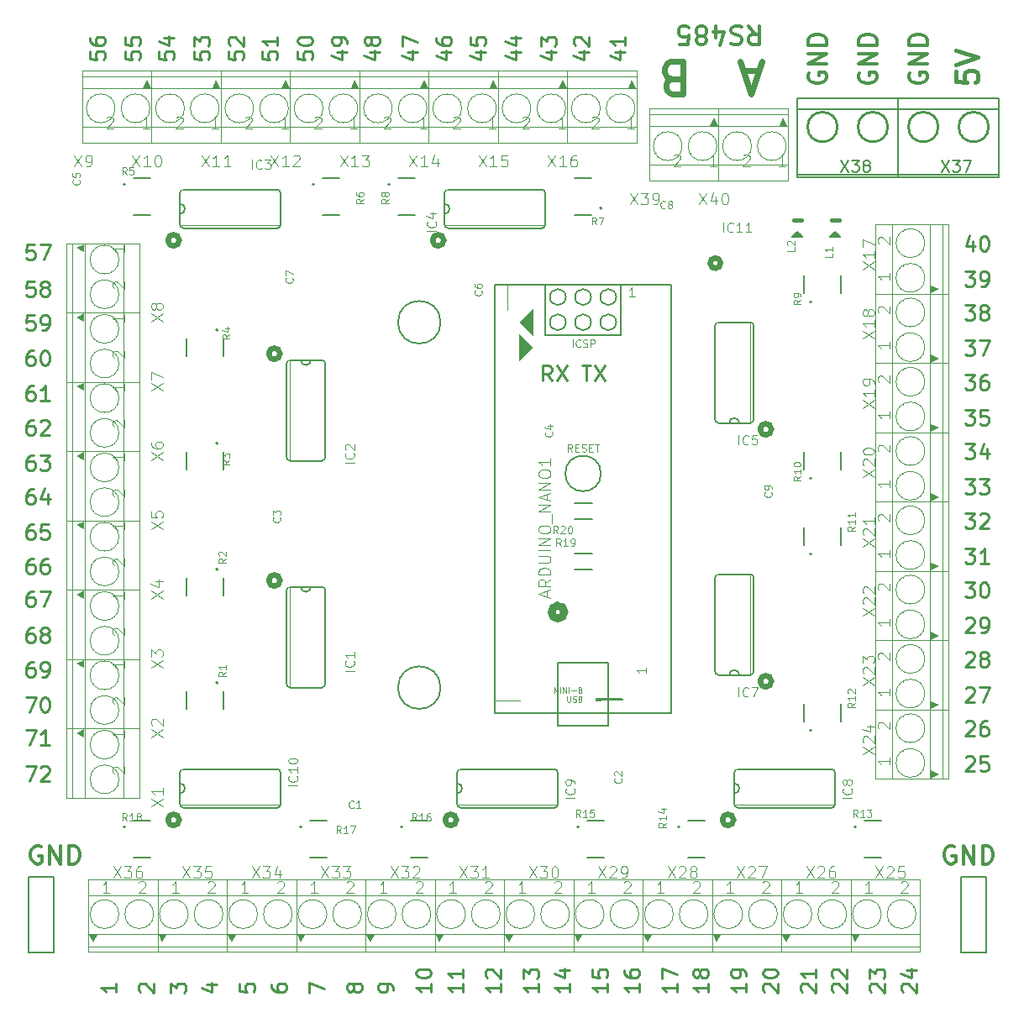
<source format=gbr>
G04 %TF.GenerationSoftware,KiCad,Pcbnew,(6.0.9)@% jlc*
G04 %TF.CreationDate,2023-02-21T16:03:54-05:00@% jlc*
G04 %TF.ProjectId,CMRI_SMD_72IN_Nano_v1,434d5249-5f53-44d4-945f-3732494e5f4e,rev?@% jlc*
G04 %TF.SameCoordinates,Original@% jlc*
G04 %TF.FileFunction,Legend,Top@% jlc*
G04 %TF.FilePolarity,Positive@% jlc*
%FSLAX46Y46*%
G04 Gerber Fmt 4.6, Leading zero omitted, Abs format (unit mm)*
G04 Created by KiCad (PCBNEW (6.0.9)) date 2023-02-21 16:03:54*
%MOMM*%
%LPD*%
G01*
G04 APERTURE LIST*
%ADD10C,0.812800*%
%ADD11C,0.327660*%
%ADD12C,0.266700*%
%ADD13C,0.571500*%
%ADD14C,0.381000*%
%ADD15C,0.150000*%
%ADD16C,0.101600*%
%ADD17C,0.059822*%
%ADD18C,0.081280*%
%ADD19C,0.065024*%
%ADD20C,0.074778*%
%ADD21C,0.127000*%
%ADD22C,0.093472*%
%ADD23C,0.000508*%
%ADD24C,0.048768*%
%ADD25C,0.152400*%
%ADD26C,0.050800*%
%ADD27C,0.609600*%
%ADD28C,0.200000*%
%ADD29C,0.254000*%
%ADD30C,0.406400*%
%ADD31C,0.015875*%
G04 APERTURE END LIST*
D10*
X153860600Y-114836100D02*
G75*
G03*
X153860600Y-114836100I-635000J0D01*
G01*
D11*
X183626860Y-60503461D02*
X183538443Y-60680294D01*
X183538443Y-60945542D01*
X183626860Y-61210791D01*
X183803692Y-61387623D01*
X183980524Y-61476040D01*
X184334189Y-61564456D01*
X184599438Y-61564456D01*
X184953102Y-61476040D01*
X185129935Y-61387623D01*
X185306767Y-61210791D01*
X185395183Y-60945542D01*
X185395183Y-60768710D01*
X185306767Y-60503461D01*
X185218351Y-60415045D01*
X184599438Y-60415045D01*
X184599438Y-60768710D01*
X185395183Y-59619300D02*
X183538443Y-59619300D01*
X185395183Y-58558305D01*
X183538443Y-58558305D01*
X185395183Y-57674143D02*
X183538443Y-57674143D01*
X183538443Y-57232062D01*
X183626860Y-56966814D01*
X183803692Y-56789981D01*
X183980524Y-56701565D01*
X184334189Y-56613149D01*
X184599438Y-56613149D01*
X184953102Y-56701565D01*
X185129935Y-56789981D01*
X185306767Y-56966814D01*
X185395183Y-57232062D01*
X185395183Y-57674143D01*
D12*
X151248633Y-152246278D02*
X151248633Y-153109878D01*
X151248633Y-152678078D02*
X149737333Y-152678078D01*
X149953233Y-152822011D01*
X150097166Y-152965945D01*
X150169133Y-153109878D01*
X149737333Y-151742511D02*
X149737333Y-150806945D01*
X150313066Y-151310711D01*
X150313066Y-151094811D01*
X150385033Y-150950878D01*
X150457000Y-150878911D01*
X150600933Y-150806945D01*
X150960766Y-150806945D01*
X151104700Y-150878911D01*
X151176666Y-150950878D01*
X151248633Y-151094811D01*
X151248633Y-151526611D01*
X151176666Y-151670545D01*
X151104700Y-151742511D01*
X100381111Y-119844133D02*
X100093245Y-119844133D01*
X99949311Y-119916100D01*
X99877345Y-119988066D01*
X99733411Y-120203966D01*
X99661445Y-120491833D01*
X99661445Y-121067566D01*
X99733411Y-121211500D01*
X99805378Y-121283466D01*
X99949311Y-121355433D01*
X100237178Y-121355433D01*
X100381111Y-121283466D01*
X100453078Y-121211500D01*
X100525045Y-121067566D01*
X100525045Y-120707733D01*
X100453078Y-120563800D01*
X100381111Y-120491833D01*
X100237178Y-120419866D01*
X99949311Y-120419866D01*
X99805378Y-120491833D01*
X99733411Y-120563800D01*
X99661445Y-120707733D01*
X101244711Y-121355433D02*
X101532578Y-121355433D01*
X101676511Y-121283466D01*
X101748478Y-121211500D01*
X101892411Y-120995600D01*
X101964378Y-120707733D01*
X101964378Y-120132000D01*
X101892411Y-119988066D01*
X101820445Y-119916100D01*
X101676511Y-119844133D01*
X101388645Y-119844133D01*
X101244711Y-119916100D01*
X101172745Y-119988066D01*
X101100778Y-120132000D01*
X101100778Y-120491833D01*
X101172745Y-120635766D01*
X101244711Y-120707733D01*
X101388645Y-120779700D01*
X101676511Y-120779700D01*
X101820445Y-120707733D01*
X101892411Y-120635766D01*
X101964378Y-120491833D01*
D11*
X178546860Y-60503461D02*
X178458443Y-60680294D01*
X178458443Y-60945542D01*
X178546860Y-61210791D01*
X178723692Y-61387623D01*
X178900524Y-61476040D01*
X179254189Y-61564456D01*
X179519438Y-61564456D01*
X179873102Y-61476040D01*
X180049935Y-61387623D01*
X180226767Y-61210791D01*
X180315183Y-60945542D01*
X180315183Y-60768710D01*
X180226767Y-60503461D01*
X180138351Y-60415045D01*
X179519438Y-60415045D01*
X179519438Y-60768710D01*
X180315183Y-59619300D02*
X178458443Y-59619300D01*
X180315183Y-58558305D01*
X178458443Y-58558305D01*
X180315183Y-57674143D02*
X178458443Y-57674143D01*
X178458443Y-57232062D01*
X178546860Y-56966814D01*
X178723692Y-56789981D01*
X178900524Y-56701565D01*
X179254189Y-56613149D01*
X179519438Y-56613149D01*
X179873102Y-56701565D01*
X180049935Y-56789981D01*
X180226767Y-56966814D01*
X180315183Y-57232062D01*
X180315183Y-57674143D01*
D12*
X123448333Y-58338245D02*
X123448333Y-59057911D01*
X124168000Y-59129878D01*
X124096033Y-59057911D01*
X124024066Y-58913978D01*
X124024066Y-58554145D01*
X124096033Y-58410211D01*
X124168000Y-58338245D01*
X124311933Y-58266278D01*
X124671766Y-58266278D01*
X124815700Y-58338245D01*
X124887666Y-58410211D01*
X124959633Y-58554145D01*
X124959633Y-58913978D01*
X124887666Y-59057911D01*
X124815700Y-59129878D01*
X124959633Y-56826945D02*
X124959633Y-57690545D01*
X124959633Y-57258745D02*
X123448333Y-57258745D01*
X123664233Y-57402678D01*
X123808166Y-57546611D01*
X123880133Y-57690545D01*
X144907100Y-58410211D02*
X145914633Y-58410211D01*
X144331366Y-58770045D02*
X145410866Y-59129878D01*
X145410866Y-58194311D01*
X144403333Y-56898911D02*
X144403333Y-57618578D01*
X145123000Y-57690545D01*
X145051033Y-57618578D01*
X144979066Y-57474645D01*
X144979066Y-57114811D01*
X145051033Y-56970878D01*
X145123000Y-56898911D01*
X145266933Y-56826945D01*
X145626766Y-56826945D01*
X145770700Y-56898911D01*
X145842666Y-56970878D01*
X145914633Y-57114811D01*
X145914633Y-57474645D01*
X145842666Y-57618578D01*
X145770700Y-57690545D01*
D11*
X101143643Y-138458100D02*
X100966811Y-138369683D01*
X100701562Y-138369683D01*
X100436314Y-138458100D01*
X100259481Y-138634932D01*
X100171065Y-138811764D01*
X100082649Y-139165429D01*
X100082649Y-139430678D01*
X100171065Y-139784342D01*
X100259481Y-139961175D01*
X100436314Y-140138007D01*
X100701562Y-140226423D01*
X100878395Y-140226423D01*
X101143643Y-140138007D01*
X101232060Y-140049591D01*
X101232060Y-139430678D01*
X100878395Y-139430678D01*
X102027805Y-140226423D02*
X102027805Y-138369683D01*
X103088800Y-140226423D01*
X103088800Y-138369683D01*
X103972961Y-140226423D02*
X103972961Y-138369683D01*
X104415042Y-138369683D01*
X104680291Y-138458100D01*
X104857123Y-138634932D01*
X104945540Y-138811764D01*
X105033956Y-139165429D01*
X105033956Y-139430678D01*
X104945540Y-139784342D01*
X104857123Y-139961175D01*
X104680291Y-140138007D01*
X104415042Y-140226423D01*
X103972961Y-140226423D01*
D12*
X111146266Y-153109878D02*
X111074300Y-153037911D01*
X111002333Y-152893978D01*
X111002333Y-152534145D01*
X111074300Y-152390211D01*
X111146266Y-152318245D01*
X111290200Y-152246278D01*
X111434133Y-152246278D01*
X111650033Y-152318245D01*
X112513633Y-153181845D01*
X112513633Y-152246278D01*
D13*
X173446267Y-60289600D02*
X171904125Y-60289600D01*
X173754696Y-59364314D02*
X172675196Y-62602814D01*
X171595696Y-59364314D01*
D12*
X152595045Y-91510433D02*
X152091278Y-90790766D01*
X151731445Y-91510433D02*
X151731445Y-89999133D01*
X152307178Y-89999133D01*
X152451111Y-90071100D01*
X152523078Y-90143066D01*
X152595045Y-90287000D01*
X152595045Y-90502900D01*
X152523078Y-90646833D01*
X152451111Y-90718800D01*
X152307178Y-90790766D01*
X151731445Y-90790766D01*
X153098811Y-89999133D02*
X154106345Y-91510433D01*
X154106345Y-89999133D02*
X153098811Y-91510433D01*
X99589478Y-130385133D02*
X100597011Y-130385133D01*
X99949311Y-131896433D01*
X101100778Y-130529066D02*
X101172745Y-130457100D01*
X101316678Y-130385133D01*
X101676511Y-130385133D01*
X101820445Y-130457100D01*
X101892411Y-130529066D01*
X101964378Y-130673000D01*
X101964378Y-130816933D01*
X101892411Y-131032833D01*
X101028811Y-131896433D01*
X101964378Y-131896433D01*
D11*
X172464545Y-55742516D02*
X173083459Y-56626678D01*
X173525540Y-55742516D02*
X173525540Y-57599256D01*
X172818210Y-57599256D01*
X172641378Y-57510840D01*
X172552961Y-57422423D01*
X172464545Y-57245591D01*
X172464545Y-56980342D01*
X172552961Y-56803510D01*
X172641378Y-56715094D01*
X172818210Y-56626678D01*
X173525540Y-56626678D01*
X171757216Y-55830932D02*
X171491967Y-55742516D01*
X171049886Y-55742516D01*
X170873054Y-55830932D01*
X170784638Y-55919348D01*
X170696221Y-56096180D01*
X170696221Y-56273013D01*
X170784638Y-56449845D01*
X170873054Y-56538261D01*
X171049886Y-56626678D01*
X171403551Y-56715094D01*
X171580383Y-56803510D01*
X171668800Y-56891926D01*
X171757216Y-57068759D01*
X171757216Y-57245591D01*
X171668800Y-57422423D01*
X171580383Y-57510840D01*
X171403551Y-57599256D01*
X170961470Y-57599256D01*
X170696221Y-57510840D01*
X169104730Y-56980342D02*
X169104730Y-55742516D01*
X169546811Y-57687672D02*
X169988892Y-56361429D01*
X168839481Y-56361429D01*
X167866903Y-56803510D02*
X168043736Y-56891926D01*
X168132152Y-56980342D01*
X168220568Y-57157175D01*
X168220568Y-57245591D01*
X168132152Y-57422423D01*
X168043736Y-57510840D01*
X167866903Y-57599256D01*
X167513239Y-57599256D01*
X167336406Y-57510840D01*
X167247990Y-57422423D01*
X167159574Y-57245591D01*
X167159574Y-57157175D01*
X167247990Y-56980342D01*
X167336406Y-56891926D01*
X167513239Y-56803510D01*
X167866903Y-56803510D01*
X168043736Y-56715094D01*
X168132152Y-56626678D01*
X168220568Y-56449845D01*
X168220568Y-56096180D01*
X168132152Y-55919348D01*
X168043736Y-55830932D01*
X167866903Y-55742516D01*
X167513239Y-55742516D01*
X167336406Y-55830932D01*
X167247990Y-55919348D01*
X167159574Y-56096180D01*
X167159574Y-56449845D01*
X167247990Y-56626678D01*
X167336406Y-56715094D01*
X167513239Y-56803510D01*
X165479666Y-57599256D02*
X166363828Y-57599256D01*
X166452244Y-56715094D01*
X166363828Y-56803510D01*
X166186996Y-56891926D01*
X165744915Y-56891926D01*
X165568082Y-56803510D01*
X165479666Y-56715094D01*
X165391250Y-56538261D01*
X165391250Y-56096180D01*
X165479666Y-55919348D01*
X165568082Y-55830932D01*
X165744915Y-55742516D01*
X166186996Y-55742516D01*
X166363828Y-55830932D01*
X166452244Y-55919348D01*
D12*
X194254855Y-101441833D02*
X195190421Y-101441833D01*
X194686655Y-102017566D01*
X194902555Y-102017566D01*
X195046488Y-102089533D01*
X195118455Y-102161500D01*
X195190421Y-102305433D01*
X195190421Y-102665266D01*
X195118455Y-102809200D01*
X195046488Y-102881166D01*
X194902555Y-102953133D01*
X194470755Y-102953133D01*
X194326821Y-102881166D01*
X194254855Y-102809200D01*
X195694188Y-101441833D02*
X196629755Y-101441833D01*
X196125988Y-102017566D01*
X196341888Y-102017566D01*
X196485821Y-102089533D01*
X196557788Y-102161500D01*
X196629755Y-102305433D01*
X196629755Y-102665266D01*
X196557788Y-102809200D01*
X196485821Y-102881166D01*
X196341888Y-102953133D01*
X195910088Y-102953133D01*
X195766155Y-102881166D01*
X195694188Y-102809200D01*
X194326821Y-115555766D02*
X194398788Y-115483800D01*
X194542721Y-115411833D01*
X194902555Y-115411833D01*
X195046488Y-115483800D01*
X195118455Y-115555766D01*
X195190421Y-115699700D01*
X195190421Y-115843633D01*
X195118455Y-116059533D01*
X194254855Y-116923133D01*
X195190421Y-116923133D01*
X195910088Y-116923133D02*
X196197955Y-116923133D01*
X196341888Y-116851166D01*
X196413855Y-116779200D01*
X196557788Y-116563300D01*
X196629755Y-116275433D01*
X196629755Y-115699700D01*
X196557788Y-115555766D01*
X196485821Y-115483800D01*
X196341888Y-115411833D01*
X196054021Y-115411833D01*
X195910088Y-115483800D01*
X195838121Y-115555766D01*
X195766155Y-115699700D01*
X195766155Y-116059533D01*
X195838121Y-116203466D01*
X195910088Y-116275433D01*
X196054021Y-116347400D01*
X196341888Y-116347400D01*
X196485821Y-116275433D01*
X196557788Y-116203466D01*
X196629755Y-116059533D01*
X109605333Y-58338245D02*
X109605333Y-59057911D01*
X110325000Y-59129878D01*
X110253033Y-59057911D01*
X110181066Y-58913978D01*
X110181066Y-58554145D01*
X110253033Y-58410211D01*
X110325000Y-58338245D01*
X110468933Y-58266278D01*
X110828766Y-58266278D01*
X110972700Y-58338245D01*
X111044666Y-58410211D01*
X111116633Y-58554145D01*
X111116633Y-58913978D01*
X111044666Y-59057911D01*
X110972700Y-59129878D01*
X109605333Y-56898911D02*
X109605333Y-57618578D01*
X110325000Y-57690545D01*
X110253033Y-57618578D01*
X110181066Y-57474645D01*
X110181066Y-57114811D01*
X110253033Y-56970878D01*
X110325000Y-56898911D01*
X110468933Y-56826945D01*
X110828766Y-56826945D01*
X110972700Y-56898911D01*
X111044666Y-56970878D01*
X111116633Y-57114811D01*
X111116633Y-57474645D01*
X111044666Y-57618578D01*
X110972700Y-57690545D01*
X100381111Y-109430133D02*
X100093245Y-109430133D01*
X99949311Y-109502100D01*
X99877345Y-109574066D01*
X99733411Y-109789966D01*
X99661445Y-110077833D01*
X99661445Y-110653566D01*
X99733411Y-110797500D01*
X99805378Y-110869466D01*
X99949311Y-110941433D01*
X100237178Y-110941433D01*
X100381111Y-110869466D01*
X100453078Y-110797500D01*
X100525045Y-110653566D01*
X100525045Y-110293733D01*
X100453078Y-110149800D01*
X100381111Y-110077833D01*
X100237178Y-110005866D01*
X99949311Y-110005866D01*
X99805378Y-110077833D01*
X99733411Y-110149800D01*
X99661445Y-110293733D01*
X101820445Y-109430133D02*
X101532578Y-109430133D01*
X101388645Y-109502100D01*
X101316678Y-109574066D01*
X101172745Y-109789966D01*
X101100778Y-110077833D01*
X101100778Y-110653566D01*
X101172745Y-110797500D01*
X101244711Y-110869466D01*
X101388645Y-110941433D01*
X101676511Y-110941433D01*
X101820445Y-110869466D01*
X101892411Y-110797500D01*
X101964378Y-110653566D01*
X101964378Y-110293733D01*
X101892411Y-110149800D01*
X101820445Y-110077833D01*
X101676511Y-110005866D01*
X101388645Y-110005866D01*
X101244711Y-110077833D01*
X101172745Y-110149800D01*
X101100778Y-110293733D01*
X172203633Y-152246278D02*
X172203633Y-153109878D01*
X172203633Y-152678078D02*
X170692333Y-152678078D01*
X170908233Y-152822011D01*
X171052166Y-152965945D01*
X171124133Y-153109878D01*
X172203633Y-151526611D02*
X172203633Y-151238745D01*
X172131666Y-151094811D01*
X172059700Y-151022845D01*
X171843800Y-150878911D01*
X171555933Y-150806945D01*
X170980200Y-150806945D01*
X170836266Y-150878911D01*
X170764300Y-150950878D01*
X170692333Y-151094811D01*
X170692333Y-151382678D01*
X170764300Y-151526611D01*
X170836266Y-151598578D01*
X170980200Y-151670545D01*
X171340033Y-151670545D01*
X171483966Y-151598578D01*
X171555933Y-151526611D01*
X171627900Y-151382678D01*
X171627900Y-151094811D01*
X171555933Y-150950878D01*
X171483966Y-150878911D01*
X171340033Y-150806945D01*
D11*
X193218643Y-138458100D02*
X193041811Y-138369683D01*
X192776562Y-138369683D01*
X192511314Y-138458100D01*
X192334481Y-138634932D01*
X192246065Y-138811764D01*
X192157649Y-139165429D01*
X192157649Y-139430678D01*
X192246065Y-139784342D01*
X192334481Y-139961175D01*
X192511314Y-140138007D01*
X192776562Y-140226423D01*
X192953395Y-140226423D01*
X193218643Y-140138007D01*
X193307060Y-140049591D01*
X193307060Y-139430678D01*
X192953395Y-139430678D01*
X194102805Y-140226423D02*
X194102805Y-138369683D01*
X195163800Y-140226423D01*
X195163800Y-138369683D01*
X196047961Y-140226423D02*
X196047961Y-138369683D01*
X196490042Y-138369683D01*
X196755291Y-138458100D01*
X196932123Y-138634932D01*
X197020540Y-138811764D01*
X197108956Y-139165429D01*
X197108956Y-139430678D01*
X197020540Y-139784342D01*
X196932123Y-139961175D01*
X196755291Y-140138007D01*
X196490042Y-140226423D01*
X196047961Y-140226423D01*
D12*
X100381111Y-112732133D02*
X100093245Y-112732133D01*
X99949311Y-112804100D01*
X99877345Y-112876066D01*
X99733411Y-113091966D01*
X99661445Y-113379833D01*
X99661445Y-113955566D01*
X99733411Y-114099500D01*
X99805378Y-114171466D01*
X99949311Y-114243433D01*
X100237178Y-114243433D01*
X100381111Y-114171466D01*
X100453078Y-114099500D01*
X100525045Y-113955566D01*
X100525045Y-113595733D01*
X100453078Y-113451800D01*
X100381111Y-113379833D01*
X100237178Y-113307866D01*
X99949311Y-113307866D01*
X99805378Y-113379833D01*
X99733411Y-113451800D01*
X99661445Y-113595733D01*
X101028811Y-112732133D02*
X102036345Y-112732133D01*
X101388645Y-114243433D01*
X154423633Y-152246278D02*
X154423633Y-153109878D01*
X154423633Y-152678078D02*
X152912333Y-152678078D01*
X153128233Y-152822011D01*
X153272166Y-152965945D01*
X153344133Y-153109878D01*
X153416100Y-150950878D02*
X154423633Y-150950878D01*
X152840366Y-151310711D02*
X153919866Y-151670545D01*
X153919866Y-150734978D01*
D13*
X164719553Y-61060671D02*
X164256910Y-60906457D01*
X164102696Y-60752242D01*
X163948482Y-60443814D01*
X163948482Y-59981171D01*
X164102696Y-59672742D01*
X164256910Y-59518528D01*
X164565339Y-59364314D01*
X165799053Y-59364314D01*
X165799053Y-62602814D01*
X164719553Y-62602814D01*
X164411125Y-62448600D01*
X164256910Y-62294385D01*
X164102696Y-61985957D01*
X164102696Y-61677528D01*
X164256910Y-61369100D01*
X164411125Y-61214885D01*
X164719553Y-61060671D01*
X165799053Y-61060671D01*
D14*
X193381790Y-60341307D02*
X193381790Y-61369402D01*
X194409885Y-61472211D01*
X194307076Y-61369402D01*
X194204266Y-61163783D01*
X194204266Y-60649735D01*
X194307076Y-60444116D01*
X194409885Y-60341307D01*
X194615504Y-60238497D01*
X195129552Y-60238497D01*
X195335171Y-60341307D01*
X195437980Y-60444116D01*
X195540790Y-60649735D01*
X195540790Y-61163783D01*
X195437980Y-61369402D01*
X195335171Y-61472211D01*
X193381790Y-59621640D02*
X195540790Y-58901973D01*
X193381790Y-58182307D01*
D12*
X100453078Y-84919133D02*
X99733411Y-84919133D01*
X99661445Y-85638800D01*
X99733411Y-85566833D01*
X99877345Y-85494866D01*
X100237178Y-85494866D01*
X100381111Y-85566833D01*
X100453078Y-85638800D01*
X100525045Y-85782733D01*
X100525045Y-86142566D01*
X100453078Y-86286500D01*
X100381111Y-86358466D01*
X100237178Y-86430433D01*
X99877345Y-86430433D01*
X99733411Y-86358466D01*
X99661445Y-86286500D01*
X101244711Y-86430433D02*
X101532578Y-86430433D01*
X101676511Y-86358466D01*
X101748478Y-86286500D01*
X101892411Y-86070600D01*
X101964378Y-85782733D01*
X101964378Y-85207000D01*
X101892411Y-85063066D01*
X101820445Y-84991100D01*
X101676511Y-84919133D01*
X101388645Y-84919133D01*
X101244711Y-84991100D01*
X101172745Y-85063066D01*
X101100778Y-85207000D01*
X101100778Y-85566833D01*
X101172745Y-85710766D01*
X101244711Y-85782733D01*
X101388645Y-85854700D01*
X101676511Y-85854700D01*
X101820445Y-85782733D01*
X101892411Y-85710766D01*
X101964378Y-85566833D01*
X130937100Y-58410211D02*
X131944633Y-58410211D01*
X130361366Y-58770045D02*
X131440866Y-59129878D01*
X131440866Y-58194311D01*
X131944633Y-57546611D02*
X131944633Y-57258745D01*
X131872666Y-57114811D01*
X131800700Y-57042845D01*
X131584800Y-56898911D01*
X131296933Y-56826945D01*
X130721200Y-56826945D01*
X130577266Y-56898911D01*
X130505300Y-56970878D01*
X130433333Y-57114811D01*
X130433333Y-57402678D01*
X130505300Y-57546611D01*
X130577266Y-57618578D01*
X130721200Y-57690545D01*
X131081033Y-57690545D01*
X131224966Y-57618578D01*
X131296933Y-57546611D01*
X131368900Y-57402678D01*
X131368900Y-57114811D01*
X131296933Y-56970878D01*
X131224966Y-56898911D01*
X131081033Y-56826945D01*
X127004333Y-58338245D02*
X127004333Y-59057911D01*
X127724000Y-59129878D01*
X127652033Y-59057911D01*
X127580066Y-58913978D01*
X127580066Y-58554145D01*
X127652033Y-58410211D01*
X127724000Y-58338245D01*
X127867933Y-58266278D01*
X128227766Y-58266278D01*
X128371700Y-58338245D01*
X128443666Y-58410211D01*
X128515633Y-58554145D01*
X128515633Y-58913978D01*
X128443666Y-59057911D01*
X128371700Y-59129878D01*
X127004333Y-57330711D02*
X127004333Y-57186778D01*
X127076300Y-57042845D01*
X127148266Y-56970878D01*
X127292200Y-56898911D01*
X127580066Y-56826945D01*
X127939900Y-56826945D01*
X128227766Y-56898911D01*
X128371700Y-56970878D01*
X128443666Y-57042845D01*
X128515633Y-57186778D01*
X128515633Y-57330711D01*
X128443666Y-57474645D01*
X128371700Y-57546611D01*
X128227766Y-57618578D01*
X127939900Y-57690545D01*
X127580066Y-57690545D01*
X127292200Y-57618578D01*
X127148266Y-57546611D01*
X127076300Y-57474645D01*
X127004333Y-57330711D01*
X194254855Y-83915833D02*
X195190421Y-83915833D01*
X194686655Y-84491566D01*
X194902555Y-84491566D01*
X195046488Y-84563533D01*
X195118455Y-84635500D01*
X195190421Y-84779433D01*
X195190421Y-85139266D01*
X195118455Y-85283200D01*
X195046488Y-85355166D01*
X194902555Y-85427133D01*
X194470755Y-85427133D01*
X194326821Y-85355166D01*
X194254855Y-85283200D01*
X196054021Y-84563533D02*
X195910088Y-84491566D01*
X195838121Y-84419600D01*
X195766155Y-84275666D01*
X195766155Y-84203700D01*
X195838121Y-84059766D01*
X195910088Y-83987800D01*
X196054021Y-83915833D01*
X196341888Y-83915833D01*
X196485821Y-83987800D01*
X196557788Y-84059766D01*
X196629755Y-84203700D01*
X196629755Y-84275666D01*
X196557788Y-84419600D01*
X196485821Y-84491566D01*
X196341888Y-84563533D01*
X196054021Y-84563533D01*
X195910088Y-84635500D01*
X195838121Y-84707466D01*
X195766155Y-84851400D01*
X195766155Y-85139266D01*
X195838121Y-85283200D01*
X195910088Y-85355166D01*
X196054021Y-85427133D01*
X196341888Y-85427133D01*
X196485821Y-85355166D01*
X196557788Y-85283200D01*
X196629755Y-85139266D01*
X196629755Y-84851400D01*
X196557788Y-84707466D01*
X196485821Y-84635500D01*
X196341888Y-84563533D01*
X140453633Y-152246278D02*
X140453633Y-153109878D01*
X140453633Y-152678078D02*
X138942333Y-152678078D01*
X139158233Y-152822011D01*
X139302166Y-152965945D01*
X139374133Y-153109878D01*
X138942333Y-151310711D02*
X138942333Y-151166778D01*
X139014300Y-151022845D01*
X139086266Y-150950878D01*
X139230200Y-150878911D01*
X139518066Y-150806945D01*
X139877900Y-150806945D01*
X140165766Y-150878911D01*
X140309700Y-150950878D01*
X140381666Y-151022845D01*
X140453633Y-151166778D01*
X140453633Y-151310711D01*
X140381666Y-151454645D01*
X140309700Y-151526611D01*
X140165766Y-151598578D01*
X139877900Y-151670545D01*
X139518066Y-151670545D01*
X139230200Y-151598578D01*
X139086266Y-151526611D01*
X139014300Y-151454645D01*
X138942333Y-151310711D01*
X134239100Y-58410211D02*
X135246633Y-58410211D01*
X133663366Y-58770045D02*
X134742866Y-59129878D01*
X134742866Y-58194311D01*
X134383033Y-57402678D02*
X134311066Y-57546611D01*
X134239100Y-57618578D01*
X134095166Y-57690545D01*
X134023200Y-57690545D01*
X133879266Y-57618578D01*
X133807300Y-57546611D01*
X133735333Y-57402678D01*
X133735333Y-57114811D01*
X133807300Y-56970878D01*
X133879266Y-56898911D01*
X134023200Y-56826945D01*
X134095166Y-56826945D01*
X134239100Y-56898911D01*
X134311066Y-56970878D01*
X134383033Y-57114811D01*
X134383033Y-57402678D01*
X134455000Y-57546611D01*
X134526966Y-57618578D01*
X134670900Y-57690545D01*
X134958766Y-57690545D01*
X135102700Y-57618578D01*
X135174666Y-57546611D01*
X135246633Y-57402678D01*
X135246633Y-57114811D01*
X135174666Y-56970878D01*
X135102700Y-56898911D01*
X134958766Y-56826945D01*
X134670900Y-56826945D01*
X134526966Y-56898911D01*
X134455000Y-56970878D01*
X134383033Y-57114811D01*
X120019333Y-58338245D02*
X120019333Y-59057911D01*
X120739000Y-59129878D01*
X120667033Y-59057911D01*
X120595066Y-58913978D01*
X120595066Y-58554145D01*
X120667033Y-58410211D01*
X120739000Y-58338245D01*
X120882933Y-58266278D01*
X121242766Y-58266278D01*
X121386700Y-58338245D01*
X121458666Y-58410211D01*
X121530633Y-58554145D01*
X121530633Y-58913978D01*
X121458666Y-59057911D01*
X121386700Y-59129878D01*
X120163266Y-57690545D02*
X120091300Y-57618578D01*
X120019333Y-57474645D01*
X120019333Y-57114811D01*
X120091300Y-56970878D01*
X120163266Y-56898911D01*
X120307200Y-56826945D01*
X120451133Y-56826945D01*
X120667033Y-56898911D01*
X121530633Y-57762511D01*
X121530633Y-56826945D01*
X194254855Y-104870833D02*
X195190421Y-104870833D01*
X194686655Y-105446566D01*
X194902555Y-105446566D01*
X195046488Y-105518533D01*
X195118455Y-105590500D01*
X195190421Y-105734433D01*
X195190421Y-106094266D01*
X195118455Y-106238200D01*
X195046488Y-106310166D01*
X194902555Y-106382133D01*
X194470755Y-106382133D01*
X194326821Y-106310166D01*
X194254855Y-106238200D01*
X195766155Y-105014766D02*
X195838121Y-104942800D01*
X195982055Y-104870833D01*
X196341888Y-104870833D01*
X196485821Y-104942800D01*
X196557788Y-105014766D01*
X196629755Y-105158700D01*
X196629755Y-105302633D01*
X196557788Y-105518533D01*
X195694188Y-106382133D01*
X196629755Y-106382133D01*
X187981266Y-153109878D02*
X187909300Y-153037911D01*
X187837333Y-152893978D01*
X187837333Y-152534145D01*
X187909300Y-152390211D01*
X187981266Y-152318245D01*
X188125200Y-152246278D01*
X188269133Y-152246278D01*
X188485033Y-152318245D01*
X189348633Y-153181845D01*
X189348633Y-152246278D01*
X188341100Y-150950878D02*
X189348633Y-150950878D01*
X187765366Y-151310711D02*
X188844866Y-151670545D01*
X188844866Y-150734978D01*
X99589478Y-123400133D02*
X100597011Y-123400133D01*
X99949311Y-124911433D01*
X101460611Y-123400133D02*
X101604545Y-123400133D01*
X101748478Y-123472100D01*
X101820445Y-123544066D01*
X101892411Y-123688000D01*
X101964378Y-123975866D01*
X101964378Y-124335700D01*
X101892411Y-124623566D01*
X101820445Y-124767500D01*
X101748478Y-124839466D01*
X101604545Y-124911433D01*
X101460611Y-124911433D01*
X101316678Y-124839466D01*
X101244711Y-124767500D01*
X101172745Y-124623566D01*
X101100778Y-124335700D01*
X101100778Y-123975866D01*
X101172745Y-123688000D01*
X101244711Y-123544066D01*
X101316678Y-123472100D01*
X101460611Y-123400133D01*
X194254855Y-94456833D02*
X195190421Y-94456833D01*
X194686655Y-95032566D01*
X194902555Y-95032566D01*
X195046488Y-95104533D01*
X195118455Y-95176500D01*
X195190421Y-95320433D01*
X195190421Y-95680266D01*
X195118455Y-95824200D01*
X195046488Y-95896166D01*
X194902555Y-95968133D01*
X194470755Y-95968133D01*
X194326821Y-95896166D01*
X194254855Y-95824200D01*
X196557788Y-94456833D02*
X195838121Y-94456833D01*
X195766155Y-95176500D01*
X195838121Y-95104533D01*
X195982055Y-95032566D01*
X196341888Y-95032566D01*
X196485821Y-95104533D01*
X196557788Y-95176500D01*
X196629755Y-95320433D01*
X196629755Y-95680266D01*
X196557788Y-95824200D01*
X196485821Y-95896166D01*
X196341888Y-95968133D01*
X195982055Y-95968133D01*
X195838121Y-95896166D01*
X195766155Y-95824200D01*
X194254855Y-87471833D02*
X195190421Y-87471833D01*
X194686655Y-88047566D01*
X194902555Y-88047566D01*
X195046488Y-88119533D01*
X195118455Y-88191500D01*
X195190421Y-88335433D01*
X195190421Y-88695266D01*
X195118455Y-88839200D01*
X195046488Y-88911166D01*
X194902555Y-88983133D01*
X194470755Y-88983133D01*
X194326821Y-88911166D01*
X194254855Y-88839200D01*
X195694188Y-87471833D02*
X196701721Y-87471833D01*
X196054021Y-88983133D01*
X168393633Y-152246278D02*
X168393633Y-153109878D01*
X168393633Y-152678078D02*
X166882333Y-152678078D01*
X167098233Y-152822011D01*
X167242166Y-152965945D01*
X167314133Y-153109878D01*
X167530033Y-151382678D02*
X167458066Y-151526611D01*
X167386100Y-151598578D01*
X167242166Y-151670545D01*
X167170200Y-151670545D01*
X167026266Y-151598578D01*
X166954300Y-151526611D01*
X166882333Y-151382678D01*
X166882333Y-151094811D01*
X166954300Y-150950878D01*
X167026266Y-150878911D01*
X167170200Y-150806945D01*
X167242166Y-150806945D01*
X167386100Y-150878911D01*
X167458066Y-150950878D01*
X167530033Y-151094811D01*
X167530033Y-151382678D01*
X167602000Y-151526611D01*
X167673966Y-151598578D01*
X167817900Y-151670545D01*
X168105766Y-151670545D01*
X168249700Y-151598578D01*
X168321666Y-151526611D01*
X168393633Y-151382678D01*
X168393633Y-151094811D01*
X168321666Y-150950878D01*
X168249700Y-150878911D01*
X168105766Y-150806945D01*
X167817900Y-150806945D01*
X167673966Y-150878911D01*
X167602000Y-150950878D01*
X167530033Y-151094811D01*
X99589478Y-126702133D02*
X100597011Y-126702133D01*
X99949311Y-128213433D01*
X101964378Y-128213433D02*
X101100778Y-128213433D01*
X101532578Y-128213433D02*
X101532578Y-126702133D01*
X101388645Y-126918033D01*
X101244711Y-127061966D01*
X101100778Y-127133933D01*
X116590333Y-58338245D02*
X116590333Y-59057911D01*
X117310000Y-59129878D01*
X117238033Y-59057911D01*
X117166066Y-58913978D01*
X117166066Y-58554145D01*
X117238033Y-58410211D01*
X117310000Y-58338245D01*
X117453933Y-58266278D01*
X117813766Y-58266278D01*
X117957700Y-58338245D01*
X118029666Y-58410211D01*
X118101633Y-58554145D01*
X118101633Y-58913978D01*
X118029666Y-59057911D01*
X117957700Y-59129878D01*
X116590333Y-57762511D02*
X116590333Y-56826945D01*
X117166066Y-57330711D01*
X117166066Y-57114811D01*
X117238033Y-56970878D01*
X117310000Y-56898911D01*
X117453933Y-56826945D01*
X117813766Y-56826945D01*
X117957700Y-56898911D01*
X118029666Y-56970878D01*
X118101633Y-57114811D01*
X118101633Y-57546611D01*
X118029666Y-57690545D01*
X117957700Y-57762511D01*
X194254855Y-80486833D02*
X195190421Y-80486833D01*
X194686655Y-81062566D01*
X194902555Y-81062566D01*
X195046488Y-81134533D01*
X195118455Y-81206500D01*
X195190421Y-81350433D01*
X195190421Y-81710266D01*
X195118455Y-81854200D01*
X195046488Y-81926166D01*
X194902555Y-81998133D01*
X194470755Y-81998133D01*
X194326821Y-81926166D01*
X194254855Y-81854200D01*
X195910088Y-81998133D02*
X196197955Y-81998133D01*
X196341888Y-81926166D01*
X196413855Y-81854200D01*
X196557788Y-81638300D01*
X196629755Y-81350433D01*
X196629755Y-80774700D01*
X196557788Y-80630766D01*
X196485821Y-80558800D01*
X196341888Y-80486833D01*
X196054021Y-80486833D01*
X195910088Y-80558800D01*
X195838121Y-80630766D01*
X195766155Y-80774700D01*
X195766155Y-81134533D01*
X195838121Y-81278466D01*
X195910088Y-81350433D01*
X196054021Y-81422400D01*
X196341888Y-81422400D01*
X196485821Y-81350433D01*
X196557788Y-81278466D01*
X196629755Y-81134533D01*
X128147333Y-153181845D02*
X128147333Y-152174311D01*
X129658633Y-152822011D01*
X161408633Y-152246278D02*
X161408633Y-153109878D01*
X161408633Y-152678078D02*
X159897333Y-152678078D01*
X160113233Y-152822011D01*
X160257166Y-152965945D01*
X160329133Y-153109878D01*
X159897333Y-150950878D02*
X159897333Y-151238745D01*
X159969300Y-151382678D01*
X160041266Y-151454645D01*
X160257166Y-151598578D01*
X160545033Y-151670545D01*
X161120766Y-151670545D01*
X161264700Y-151598578D01*
X161336666Y-151526611D01*
X161408633Y-151382678D01*
X161408633Y-151094811D01*
X161336666Y-150950878D01*
X161264700Y-150878911D01*
X161120766Y-150806945D01*
X160760933Y-150806945D01*
X160617000Y-150878911D01*
X160545033Y-150950878D01*
X160473066Y-151094811D01*
X160473066Y-151382678D01*
X160545033Y-151526611D01*
X160617000Y-151598578D01*
X160760933Y-151670545D01*
X177821266Y-153109878D02*
X177749300Y-153037911D01*
X177677333Y-152893978D01*
X177677333Y-152534145D01*
X177749300Y-152390211D01*
X177821266Y-152318245D01*
X177965200Y-152246278D01*
X178109133Y-152246278D01*
X178325033Y-152318245D01*
X179188633Y-153181845D01*
X179188633Y-152246278D01*
X179188633Y-150806945D02*
X179188633Y-151670545D01*
X179188633Y-151238745D02*
X177677333Y-151238745D01*
X177893233Y-151382678D01*
X178037166Y-151526611D01*
X178109133Y-151670545D01*
X180996266Y-153109878D02*
X180924300Y-153037911D01*
X180852333Y-152893978D01*
X180852333Y-152534145D01*
X180924300Y-152390211D01*
X180996266Y-152318245D01*
X181140200Y-152246278D01*
X181284133Y-152246278D01*
X181500033Y-152318245D01*
X182363633Y-153181845D01*
X182363633Y-152246278D01*
X180996266Y-151670545D02*
X180924300Y-151598578D01*
X180852333Y-151454645D01*
X180852333Y-151094811D01*
X180924300Y-150950878D01*
X180996266Y-150878911D01*
X181140200Y-150806945D01*
X181284133Y-150806945D01*
X181500033Y-150878911D01*
X182363633Y-151742511D01*
X182363633Y-150806945D01*
X100381111Y-88475133D02*
X100093245Y-88475133D01*
X99949311Y-88547100D01*
X99877345Y-88619066D01*
X99733411Y-88834966D01*
X99661445Y-89122833D01*
X99661445Y-89698566D01*
X99733411Y-89842500D01*
X99805378Y-89914466D01*
X99949311Y-89986433D01*
X100237178Y-89986433D01*
X100381111Y-89914466D01*
X100453078Y-89842500D01*
X100525045Y-89698566D01*
X100525045Y-89338733D01*
X100453078Y-89194800D01*
X100381111Y-89122833D01*
X100237178Y-89050866D01*
X99949311Y-89050866D01*
X99805378Y-89122833D01*
X99733411Y-89194800D01*
X99661445Y-89338733D01*
X101460611Y-88475133D02*
X101604545Y-88475133D01*
X101748478Y-88547100D01*
X101820445Y-88619066D01*
X101892411Y-88763000D01*
X101964378Y-89050866D01*
X101964378Y-89410700D01*
X101892411Y-89698566D01*
X101820445Y-89842500D01*
X101748478Y-89914466D01*
X101604545Y-89986433D01*
X101460611Y-89986433D01*
X101316678Y-89914466D01*
X101244711Y-89842500D01*
X101172745Y-89698566D01*
X101100778Y-89410700D01*
X101100778Y-89050866D01*
X101172745Y-88763000D01*
X101244711Y-88619066D01*
X101316678Y-88547100D01*
X101460611Y-88475133D01*
X138049100Y-58410211D02*
X139056633Y-58410211D01*
X137473366Y-58770045D02*
X138552866Y-59129878D01*
X138552866Y-58194311D01*
X137545333Y-57762511D02*
X137545333Y-56754978D01*
X139056633Y-57402678D01*
X152019100Y-58410211D02*
X153026633Y-58410211D01*
X151443366Y-58770045D02*
X152522866Y-59129878D01*
X152522866Y-58194311D01*
X151515333Y-57762511D02*
X151515333Y-56826945D01*
X152091066Y-57330711D01*
X152091066Y-57114811D01*
X152163033Y-56970878D01*
X152235000Y-56898911D01*
X152378933Y-56826945D01*
X152738766Y-56826945D01*
X152882700Y-56898911D01*
X152954666Y-56970878D01*
X153026633Y-57114811D01*
X153026633Y-57546611D01*
X152954666Y-57690545D01*
X152882700Y-57762511D01*
X113034333Y-58338245D02*
X113034333Y-59057911D01*
X113754000Y-59129878D01*
X113682033Y-59057911D01*
X113610066Y-58913978D01*
X113610066Y-58554145D01*
X113682033Y-58410211D01*
X113754000Y-58338245D01*
X113897933Y-58266278D01*
X114257766Y-58266278D01*
X114401700Y-58338245D01*
X114473666Y-58410211D01*
X114545633Y-58554145D01*
X114545633Y-58913978D01*
X114473666Y-59057911D01*
X114401700Y-59129878D01*
X113538100Y-56970878D02*
X114545633Y-56970878D01*
X112962366Y-57330711D02*
X114041866Y-57690545D01*
X114041866Y-56754978D01*
X100453078Y-81490133D02*
X99733411Y-81490133D01*
X99661445Y-82209800D01*
X99733411Y-82137833D01*
X99877345Y-82065866D01*
X100237178Y-82065866D01*
X100381111Y-82137833D01*
X100453078Y-82209800D01*
X100525045Y-82353733D01*
X100525045Y-82713566D01*
X100453078Y-82857500D01*
X100381111Y-82929466D01*
X100237178Y-83001433D01*
X99877345Y-83001433D01*
X99733411Y-82929466D01*
X99661445Y-82857500D01*
X101388645Y-82137833D02*
X101244711Y-82065866D01*
X101172745Y-81993900D01*
X101100778Y-81849966D01*
X101100778Y-81778000D01*
X101172745Y-81634066D01*
X101244711Y-81562100D01*
X101388645Y-81490133D01*
X101676511Y-81490133D01*
X101820445Y-81562100D01*
X101892411Y-81634066D01*
X101964378Y-81778000D01*
X101964378Y-81849966D01*
X101892411Y-81993900D01*
X101820445Y-82065866D01*
X101676511Y-82137833D01*
X101388645Y-82137833D01*
X101244711Y-82209800D01*
X101172745Y-82281766D01*
X101100778Y-82425700D01*
X101100778Y-82713566D01*
X101172745Y-82857500D01*
X101244711Y-82929466D01*
X101388645Y-83001433D01*
X101676511Y-83001433D01*
X101820445Y-82929466D01*
X101892411Y-82857500D01*
X101964378Y-82713566D01*
X101964378Y-82425700D01*
X101892411Y-82281766D01*
X101820445Y-82209800D01*
X101676511Y-82137833D01*
X194326821Y-129525766D02*
X194398788Y-129453800D01*
X194542721Y-129381833D01*
X194902555Y-129381833D01*
X195046488Y-129453800D01*
X195118455Y-129525766D01*
X195190421Y-129669700D01*
X195190421Y-129813633D01*
X195118455Y-130029533D01*
X194254855Y-130893133D01*
X195190421Y-130893133D01*
X196557788Y-129381833D02*
X195838121Y-129381833D01*
X195766155Y-130101500D01*
X195838121Y-130029533D01*
X195982055Y-129957566D01*
X196341888Y-129957566D01*
X196485821Y-130029533D01*
X196557788Y-130101500D01*
X196629755Y-130245433D01*
X196629755Y-130605266D01*
X196557788Y-130749200D01*
X196485821Y-130821166D01*
X196341888Y-130893133D01*
X195982055Y-130893133D01*
X195838121Y-130821166D01*
X195766155Y-130749200D01*
X132605033Y-152822011D02*
X132533066Y-152965945D01*
X132461100Y-153037911D01*
X132317166Y-153109878D01*
X132245200Y-153109878D01*
X132101266Y-153037911D01*
X132029300Y-152965945D01*
X131957333Y-152822011D01*
X131957333Y-152534145D01*
X132029300Y-152390211D01*
X132101266Y-152318245D01*
X132245200Y-152246278D01*
X132317166Y-152246278D01*
X132461100Y-152318245D01*
X132533066Y-152390211D01*
X132605033Y-152534145D01*
X132605033Y-152822011D01*
X132677000Y-152965945D01*
X132748966Y-153037911D01*
X132892900Y-153109878D01*
X133180766Y-153109878D01*
X133324700Y-153037911D01*
X133396666Y-152965945D01*
X133468633Y-152822011D01*
X133468633Y-152534145D01*
X133396666Y-152390211D01*
X133324700Y-152318245D01*
X133180766Y-152246278D01*
X132892900Y-152246278D01*
X132748966Y-152318245D01*
X132677000Y-152390211D01*
X132605033Y-152534145D01*
X147438633Y-152246278D02*
X147438633Y-153109878D01*
X147438633Y-152678078D02*
X145927333Y-152678078D01*
X146143233Y-152822011D01*
X146287166Y-152965945D01*
X146359133Y-153109878D01*
X146071266Y-151670545D02*
X145999300Y-151598578D01*
X145927333Y-151454645D01*
X145927333Y-151094811D01*
X145999300Y-150950878D01*
X146071266Y-150878911D01*
X146215200Y-150806945D01*
X146359133Y-150806945D01*
X146575033Y-150878911D01*
X147438633Y-151742511D01*
X147438633Y-150806945D01*
X100381111Y-106001133D02*
X100093245Y-106001133D01*
X99949311Y-106073100D01*
X99877345Y-106145066D01*
X99733411Y-106360966D01*
X99661445Y-106648833D01*
X99661445Y-107224566D01*
X99733411Y-107368500D01*
X99805378Y-107440466D01*
X99949311Y-107512433D01*
X100237178Y-107512433D01*
X100381111Y-107440466D01*
X100453078Y-107368500D01*
X100525045Y-107224566D01*
X100525045Y-106864733D01*
X100453078Y-106720800D01*
X100381111Y-106648833D01*
X100237178Y-106576866D01*
X99949311Y-106576866D01*
X99805378Y-106648833D01*
X99733411Y-106720800D01*
X99661445Y-106864733D01*
X101892411Y-106001133D02*
X101172745Y-106001133D01*
X101100778Y-106720800D01*
X101172745Y-106648833D01*
X101316678Y-106576866D01*
X101676511Y-106576866D01*
X101820445Y-106648833D01*
X101892411Y-106720800D01*
X101964378Y-106864733D01*
X101964378Y-107224566D01*
X101892411Y-107368500D01*
X101820445Y-107440466D01*
X101676511Y-107512433D01*
X101316678Y-107512433D01*
X101172745Y-107440466D01*
X101100778Y-107368500D01*
X195046488Y-77434600D02*
X195046488Y-78442133D01*
X194686655Y-76858866D02*
X194326821Y-77938366D01*
X195262388Y-77938366D01*
X196125988Y-76930833D02*
X196269921Y-76930833D01*
X196413855Y-77002800D01*
X196485821Y-77074766D01*
X196557788Y-77218700D01*
X196629755Y-77506566D01*
X196629755Y-77866400D01*
X196557788Y-78154266D01*
X196485821Y-78298200D01*
X196413855Y-78370166D01*
X196269921Y-78442133D01*
X196125988Y-78442133D01*
X195982055Y-78370166D01*
X195910088Y-78298200D01*
X195838121Y-78154266D01*
X195766155Y-77866400D01*
X195766155Y-77506566D01*
X195838121Y-77218700D01*
X195910088Y-77074766D01*
X195982055Y-77002800D01*
X196125988Y-76930833D01*
X106049333Y-58338245D02*
X106049333Y-59057911D01*
X106769000Y-59129878D01*
X106697033Y-59057911D01*
X106625066Y-58913978D01*
X106625066Y-58554145D01*
X106697033Y-58410211D01*
X106769000Y-58338245D01*
X106912933Y-58266278D01*
X107272766Y-58266278D01*
X107416700Y-58338245D01*
X107488666Y-58410211D01*
X107560633Y-58554145D01*
X107560633Y-58913978D01*
X107488666Y-59057911D01*
X107416700Y-59129878D01*
X106049333Y-56970878D02*
X106049333Y-57258745D01*
X106121300Y-57402678D01*
X106193266Y-57474645D01*
X106409166Y-57618578D01*
X106697033Y-57690545D01*
X107272766Y-57690545D01*
X107416700Y-57618578D01*
X107488666Y-57546611D01*
X107560633Y-57402678D01*
X107560633Y-57114811D01*
X107488666Y-56970878D01*
X107416700Y-56898911D01*
X107272766Y-56826945D01*
X106912933Y-56826945D01*
X106769000Y-56898911D01*
X106697033Y-56970878D01*
X106625066Y-57114811D01*
X106625066Y-57402678D01*
X106697033Y-57546611D01*
X106769000Y-57618578D01*
X106912933Y-57690545D01*
X117856100Y-152390211D02*
X118863633Y-152390211D01*
X117280366Y-152750045D02*
X118359866Y-153109878D01*
X118359866Y-152174311D01*
X155685378Y-89999133D02*
X156548978Y-89999133D01*
X156117178Y-91510433D02*
X156117178Y-89999133D01*
X156908811Y-89999133D02*
X157916345Y-91510433D01*
X157916345Y-89999133D02*
X156908811Y-91510433D01*
X100453078Y-77807133D02*
X99733411Y-77807133D01*
X99661445Y-78526800D01*
X99733411Y-78454833D01*
X99877345Y-78382866D01*
X100237178Y-78382866D01*
X100381111Y-78454833D01*
X100453078Y-78526800D01*
X100525045Y-78670733D01*
X100525045Y-79030566D01*
X100453078Y-79174500D01*
X100381111Y-79246466D01*
X100237178Y-79318433D01*
X99877345Y-79318433D01*
X99733411Y-79246466D01*
X99661445Y-79174500D01*
X101028811Y-77807133D02*
X102036345Y-77807133D01*
X101388645Y-79318433D01*
X100381111Y-92031133D02*
X100093245Y-92031133D01*
X99949311Y-92103100D01*
X99877345Y-92175066D01*
X99733411Y-92390966D01*
X99661445Y-92678833D01*
X99661445Y-93254566D01*
X99733411Y-93398500D01*
X99805378Y-93470466D01*
X99949311Y-93542433D01*
X100237178Y-93542433D01*
X100381111Y-93470466D01*
X100453078Y-93398500D01*
X100525045Y-93254566D01*
X100525045Y-92894733D01*
X100453078Y-92750800D01*
X100381111Y-92678833D01*
X100237178Y-92606866D01*
X99949311Y-92606866D01*
X99805378Y-92678833D01*
X99733411Y-92750800D01*
X99661445Y-92894733D01*
X101964378Y-93542433D02*
X101100778Y-93542433D01*
X101532578Y-93542433D02*
X101532578Y-92031133D01*
X101388645Y-92247033D01*
X101244711Y-92390966D01*
X101100778Y-92462933D01*
D11*
X188706860Y-60503461D02*
X188618443Y-60680294D01*
X188618443Y-60945542D01*
X188706860Y-61210791D01*
X188883692Y-61387623D01*
X189060524Y-61476040D01*
X189414189Y-61564456D01*
X189679438Y-61564456D01*
X190033102Y-61476040D01*
X190209935Y-61387623D01*
X190386767Y-61210791D01*
X190475183Y-60945542D01*
X190475183Y-60768710D01*
X190386767Y-60503461D01*
X190298351Y-60415045D01*
X189679438Y-60415045D01*
X189679438Y-60768710D01*
X190475183Y-59619300D02*
X188618443Y-59619300D01*
X190475183Y-58558305D01*
X188618443Y-58558305D01*
X190475183Y-57674143D02*
X188618443Y-57674143D01*
X188618443Y-57232062D01*
X188706860Y-56966814D01*
X188883692Y-56789981D01*
X189060524Y-56701565D01*
X189414189Y-56613149D01*
X189679438Y-56613149D01*
X190033102Y-56701565D01*
X190209935Y-56789981D01*
X190386767Y-56966814D01*
X190475183Y-57232062D01*
X190475183Y-57674143D01*
D12*
X174011266Y-153109878D02*
X173939300Y-153037911D01*
X173867333Y-152893978D01*
X173867333Y-152534145D01*
X173939300Y-152390211D01*
X174011266Y-152318245D01*
X174155200Y-152246278D01*
X174299133Y-152246278D01*
X174515033Y-152318245D01*
X175378633Y-153181845D01*
X175378633Y-152246278D01*
X173867333Y-151310711D02*
X173867333Y-151166778D01*
X173939300Y-151022845D01*
X174011266Y-150950878D01*
X174155200Y-150878911D01*
X174443066Y-150806945D01*
X174802900Y-150806945D01*
X175090766Y-150878911D01*
X175234700Y-150950878D01*
X175306666Y-151022845D01*
X175378633Y-151166778D01*
X175378633Y-151310711D01*
X175306666Y-151454645D01*
X175234700Y-151526611D01*
X175090766Y-151598578D01*
X174802900Y-151670545D01*
X174443066Y-151670545D01*
X174155200Y-151598578D01*
X174011266Y-151526611D01*
X173939300Y-151454645D01*
X173867333Y-151310711D01*
X194254855Y-97885833D02*
X195190421Y-97885833D01*
X194686655Y-98461566D01*
X194902555Y-98461566D01*
X195046488Y-98533533D01*
X195118455Y-98605500D01*
X195190421Y-98749433D01*
X195190421Y-99109266D01*
X195118455Y-99253200D01*
X195046488Y-99325166D01*
X194902555Y-99397133D01*
X194470755Y-99397133D01*
X194326821Y-99325166D01*
X194254855Y-99253200D01*
X196485821Y-98389600D02*
X196485821Y-99397133D01*
X196125988Y-97813866D02*
X195766155Y-98893366D01*
X196701721Y-98893366D01*
X184806266Y-153109878D02*
X184734300Y-153037911D01*
X184662333Y-152893978D01*
X184662333Y-152534145D01*
X184734300Y-152390211D01*
X184806266Y-152318245D01*
X184950200Y-152246278D01*
X185094133Y-152246278D01*
X185310033Y-152318245D01*
X186173633Y-153181845D01*
X186173633Y-152246278D01*
X184662333Y-151742511D02*
X184662333Y-150806945D01*
X185238066Y-151310711D01*
X185238066Y-151094811D01*
X185310033Y-150950878D01*
X185382000Y-150878911D01*
X185525933Y-150806945D01*
X185885766Y-150806945D01*
X186029700Y-150878911D01*
X186101666Y-150950878D01*
X186173633Y-151094811D01*
X186173633Y-151526611D01*
X186101666Y-151670545D01*
X186029700Y-151742511D01*
X158233633Y-152246278D02*
X158233633Y-153109878D01*
X158233633Y-152678078D02*
X156722333Y-152678078D01*
X156938233Y-152822011D01*
X157082166Y-152965945D01*
X157154133Y-153109878D01*
X156722333Y-150878911D02*
X156722333Y-151598578D01*
X157442000Y-151670545D01*
X157370033Y-151598578D01*
X157298066Y-151454645D01*
X157298066Y-151094811D01*
X157370033Y-150950878D01*
X157442000Y-150878911D01*
X157585933Y-150806945D01*
X157945766Y-150806945D01*
X158089700Y-150878911D01*
X158161666Y-150950878D01*
X158233633Y-151094811D01*
X158233633Y-151454645D01*
X158161666Y-151598578D01*
X158089700Y-151670545D01*
X100381111Y-99016133D02*
X100093245Y-99016133D01*
X99949311Y-99088100D01*
X99877345Y-99160066D01*
X99733411Y-99375966D01*
X99661445Y-99663833D01*
X99661445Y-100239566D01*
X99733411Y-100383500D01*
X99805378Y-100455466D01*
X99949311Y-100527433D01*
X100237178Y-100527433D01*
X100381111Y-100455466D01*
X100453078Y-100383500D01*
X100525045Y-100239566D01*
X100525045Y-99879733D01*
X100453078Y-99735800D01*
X100381111Y-99663833D01*
X100237178Y-99591866D01*
X99949311Y-99591866D01*
X99805378Y-99663833D01*
X99733411Y-99735800D01*
X99661445Y-99879733D01*
X101028811Y-99016133D02*
X101964378Y-99016133D01*
X101460611Y-99591866D01*
X101676511Y-99591866D01*
X101820445Y-99663833D01*
X101892411Y-99735800D01*
X101964378Y-99879733D01*
X101964378Y-100239566D01*
X101892411Y-100383500D01*
X101820445Y-100455466D01*
X101676511Y-100527433D01*
X101244711Y-100527433D01*
X101100778Y-100455466D01*
X101028811Y-100383500D01*
X194326821Y-122540766D02*
X194398788Y-122468800D01*
X194542721Y-122396833D01*
X194902555Y-122396833D01*
X195046488Y-122468800D01*
X195118455Y-122540766D01*
X195190421Y-122684700D01*
X195190421Y-122828633D01*
X195118455Y-123044533D01*
X194254855Y-123908133D01*
X195190421Y-123908133D01*
X195694188Y-122396833D02*
X196701721Y-122396833D01*
X196054021Y-123908133D01*
X124337333Y-152390211D02*
X124337333Y-152678078D01*
X124409300Y-152822011D01*
X124481266Y-152893978D01*
X124697166Y-153037911D01*
X124985033Y-153109878D01*
X125560766Y-153109878D01*
X125704700Y-153037911D01*
X125776666Y-152965945D01*
X125848633Y-152822011D01*
X125848633Y-152534145D01*
X125776666Y-152390211D01*
X125704700Y-152318245D01*
X125560766Y-152246278D01*
X125200933Y-152246278D01*
X125057000Y-152318245D01*
X124985033Y-152390211D01*
X124913066Y-152534145D01*
X124913066Y-152822011D01*
X124985033Y-152965945D01*
X125057000Y-153037911D01*
X125200933Y-153109878D01*
X194254855Y-108426833D02*
X195190421Y-108426833D01*
X194686655Y-109002566D01*
X194902555Y-109002566D01*
X195046488Y-109074533D01*
X195118455Y-109146500D01*
X195190421Y-109290433D01*
X195190421Y-109650266D01*
X195118455Y-109794200D01*
X195046488Y-109866166D01*
X194902555Y-109938133D01*
X194470755Y-109938133D01*
X194326821Y-109866166D01*
X194254855Y-109794200D01*
X196629755Y-109938133D02*
X195766155Y-109938133D01*
X196197955Y-109938133D02*
X196197955Y-108426833D01*
X196054021Y-108642733D01*
X195910088Y-108786666D01*
X195766155Y-108858633D01*
X136643633Y-152965945D02*
X136643633Y-152678078D01*
X136571666Y-152534145D01*
X136499700Y-152462178D01*
X136283800Y-152318245D01*
X135995933Y-152246278D01*
X135420200Y-152246278D01*
X135276266Y-152318245D01*
X135204300Y-152390211D01*
X135132333Y-152534145D01*
X135132333Y-152822011D01*
X135204300Y-152965945D01*
X135276266Y-153037911D01*
X135420200Y-153109878D01*
X135780033Y-153109878D01*
X135923966Y-153037911D01*
X135995933Y-152965945D01*
X136067900Y-152822011D01*
X136067900Y-152534145D01*
X135995933Y-152390211D01*
X135923966Y-152318245D01*
X135780033Y-152246278D01*
X194254855Y-111855833D02*
X195190421Y-111855833D01*
X194686655Y-112431566D01*
X194902555Y-112431566D01*
X195046488Y-112503533D01*
X195118455Y-112575500D01*
X195190421Y-112719433D01*
X195190421Y-113079266D01*
X195118455Y-113223200D01*
X195046488Y-113295166D01*
X194902555Y-113367133D01*
X194470755Y-113367133D01*
X194326821Y-113295166D01*
X194254855Y-113223200D01*
X196125988Y-111855833D02*
X196269921Y-111855833D01*
X196413855Y-111927800D01*
X196485821Y-111999766D01*
X196557788Y-112143700D01*
X196629755Y-112431566D01*
X196629755Y-112791400D01*
X196557788Y-113079266D01*
X196485821Y-113223200D01*
X196413855Y-113295166D01*
X196269921Y-113367133D01*
X196125988Y-113367133D01*
X195982055Y-113295166D01*
X195910088Y-113223200D01*
X195838121Y-113079266D01*
X195766155Y-112791400D01*
X195766155Y-112431566D01*
X195838121Y-112143700D01*
X195910088Y-111999766D01*
X195982055Y-111927800D01*
X196125988Y-111855833D01*
X194254855Y-90900833D02*
X195190421Y-90900833D01*
X194686655Y-91476566D01*
X194902555Y-91476566D01*
X195046488Y-91548533D01*
X195118455Y-91620500D01*
X195190421Y-91764433D01*
X195190421Y-92124266D01*
X195118455Y-92268200D01*
X195046488Y-92340166D01*
X194902555Y-92412133D01*
X194470755Y-92412133D01*
X194326821Y-92340166D01*
X194254855Y-92268200D01*
X196485821Y-90900833D02*
X196197955Y-90900833D01*
X196054021Y-90972800D01*
X195982055Y-91044766D01*
X195838121Y-91260666D01*
X195766155Y-91548533D01*
X195766155Y-92124266D01*
X195838121Y-92268200D01*
X195910088Y-92340166D01*
X196054021Y-92412133D01*
X196341888Y-92412133D01*
X196485821Y-92340166D01*
X196557788Y-92268200D01*
X196629755Y-92124266D01*
X196629755Y-91764433D01*
X196557788Y-91620500D01*
X196485821Y-91548533D01*
X196341888Y-91476566D01*
X196054021Y-91476566D01*
X195910088Y-91548533D01*
X195838121Y-91620500D01*
X195766155Y-91764433D01*
X121162333Y-152318245D02*
X121162333Y-153037911D01*
X121882000Y-153109878D01*
X121810033Y-153037911D01*
X121738066Y-152893978D01*
X121738066Y-152534145D01*
X121810033Y-152390211D01*
X121882000Y-152318245D01*
X122025933Y-152246278D01*
X122385766Y-152246278D01*
X122529700Y-152318245D01*
X122601666Y-152390211D01*
X122673633Y-152534145D01*
X122673633Y-152893978D01*
X122601666Y-153037911D01*
X122529700Y-153109878D01*
X159004100Y-58410211D02*
X160011633Y-58410211D01*
X158428366Y-58770045D02*
X159507866Y-59129878D01*
X159507866Y-58194311D01*
X160011633Y-56826945D02*
X160011633Y-57690545D01*
X160011633Y-57258745D02*
X158500333Y-57258745D01*
X158716233Y-57402678D01*
X158860166Y-57546611D01*
X158932133Y-57690545D01*
X155321100Y-58410211D02*
X156328633Y-58410211D01*
X154745366Y-58770045D02*
X155824866Y-59129878D01*
X155824866Y-58194311D01*
X154961266Y-57690545D02*
X154889300Y-57618578D01*
X154817333Y-57474645D01*
X154817333Y-57114811D01*
X154889300Y-56970878D01*
X154961266Y-56898911D01*
X155105200Y-56826945D01*
X155249133Y-56826945D01*
X155465033Y-56898911D01*
X156328633Y-57762511D01*
X156328633Y-56826945D01*
X100381111Y-116415133D02*
X100093245Y-116415133D01*
X99949311Y-116487100D01*
X99877345Y-116559066D01*
X99733411Y-116774966D01*
X99661445Y-117062833D01*
X99661445Y-117638566D01*
X99733411Y-117782500D01*
X99805378Y-117854466D01*
X99949311Y-117926433D01*
X100237178Y-117926433D01*
X100381111Y-117854466D01*
X100453078Y-117782500D01*
X100525045Y-117638566D01*
X100525045Y-117278733D01*
X100453078Y-117134800D01*
X100381111Y-117062833D01*
X100237178Y-116990866D01*
X99949311Y-116990866D01*
X99805378Y-117062833D01*
X99733411Y-117134800D01*
X99661445Y-117278733D01*
X101388645Y-117062833D02*
X101244711Y-116990866D01*
X101172745Y-116918900D01*
X101100778Y-116774966D01*
X101100778Y-116703000D01*
X101172745Y-116559066D01*
X101244711Y-116487100D01*
X101388645Y-116415133D01*
X101676511Y-116415133D01*
X101820445Y-116487100D01*
X101892411Y-116559066D01*
X101964378Y-116703000D01*
X101964378Y-116774966D01*
X101892411Y-116918900D01*
X101820445Y-116990866D01*
X101676511Y-117062833D01*
X101388645Y-117062833D01*
X101244711Y-117134800D01*
X101172745Y-117206766D01*
X101100778Y-117350700D01*
X101100778Y-117638566D01*
X101172745Y-117782500D01*
X101244711Y-117854466D01*
X101388645Y-117926433D01*
X101676511Y-117926433D01*
X101820445Y-117854466D01*
X101892411Y-117782500D01*
X101964378Y-117638566D01*
X101964378Y-117350700D01*
X101892411Y-117206766D01*
X101820445Y-117134800D01*
X101676511Y-117062833D01*
X165218633Y-152246278D02*
X165218633Y-153109878D01*
X165218633Y-152678078D02*
X163707333Y-152678078D01*
X163923233Y-152822011D01*
X164067166Y-152965945D01*
X164139133Y-153109878D01*
X163707333Y-151742511D02*
X163707333Y-150734978D01*
X165218633Y-151382678D01*
X194326821Y-118984766D02*
X194398788Y-118912800D01*
X194542721Y-118840833D01*
X194902555Y-118840833D01*
X195046488Y-118912800D01*
X195118455Y-118984766D01*
X195190421Y-119128700D01*
X195190421Y-119272633D01*
X195118455Y-119488533D01*
X194254855Y-120352133D01*
X195190421Y-120352133D01*
X196054021Y-119488533D02*
X195910088Y-119416566D01*
X195838121Y-119344600D01*
X195766155Y-119200666D01*
X195766155Y-119128700D01*
X195838121Y-118984766D01*
X195910088Y-118912800D01*
X196054021Y-118840833D01*
X196341888Y-118840833D01*
X196485821Y-118912800D01*
X196557788Y-118984766D01*
X196629755Y-119128700D01*
X196629755Y-119200666D01*
X196557788Y-119344600D01*
X196485821Y-119416566D01*
X196341888Y-119488533D01*
X196054021Y-119488533D01*
X195910088Y-119560500D01*
X195838121Y-119632466D01*
X195766155Y-119776400D01*
X195766155Y-120064266D01*
X195838121Y-120208200D01*
X195910088Y-120280166D01*
X196054021Y-120352133D01*
X196341888Y-120352133D01*
X196485821Y-120280166D01*
X196557788Y-120208200D01*
X196629755Y-120064266D01*
X196629755Y-119776400D01*
X196557788Y-119632466D01*
X196485821Y-119560500D01*
X196341888Y-119488533D01*
X100381111Y-102445133D02*
X100093245Y-102445133D01*
X99949311Y-102517100D01*
X99877345Y-102589066D01*
X99733411Y-102804966D01*
X99661445Y-103092833D01*
X99661445Y-103668566D01*
X99733411Y-103812500D01*
X99805378Y-103884466D01*
X99949311Y-103956433D01*
X100237178Y-103956433D01*
X100381111Y-103884466D01*
X100453078Y-103812500D01*
X100525045Y-103668566D01*
X100525045Y-103308733D01*
X100453078Y-103164800D01*
X100381111Y-103092833D01*
X100237178Y-103020866D01*
X99949311Y-103020866D01*
X99805378Y-103092833D01*
X99733411Y-103164800D01*
X99661445Y-103308733D01*
X101820445Y-102948900D02*
X101820445Y-103956433D01*
X101460611Y-102373166D02*
X101100778Y-103452666D01*
X102036345Y-103452666D01*
X194326821Y-125969766D02*
X194398788Y-125897800D01*
X194542721Y-125825833D01*
X194902555Y-125825833D01*
X195046488Y-125897800D01*
X195118455Y-125969766D01*
X195190421Y-126113700D01*
X195190421Y-126257633D01*
X195118455Y-126473533D01*
X194254855Y-127337133D01*
X195190421Y-127337133D01*
X196485821Y-125825833D02*
X196197955Y-125825833D01*
X196054021Y-125897800D01*
X195982055Y-125969766D01*
X195838121Y-126185666D01*
X195766155Y-126473533D01*
X195766155Y-127049266D01*
X195838121Y-127193200D01*
X195910088Y-127265166D01*
X196054021Y-127337133D01*
X196341888Y-127337133D01*
X196485821Y-127265166D01*
X196557788Y-127193200D01*
X196629755Y-127049266D01*
X196629755Y-126689433D01*
X196557788Y-126545500D01*
X196485821Y-126473533D01*
X196341888Y-126401566D01*
X196054021Y-126401566D01*
X195910088Y-126473533D01*
X195838121Y-126545500D01*
X195766155Y-126689433D01*
X100381111Y-95460133D02*
X100093245Y-95460133D01*
X99949311Y-95532100D01*
X99877345Y-95604066D01*
X99733411Y-95819966D01*
X99661445Y-96107833D01*
X99661445Y-96683566D01*
X99733411Y-96827500D01*
X99805378Y-96899466D01*
X99949311Y-96971433D01*
X100237178Y-96971433D01*
X100381111Y-96899466D01*
X100453078Y-96827500D01*
X100525045Y-96683566D01*
X100525045Y-96323733D01*
X100453078Y-96179800D01*
X100381111Y-96107833D01*
X100237178Y-96035866D01*
X99949311Y-96035866D01*
X99805378Y-96107833D01*
X99733411Y-96179800D01*
X99661445Y-96323733D01*
X101100778Y-95604066D02*
X101172745Y-95532100D01*
X101316678Y-95460133D01*
X101676511Y-95460133D01*
X101820445Y-95532100D01*
X101892411Y-95604066D01*
X101964378Y-95748000D01*
X101964378Y-95891933D01*
X101892411Y-96107833D01*
X101028811Y-96971433D01*
X101964378Y-96971433D01*
X143628633Y-152246278D02*
X143628633Y-153109878D01*
X143628633Y-152678078D02*
X142117333Y-152678078D01*
X142333233Y-152822011D01*
X142477166Y-152965945D01*
X142549133Y-153109878D01*
X143628633Y-150806945D02*
X143628633Y-151670545D01*
X143628633Y-151238745D02*
X142117333Y-151238745D01*
X142333233Y-151382678D01*
X142477166Y-151526611D01*
X142549133Y-151670545D01*
X108703633Y-152246278D02*
X108703633Y-153109878D01*
X108703633Y-152678078D02*
X107192333Y-152678078D01*
X107408233Y-152822011D01*
X107552166Y-152965945D01*
X107624133Y-153109878D01*
X148463100Y-58410211D02*
X149470633Y-58410211D01*
X147887366Y-58770045D02*
X148966866Y-59129878D01*
X148966866Y-58194311D01*
X148463100Y-56970878D02*
X149470633Y-56970878D01*
X147887366Y-57330711D02*
X148966866Y-57690545D01*
X148966866Y-56754978D01*
X114177333Y-153181845D02*
X114177333Y-152246278D01*
X114753066Y-152750045D01*
X114753066Y-152534145D01*
X114825033Y-152390211D01*
X114897000Y-152318245D01*
X115040933Y-152246278D01*
X115400766Y-152246278D01*
X115544700Y-152318245D01*
X115616666Y-152390211D01*
X115688633Y-152534145D01*
X115688633Y-152965945D01*
X115616666Y-153109878D01*
X115544700Y-153181845D01*
X141478100Y-58410211D02*
X142485633Y-58410211D01*
X140902366Y-58770045D02*
X141981866Y-59129878D01*
X141981866Y-58194311D01*
X140974333Y-56970878D02*
X140974333Y-57258745D01*
X141046300Y-57402678D01*
X141118266Y-57474645D01*
X141334166Y-57618578D01*
X141622033Y-57690545D01*
X142197766Y-57690545D01*
X142341700Y-57618578D01*
X142413666Y-57546611D01*
X142485633Y-57402678D01*
X142485633Y-57114811D01*
X142413666Y-56970878D01*
X142341700Y-56898911D01*
X142197766Y-56826945D01*
X141837933Y-56826945D01*
X141694000Y-56898911D01*
X141622033Y-56970878D01*
X141550066Y-57114811D01*
X141550066Y-57402678D01*
X141622033Y-57546611D01*
X141694000Y-57618578D01*
X141837933Y-57690545D01*
D15*
G04 %TO.C,@% jlc*
D16*
G04 %TO.C,X31@% jlc*
X143320688Y-140475461D02*
X144099621Y-141643861D01*
X144099621Y-140475461D02*
X143320688Y-141643861D01*
X144433450Y-140475461D02*
X145156745Y-140475461D01*
X144767279Y-140920566D01*
X144934193Y-140920566D01*
X145045469Y-140976204D01*
X145101107Y-141031842D01*
X145156745Y-141143119D01*
X145156745Y-141421309D01*
X145101107Y-141532585D01*
X145045469Y-141588223D01*
X144934193Y-141643861D01*
X144600364Y-141643861D01*
X144489088Y-141588223D01*
X144433450Y-141532585D01*
X146269507Y-141643861D02*
X145601850Y-141643861D01*
X145935679Y-141643861D02*
X145935679Y-140475461D01*
X145824402Y-140642376D01*
X145713126Y-140753652D01*
X145601850Y-140809290D01*
X145916692Y-142107838D02*
X145972330Y-142052200D01*
X146083606Y-141996561D01*
X146361797Y-141996561D01*
X146473073Y-142052200D01*
X146528711Y-142107838D01*
X146584349Y-142219114D01*
X146584349Y-142330390D01*
X146528711Y-142497304D01*
X145861054Y-143164961D01*
X146584349Y-143164961D01*
X142964849Y-143164961D02*
X142297192Y-143164961D01*
X142631020Y-143164961D02*
X142631020Y-141996561D01*
X142519744Y-142163476D01*
X142408468Y-142274752D01*
X142297192Y-142330390D01*
G04 %TO.C,X32@% jlc*
X136335688Y-140475461D02*
X137114621Y-141643861D01*
X137114621Y-140475461D02*
X136335688Y-141643861D01*
X137448450Y-140475461D02*
X138171745Y-140475461D01*
X137782279Y-140920566D01*
X137949193Y-140920566D01*
X138060469Y-140976204D01*
X138116107Y-141031842D01*
X138171745Y-141143119D01*
X138171745Y-141421309D01*
X138116107Y-141532585D01*
X138060469Y-141588223D01*
X137949193Y-141643861D01*
X137615364Y-141643861D01*
X137504088Y-141588223D01*
X137448450Y-141532585D01*
X138616850Y-140586738D02*
X138672488Y-140531100D01*
X138783764Y-140475461D01*
X139061955Y-140475461D01*
X139173231Y-140531100D01*
X139228869Y-140586738D01*
X139284507Y-140698014D01*
X139284507Y-140809290D01*
X139228869Y-140976204D01*
X138561212Y-141643861D01*
X139284507Y-141643861D01*
X138931692Y-142107838D02*
X138987330Y-142052200D01*
X139098606Y-141996561D01*
X139376797Y-141996561D01*
X139488073Y-142052200D01*
X139543711Y-142107838D01*
X139599349Y-142219114D01*
X139599349Y-142330390D01*
X139543711Y-142497304D01*
X138876054Y-143164961D01*
X139599349Y-143164961D01*
X135979849Y-143164961D02*
X135312192Y-143164961D01*
X135646020Y-143164961D02*
X135646020Y-141996561D01*
X135534744Y-142163476D01*
X135423468Y-142274752D01*
X135312192Y-142330390D01*
D17*
G04 %TO.C,R20@% jlc*
X153239037Y-106921732D02*
X152988045Y-106563171D01*
X152808764Y-106921732D02*
X152808764Y-106168754D01*
X153095613Y-106168754D01*
X153167325Y-106204611D01*
X153203181Y-106240467D01*
X153239037Y-106312179D01*
X153239037Y-106419747D01*
X153203181Y-106491459D01*
X153167325Y-106527315D01*
X153095613Y-106563171D01*
X152808764Y-106563171D01*
X153525886Y-106240467D02*
X153561742Y-106204611D01*
X153633454Y-106168754D01*
X153812735Y-106168754D01*
X153884447Y-106204611D01*
X153920303Y-106240467D01*
X153956159Y-106312179D01*
X153956159Y-106383891D01*
X153920303Y-106491459D01*
X153490030Y-106921732D01*
X153956159Y-106921732D01*
X154422289Y-106168754D02*
X154494001Y-106168754D01*
X154565713Y-106204611D01*
X154601569Y-106240467D01*
X154637425Y-106312179D01*
X154673281Y-106455603D01*
X154673281Y-106634884D01*
X154637425Y-106778308D01*
X154601569Y-106850020D01*
X154565713Y-106885876D01*
X154494001Y-106921732D01*
X154422289Y-106921732D01*
X154350576Y-106885876D01*
X154314720Y-106850020D01*
X154278864Y-106778308D01*
X154243008Y-106634884D01*
X154243008Y-106455603D01*
X154278864Y-106312179D01*
X154314720Y-106240467D01*
X154350576Y-106204611D01*
X154422289Y-106168754D01*
D18*
G04 %TO.C,IC7@% jlc*
X171445286Y-123346309D02*
X171445286Y-122411589D01*
X172424516Y-123257288D02*
X172380006Y-123301799D01*
X172246474Y-123346309D01*
X172157453Y-123346309D01*
X172023922Y-123301799D01*
X171934901Y-123212778D01*
X171890390Y-123123757D01*
X171845880Y-122945715D01*
X171845880Y-122812183D01*
X171890390Y-122634141D01*
X171934901Y-122545120D01*
X172023922Y-122456100D01*
X172157453Y-122411589D01*
X172246474Y-122411589D01*
X172380006Y-122456100D01*
X172424516Y-122500610D01*
X172736089Y-122411589D02*
X173359236Y-122411589D01*
X172958642Y-123346309D01*
D16*
G04 %TO.C,X21@% jlc*
X183944961Y-108231011D02*
X185113361Y-107452078D01*
X183944961Y-107452078D02*
X185113361Y-108231011D01*
X184056238Y-107062611D02*
X184000600Y-107006973D01*
X183944961Y-106895697D01*
X183944961Y-106617506D01*
X184000600Y-106506230D01*
X184056238Y-106450592D01*
X184167514Y-106394954D01*
X184278790Y-106394954D01*
X184445704Y-106450592D01*
X185113361Y-107118249D01*
X185113361Y-106394954D01*
X185113361Y-105282192D02*
X185113361Y-105949849D01*
X185113361Y-105616020D02*
X183944961Y-105616020D01*
X184111876Y-105727297D01*
X184223152Y-105838573D01*
X184278790Y-105949849D01*
X186634461Y-108586850D02*
X186634461Y-109254507D01*
X186634461Y-108920679D02*
X185466061Y-108920679D01*
X185632976Y-109031955D01*
X185744252Y-109143231D01*
X185799890Y-109254507D01*
X185577338Y-105635007D02*
X185521700Y-105579369D01*
X185466061Y-105468093D01*
X185466061Y-105189902D01*
X185521700Y-105078626D01*
X185577338Y-105022988D01*
X185688614Y-104967350D01*
X185799890Y-104967350D01*
X185966804Y-105022988D01*
X186634461Y-105690645D01*
X186634461Y-104967350D01*
G04 %TO.C,X15@% jlc*
X145225688Y-68765461D02*
X146004621Y-69933861D01*
X146004621Y-68765461D02*
X145225688Y-69933861D01*
X147061745Y-69933861D02*
X146394088Y-69933861D01*
X146727917Y-69933861D02*
X146727917Y-68765461D01*
X146616640Y-68932376D01*
X146505364Y-69043652D01*
X146394088Y-69099290D01*
X148118869Y-68765461D02*
X147562488Y-68765461D01*
X147506850Y-69321842D01*
X147562488Y-69266204D01*
X147673764Y-69210566D01*
X147951955Y-69210566D01*
X148063231Y-69266204D01*
X148118869Y-69321842D01*
X148174507Y-69433119D01*
X148174507Y-69711309D01*
X148118869Y-69822585D01*
X148063231Y-69878223D01*
X147951955Y-69933861D01*
X147673764Y-69933861D01*
X147562488Y-69878223D01*
X147506850Y-69822585D01*
X153968849Y-66075961D02*
X153301192Y-66075961D01*
X153635020Y-66075961D02*
X153635020Y-64907561D01*
X153523744Y-65074476D01*
X153412468Y-65185752D01*
X153301192Y-65241390D01*
X149681692Y-65018838D02*
X149737330Y-64963200D01*
X149848606Y-64907561D01*
X150126797Y-64907561D01*
X150238073Y-64963200D01*
X150293711Y-65018838D01*
X150349349Y-65130114D01*
X150349349Y-65241390D01*
X150293711Y-65408304D01*
X149626054Y-66075961D01*
X150349349Y-66075961D01*
G04 %TO.C,X40@% jlc*
X167450688Y-72575461D02*
X168229621Y-73743861D01*
X168229621Y-72575461D02*
X167450688Y-73743861D01*
X169175469Y-72964928D02*
X169175469Y-73743861D01*
X168897279Y-72519823D02*
X168619088Y-73354395D01*
X169342383Y-73354395D01*
X170010040Y-72575461D02*
X170121317Y-72575461D01*
X170232593Y-72631100D01*
X170288231Y-72686738D01*
X170343869Y-72798014D01*
X170399507Y-73020566D01*
X170399507Y-73298757D01*
X170343869Y-73521309D01*
X170288231Y-73632585D01*
X170232593Y-73688223D01*
X170121317Y-73743861D01*
X170010040Y-73743861D01*
X169898764Y-73688223D01*
X169843126Y-73632585D01*
X169787488Y-73521309D01*
X169731850Y-73298757D01*
X169731850Y-73020566D01*
X169787488Y-72798014D01*
X169843126Y-72686738D01*
X169898764Y-72631100D01*
X170010040Y-72575461D01*
X176193849Y-69885961D02*
X175526192Y-69885961D01*
X175860020Y-69885961D02*
X175860020Y-68717561D01*
X175748744Y-68884476D01*
X175637468Y-68995752D01*
X175526192Y-69051390D01*
X171906692Y-68828838D02*
X171962330Y-68773200D01*
X172073606Y-68717561D01*
X172351797Y-68717561D01*
X172463073Y-68773200D01*
X172518711Y-68828838D01*
X172574349Y-68940114D01*
X172574349Y-69051390D01*
X172518711Y-69218304D01*
X171851054Y-69885961D01*
X172574349Y-69885961D01*
D19*
G04 %TO.C,R13@% jlc*
X183415208Y-135514491D02*
X183165949Y-135158407D01*
X182987907Y-135514491D02*
X182987907Y-134766715D01*
X183272774Y-134766715D01*
X183343991Y-134802324D01*
X183379599Y-134837932D01*
X183415208Y-134909149D01*
X183415208Y-135015974D01*
X183379599Y-135087191D01*
X183343991Y-135122799D01*
X183272774Y-135158407D01*
X182987907Y-135158407D01*
X184127375Y-135514491D02*
X183700075Y-135514491D01*
X183913725Y-135514491D02*
X183913725Y-134766715D01*
X183842508Y-134873540D01*
X183771291Y-134944757D01*
X183700075Y-134980365D01*
X184376634Y-134766715D02*
X184839543Y-134766715D01*
X184590284Y-135051582D01*
X184697109Y-135051582D01*
X184768326Y-135087191D01*
X184803934Y-135122799D01*
X184839543Y-135194016D01*
X184839543Y-135372058D01*
X184803934Y-135443274D01*
X184768326Y-135478883D01*
X184697109Y-135514491D01*
X184483459Y-135514491D01*
X184412242Y-135478883D01*
X184376634Y-135443274D01*
D16*
G04 %TO.C,X29@% jlc*
X157290688Y-140475461D02*
X158069621Y-141643861D01*
X158069621Y-140475461D02*
X157290688Y-141643861D01*
X158459088Y-140586738D02*
X158514726Y-140531100D01*
X158626002Y-140475461D01*
X158904193Y-140475461D01*
X159015469Y-140531100D01*
X159071107Y-140586738D01*
X159126745Y-140698014D01*
X159126745Y-140809290D01*
X159071107Y-140976204D01*
X158403450Y-141643861D01*
X159126745Y-141643861D01*
X159683126Y-141643861D02*
X159905679Y-141643861D01*
X160016955Y-141588223D01*
X160072593Y-141532585D01*
X160183869Y-141365671D01*
X160239507Y-141143119D01*
X160239507Y-140698014D01*
X160183869Y-140586738D01*
X160128231Y-140531100D01*
X160016955Y-140475461D01*
X159794402Y-140475461D01*
X159683126Y-140531100D01*
X159627488Y-140586738D01*
X159571850Y-140698014D01*
X159571850Y-140976204D01*
X159627488Y-141087480D01*
X159683126Y-141143119D01*
X159794402Y-141198757D01*
X160016955Y-141198757D01*
X160128231Y-141143119D01*
X160183869Y-141087480D01*
X160239507Y-140976204D01*
X159886692Y-142107838D02*
X159942330Y-142052200D01*
X160053606Y-141996561D01*
X160331797Y-141996561D01*
X160443073Y-142052200D01*
X160498711Y-142107838D01*
X160554349Y-142219114D01*
X160554349Y-142330390D01*
X160498711Y-142497304D01*
X159831054Y-143164961D01*
X160554349Y-143164961D01*
X156934849Y-143164961D02*
X156267192Y-143164961D01*
X156601020Y-143164961D02*
X156601020Y-141996561D01*
X156489744Y-142163476D01*
X156378468Y-142274752D01*
X156267192Y-142330390D01*
D20*
G04 %TO.C,IC11@% jlc*
X169903868Y-76526890D02*
X169903868Y-75585668D01*
X170889910Y-76437250D02*
X170845090Y-76482070D01*
X170710629Y-76526890D01*
X170620989Y-76526890D01*
X170486529Y-76482070D01*
X170396889Y-76392430D01*
X170352068Y-76302790D01*
X170307248Y-76123510D01*
X170307248Y-75989049D01*
X170352068Y-75809769D01*
X170396889Y-75720129D01*
X170486529Y-75630489D01*
X170620989Y-75585668D01*
X170710629Y-75585668D01*
X170845090Y-75630489D01*
X170889910Y-75675309D01*
X171786312Y-76526890D02*
X171248470Y-76526890D01*
X171517391Y-76526890D02*
X171517391Y-75585668D01*
X171427751Y-75720129D01*
X171338111Y-75809769D01*
X171248470Y-75854589D01*
X172682713Y-76526890D02*
X172144872Y-76526890D01*
X172413793Y-76526890D02*
X172413793Y-75585668D01*
X172324153Y-75720129D01*
X172234512Y-75809769D01*
X172144872Y-75854589D01*
D16*
G04 %TO.C,X4@% jlc*
X112234961Y-113468249D02*
X113403361Y-112689316D01*
X112234961Y-112689316D02*
X113403361Y-113468249D01*
X112624428Y-111743468D02*
X113403361Y-111743468D01*
X112179323Y-112021659D02*
X113013895Y-112299849D01*
X113013895Y-111576554D01*
X109545461Y-105837850D02*
X109545461Y-106505507D01*
X109545461Y-106171679D02*
X108377061Y-106171679D01*
X108543976Y-106282955D01*
X108655252Y-106394231D01*
X108710890Y-106505507D01*
X108488338Y-110125007D02*
X108432700Y-110069369D01*
X108377061Y-109958093D01*
X108377061Y-109679902D01*
X108432700Y-109568626D01*
X108488338Y-109512988D01*
X108599614Y-109457350D01*
X108710890Y-109457350D01*
X108877804Y-109512988D01*
X109545461Y-110180645D01*
X109545461Y-109457350D01*
G04 %TO.C,X20@% jlc*
X183944961Y-101246011D02*
X185113361Y-100467078D01*
X183944961Y-100467078D02*
X185113361Y-101246011D01*
X184056238Y-100077611D02*
X184000600Y-100021973D01*
X183944961Y-99910697D01*
X183944961Y-99632506D01*
X184000600Y-99521230D01*
X184056238Y-99465592D01*
X184167514Y-99409954D01*
X184278790Y-99409954D01*
X184445704Y-99465592D01*
X185113361Y-100133249D01*
X185113361Y-99409954D01*
X183944961Y-98686659D02*
X183944961Y-98575382D01*
X184000600Y-98464106D01*
X184056238Y-98408468D01*
X184167514Y-98352830D01*
X184390066Y-98297192D01*
X184668257Y-98297192D01*
X184890809Y-98352830D01*
X185002085Y-98408468D01*
X185057723Y-98464106D01*
X185113361Y-98575382D01*
X185113361Y-98686659D01*
X185057723Y-98797935D01*
X185002085Y-98853573D01*
X184890809Y-98909211D01*
X184668257Y-98964849D01*
X184390066Y-98964849D01*
X184167514Y-98909211D01*
X184056238Y-98853573D01*
X184000600Y-98797935D01*
X183944961Y-98686659D01*
X185577338Y-98650007D02*
X185521700Y-98594369D01*
X185466061Y-98483093D01*
X185466061Y-98204902D01*
X185521700Y-98093626D01*
X185577338Y-98037988D01*
X185688614Y-97982350D01*
X185799890Y-97982350D01*
X185966804Y-98037988D01*
X186634461Y-98705645D01*
X186634461Y-97982350D01*
X186634461Y-101601850D02*
X186634461Y-102269507D01*
X186634461Y-101935679D02*
X185466061Y-101935679D01*
X185632976Y-102046955D01*
X185744252Y-102158231D01*
X185799890Y-102269507D01*
D19*
G04 %TO.C,R2@% jlc*
X119775991Y-109440491D02*
X119419907Y-109689750D01*
X119775991Y-109867792D02*
X119028215Y-109867792D01*
X119028215Y-109582925D01*
X119063824Y-109511708D01*
X119099432Y-109476100D01*
X119170649Y-109440491D01*
X119277474Y-109440491D01*
X119348691Y-109476100D01*
X119384299Y-109511708D01*
X119419907Y-109582925D01*
X119419907Y-109867792D01*
X119099432Y-109155624D02*
X119063824Y-109120016D01*
X119028215Y-109048799D01*
X119028215Y-108870757D01*
X119063824Y-108799541D01*
X119099432Y-108763932D01*
X119170649Y-108728324D01*
X119241865Y-108728324D01*
X119348691Y-108763932D01*
X119775991Y-109191233D01*
X119775991Y-108728324D01*
D17*
G04 %TO.C,R4@% jlc*
X120152232Y-86857530D02*
X119793671Y-87108523D01*
X120152232Y-87287803D02*
X119399254Y-87287803D01*
X119399254Y-87000954D01*
X119435111Y-86929242D01*
X119470967Y-86893386D01*
X119542679Y-86857530D01*
X119650247Y-86857530D01*
X119721959Y-86893386D01*
X119757815Y-86929242D01*
X119793671Y-87000954D01*
X119793671Y-87287803D01*
X119650247Y-86212120D02*
X120152232Y-86212120D01*
X119363398Y-86391401D02*
X119901240Y-86570681D01*
X119901240Y-86104552D01*
G04 %TO.C,C9@% jlc*
X174703520Y-102757662D02*
X174739376Y-102793518D01*
X174775232Y-102901086D01*
X174775232Y-102972798D01*
X174739376Y-103080366D01*
X174667664Y-103152079D01*
X174595952Y-103187935D01*
X174452528Y-103223791D01*
X174344959Y-103223791D01*
X174201535Y-103187935D01*
X174129823Y-103152079D01*
X174058111Y-103080366D01*
X174022254Y-102972798D01*
X174022254Y-102901086D01*
X174058111Y-102793518D01*
X174093967Y-102757662D01*
X174775232Y-102399101D02*
X174775232Y-102255676D01*
X174739376Y-102183964D01*
X174703520Y-102148108D01*
X174595952Y-102076396D01*
X174452528Y-102040540D01*
X174165679Y-102040540D01*
X174093967Y-102076396D01*
X174058111Y-102112252D01*
X174022254Y-102183964D01*
X174022254Y-102327388D01*
X174058111Y-102399101D01*
X174093967Y-102434957D01*
X174165679Y-102470813D01*
X174344959Y-102470813D01*
X174416671Y-102434957D01*
X174452528Y-102399101D01*
X174488384Y-102327388D01*
X174488384Y-102183964D01*
X174452528Y-102112252D01*
X174416671Y-102076396D01*
X174344959Y-102040540D01*
D20*
G04 %TO.C,IC2@% jlc*
X132696390Y-99801430D02*
X131755168Y-99801430D01*
X132606750Y-98815387D02*
X132651570Y-98860208D01*
X132696390Y-98994668D01*
X132696390Y-99084308D01*
X132651570Y-99218768D01*
X132561930Y-99308409D01*
X132472290Y-99353229D01*
X132293010Y-99398049D01*
X132158549Y-99398049D01*
X131979269Y-99353229D01*
X131889629Y-99308409D01*
X131799989Y-99218768D01*
X131755168Y-99084308D01*
X131755168Y-98994668D01*
X131799989Y-98860208D01*
X131844809Y-98815387D01*
X131844809Y-98456827D02*
X131799989Y-98412007D01*
X131755168Y-98322366D01*
X131755168Y-98098266D01*
X131799989Y-98008626D01*
X131844809Y-97963806D01*
X131934449Y-97918986D01*
X132024089Y-97918986D01*
X132158549Y-97963806D01*
X132696390Y-98501647D01*
X132696390Y-97918986D01*
D16*
G04 %TO.C,X19@% jlc*
X183944961Y-94261011D02*
X185113361Y-93482078D01*
X183944961Y-93482078D02*
X185113361Y-94261011D01*
X185113361Y-92424954D02*
X185113361Y-93092611D01*
X185113361Y-92758782D02*
X183944961Y-92758782D01*
X184111876Y-92870059D01*
X184223152Y-92981335D01*
X184278790Y-93092611D01*
X185113361Y-91868573D02*
X185113361Y-91646020D01*
X185057723Y-91534744D01*
X185002085Y-91479106D01*
X184835171Y-91367830D01*
X184612619Y-91312192D01*
X184167514Y-91312192D01*
X184056238Y-91367830D01*
X184000600Y-91423468D01*
X183944961Y-91534744D01*
X183944961Y-91757297D01*
X184000600Y-91868573D01*
X184056238Y-91924211D01*
X184167514Y-91979849D01*
X184445704Y-91979849D01*
X184556980Y-91924211D01*
X184612619Y-91868573D01*
X184668257Y-91757297D01*
X184668257Y-91534744D01*
X184612619Y-91423468D01*
X184556980Y-91367830D01*
X184445704Y-91312192D01*
X185577338Y-91665007D02*
X185521700Y-91609369D01*
X185466061Y-91498093D01*
X185466061Y-91219902D01*
X185521700Y-91108626D01*
X185577338Y-91052988D01*
X185688614Y-90997350D01*
X185799890Y-90997350D01*
X185966804Y-91052988D01*
X186634461Y-91720645D01*
X186634461Y-90997350D01*
X186634461Y-94616850D02*
X186634461Y-95284507D01*
X186634461Y-94950679D02*
X185466061Y-94950679D01*
X185632976Y-95061955D01*
X185744252Y-95173231D01*
X185799890Y-95284507D01*
D17*
G04 %TO.C,R6@% jlc*
X133640232Y-73215662D02*
X133281671Y-73466654D01*
X133640232Y-73645935D02*
X132887254Y-73645935D01*
X132887254Y-73359086D01*
X132923111Y-73287374D01*
X132958967Y-73251518D01*
X133030679Y-73215662D01*
X133138247Y-73215662D01*
X133209959Y-73251518D01*
X133245815Y-73287374D01*
X133281671Y-73359086D01*
X133281671Y-73645935D01*
X132887254Y-72570252D02*
X132887254Y-72713676D01*
X132923111Y-72785388D01*
X132958967Y-72821245D01*
X133066535Y-72892957D01*
X133209959Y-72928813D01*
X133496808Y-72928813D01*
X133568520Y-72892957D01*
X133604376Y-72857101D01*
X133640232Y-72785388D01*
X133640232Y-72641964D01*
X133604376Y-72570252D01*
X133568520Y-72534396D01*
X133496808Y-72498540D01*
X133317528Y-72498540D01*
X133245815Y-72534396D01*
X133209959Y-72570252D01*
X133174103Y-72641964D01*
X133174103Y-72785388D01*
X133209959Y-72857101D01*
X133245815Y-72892957D01*
X133317528Y-72928813D01*
G04 %TO.C,C5@% jlc*
X104980520Y-71285530D02*
X105016376Y-71321386D01*
X105052232Y-71428954D01*
X105052232Y-71500667D01*
X105016376Y-71608235D01*
X104944664Y-71679947D01*
X104872952Y-71715803D01*
X104729528Y-71751659D01*
X104621959Y-71751659D01*
X104478535Y-71715803D01*
X104406823Y-71679947D01*
X104335111Y-71608235D01*
X104299254Y-71500667D01*
X104299254Y-71428954D01*
X104335111Y-71321386D01*
X104370967Y-71285530D01*
X104299254Y-70604264D02*
X104299254Y-70962825D01*
X104657815Y-70998681D01*
X104621959Y-70962825D01*
X104586103Y-70891113D01*
X104586103Y-70711833D01*
X104621959Y-70640120D01*
X104657815Y-70604264D01*
X104729528Y-70568408D01*
X104908808Y-70568408D01*
X104980520Y-70604264D01*
X105016376Y-70640120D01*
X105052232Y-70711833D01*
X105052232Y-70891113D01*
X105016376Y-70962825D01*
X104980520Y-70998681D01*
D19*
G04 %TO.C,R1@% jlc*
X119775991Y-120870491D02*
X119419907Y-121119750D01*
X119775991Y-121297792D02*
X119028215Y-121297792D01*
X119028215Y-121012925D01*
X119063824Y-120941708D01*
X119099432Y-120906100D01*
X119170649Y-120870491D01*
X119277474Y-120870491D01*
X119348691Y-120906100D01*
X119384299Y-120941708D01*
X119419907Y-121012925D01*
X119419907Y-121297792D01*
X119775991Y-120158324D02*
X119775991Y-120585624D01*
X119775991Y-120371974D02*
X119028215Y-120371974D01*
X119135040Y-120443191D01*
X119206257Y-120514408D01*
X119241865Y-120585624D01*
D17*
G04 %TO.C,R3@% jlc*
X120152232Y-99557530D02*
X119793671Y-99808523D01*
X120152232Y-99987803D02*
X119399254Y-99987803D01*
X119399254Y-99700954D01*
X119435111Y-99629242D01*
X119470967Y-99593386D01*
X119542679Y-99557530D01*
X119650247Y-99557530D01*
X119721959Y-99593386D01*
X119757815Y-99629242D01*
X119793671Y-99700954D01*
X119793671Y-99987803D01*
X119399254Y-99306537D02*
X119399254Y-98840408D01*
X119686103Y-99091401D01*
X119686103Y-98983833D01*
X119721959Y-98912120D01*
X119757815Y-98876264D01*
X119829528Y-98840408D01*
X120008808Y-98840408D01*
X120080520Y-98876264D01*
X120116376Y-98912120D01*
X120152232Y-98983833D01*
X120152232Y-99198969D01*
X120116376Y-99270681D01*
X120080520Y-99306537D01*
D16*
G04 %TO.C,X24@% jlc*
X183944961Y-129186011D02*
X185113361Y-128407078D01*
X183944961Y-128407078D02*
X185113361Y-129186011D01*
X184056238Y-128017611D02*
X184000600Y-127961973D01*
X183944961Y-127850697D01*
X183944961Y-127572506D01*
X184000600Y-127461230D01*
X184056238Y-127405592D01*
X184167514Y-127349954D01*
X184278790Y-127349954D01*
X184445704Y-127405592D01*
X185113361Y-128073249D01*
X185113361Y-127349954D01*
X184334428Y-126348468D02*
X185113361Y-126348468D01*
X183889323Y-126626659D02*
X184723895Y-126904849D01*
X184723895Y-126181554D01*
X185577338Y-126590007D02*
X185521700Y-126534369D01*
X185466061Y-126423093D01*
X185466061Y-126144902D01*
X185521700Y-126033626D01*
X185577338Y-125977988D01*
X185688614Y-125922350D01*
X185799890Y-125922350D01*
X185966804Y-125977988D01*
X186634461Y-126645645D01*
X186634461Y-125922350D01*
X186634461Y-129541850D02*
X186634461Y-130209507D01*
X186634461Y-129875679D02*
X185466061Y-129875679D01*
X185632976Y-129986955D01*
X185744252Y-130098231D01*
X185799890Y-130209507D01*
D17*
G04 %TO.C,C2@% jlc*
X159590520Y-131610530D02*
X159626376Y-131646386D01*
X159662232Y-131753954D01*
X159662232Y-131825667D01*
X159626376Y-131933235D01*
X159554664Y-132004947D01*
X159482952Y-132040803D01*
X159339528Y-132076659D01*
X159231959Y-132076659D01*
X159088535Y-132040803D01*
X159016823Y-132004947D01*
X158945111Y-131933235D01*
X158909254Y-131825667D01*
X158909254Y-131753954D01*
X158945111Y-131646386D01*
X158980967Y-131610530D01*
X158980967Y-131323681D02*
X158945111Y-131287825D01*
X158909254Y-131216113D01*
X158909254Y-131036833D01*
X158945111Y-130965120D01*
X158980967Y-130929264D01*
X159052679Y-130893408D01*
X159124391Y-130893408D01*
X159231959Y-130929264D01*
X159662232Y-131359537D01*
X159662232Y-130893408D01*
G04 %TO.C,C4@% jlc*
X152605520Y-96685530D02*
X152641376Y-96721386D01*
X152677232Y-96828954D01*
X152677232Y-96900667D01*
X152641376Y-97008235D01*
X152569664Y-97079947D01*
X152497952Y-97115803D01*
X152354528Y-97151659D01*
X152246959Y-97151659D01*
X152103535Y-97115803D01*
X152031823Y-97079947D01*
X151960111Y-97008235D01*
X151924254Y-96900667D01*
X151924254Y-96828954D01*
X151960111Y-96721386D01*
X151995967Y-96685530D01*
X152175247Y-96040120D02*
X152677232Y-96040120D01*
X151888398Y-96219401D02*
X152426240Y-96398681D01*
X152426240Y-95932552D01*
D16*
G04 %TO.C,X9@% jlc*
X104428450Y-68765461D02*
X105207383Y-69933861D01*
X105207383Y-68765461D02*
X104428450Y-69933861D01*
X105708126Y-69933861D02*
X105930679Y-69933861D01*
X106041955Y-69878223D01*
X106097593Y-69822585D01*
X106208869Y-69655671D01*
X106264507Y-69433119D01*
X106264507Y-68988014D01*
X106208869Y-68876738D01*
X106153231Y-68821100D01*
X106041955Y-68765461D01*
X105819402Y-68765461D01*
X105708126Y-68821100D01*
X105652488Y-68876738D01*
X105596850Y-68988014D01*
X105596850Y-69266204D01*
X105652488Y-69377480D01*
X105708126Y-69433119D01*
X105819402Y-69488757D01*
X106041955Y-69488757D01*
X106153231Y-69433119D01*
X106208869Y-69377480D01*
X106264507Y-69266204D01*
X107771692Y-65018838D02*
X107827330Y-64963200D01*
X107938606Y-64907561D01*
X108216797Y-64907561D01*
X108328073Y-64963200D01*
X108383711Y-65018838D01*
X108439349Y-65130114D01*
X108439349Y-65241390D01*
X108383711Y-65408304D01*
X107716054Y-66075961D01*
X108439349Y-66075961D01*
X112058849Y-66075961D02*
X111391192Y-66075961D01*
X111725020Y-66075961D02*
X111725020Y-64907561D01*
X111613744Y-65074476D01*
X111502468Y-65185752D01*
X111391192Y-65241390D01*
D17*
G04 %TO.C,C3@% jlc*
X125173520Y-105297662D02*
X125209376Y-105333518D01*
X125245232Y-105441086D01*
X125245232Y-105512798D01*
X125209376Y-105620366D01*
X125137664Y-105692079D01*
X125065952Y-105727935D01*
X124922528Y-105763791D01*
X124814959Y-105763791D01*
X124671535Y-105727935D01*
X124599823Y-105692079D01*
X124528111Y-105620366D01*
X124492254Y-105512798D01*
X124492254Y-105441086D01*
X124528111Y-105333518D01*
X124563967Y-105297662D01*
X124492254Y-105046669D02*
X124492254Y-104580540D01*
X124779103Y-104831532D01*
X124779103Y-104723964D01*
X124814959Y-104652252D01*
X124850815Y-104616396D01*
X124922528Y-104580540D01*
X125101808Y-104580540D01*
X125173520Y-104616396D01*
X125209376Y-104652252D01*
X125245232Y-104723964D01*
X125245232Y-104939101D01*
X125209376Y-105010813D01*
X125173520Y-105046669D01*
D21*
G04 %TO.C,X37@% jlc*
X191950621Y-69315671D02*
X192712621Y-70458671D01*
X192712621Y-69315671D02*
X191950621Y-70458671D01*
X193039192Y-69315671D02*
X193746764Y-69315671D01*
X193365764Y-69751100D01*
X193529050Y-69751100D01*
X193637907Y-69805528D01*
X193692335Y-69859957D01*
X193746764Y-69968814D01*
X193746764Y-70240957D01*
X193692335Y-70349814D01*
X193637907Y-70404242D01*
X193529050Y-70458671D01*
X193202478Y-70458671D01*
X193093621Y-70404242D01*
X193039192Y-70349814D01*
X194127764Y-69315671D02*
X194889764Y-69315671D01*
X194399907Y-70458671D01*
D17*
G04 %TO.C,R12@% jlc*
X183170232Y-124015662D02*
X182811671Y-124266654D01*
X183170232Y-124445935D02*
X182417254Y-124445935D01*
X182417254Y-124159086D01*
X182453111Y-124087374D01*
X182488967Y-124051518D01*
X182560679Y-124015662D01*
X182668247Y-124015662D01*
X182739959Y-124051518D01*
X182775815Y-124087374D01*
X182811671Y-124159086D01*
X182811671Y-124445935D01*
X183170232Y-123298540D02*
X183170232Y-123728813D01*
X183170232Y-123513676D02*
X182417254Y-123513676D01*
X182524823Y-123585388D01*
X182596535Y-123657101D01*
X182632391Y-123728813D01*
X182488967Y-123011691D02*
X182453111Y-122975835D01*
X182417254Y-122904123D01*
X182417254Y-122724842D01*
X182453111Y-122653130D01*
X182488967Y-122617274D01*
X182560679Y-122581418D01*
X182632391Y-122581418D01*
X182739959Y-122617274D01*
X183170232Y-123047547D01*
X183170232Y-122581418D01*
D19*
G04 %TO.C,R9@% jlc*
X177713991Y-83376491D02*
X177357907Y-83625750D01*
X177713991Y-83803792D02*
X176966215Y-83803792D01*
X176966215Y-83518925D01*
X177001824Y-83447708D01*
X177037432Y-83412100D01*
X177108649Y-83376491D01*
X177215474Y-83376491D01*
X177286691Y-83412100D01*
X177322299Y-83447708D01*
X177357907Y-83518925D01*
X177357907Y-83803792D01*
X177713991Y-83020408D02*
X177713991Y-82877974D01*
X177678383Y-82806757D01*
X177642774Y-82771149D01*
X177535949Y-82699932D01*
X177393516Y-82664324D01*
X177108649Y-82664324D01*
X177037432Y-82699932D01*
X177001824Y-82735541D01*
X176966215Y-82806757D01*
X176966215Y-82949191D01*
X177001824Y-83020408D01*
X177037432Y-83056016D01*
X177108649Y-83091624D01*
X177286691Y-83091624D01*
X177357907Y-83056016D01*
X177393516Y-83020408D01*
X177429124Y-82949191D01*
X177429124Y-82806757D01*
X177393516Y-82735541D01*
X177357907Y-82699932D01*
X177286691Y-82664324D01*
D16*
G04 %TO.C,X12@% jlc*
X124270688Y-68765461D02*
X125049621Y-69933861D01*
X125049621Y-68765461D02*
X124270688Y-69933861D01*
X126106745Y-69933861D02*
X125439088Y-69933861D01*
X125772917Y-69933861D02*
X125772917Y-68765461D01*
X125661640Y-68932376D01*
X125550364Y-69043652D01*
X125439088Y-69099290D01*
X126551850Y-68876738D02*
X126607488Y-68821100D01*
X126718764Y-68765461D01*
X126996955Y-68765461D01*
X127108231Y-68821100D01*
X127163869Y-68876738D01*
X127219507Y-68988014D01*
X127219507Y-69099290D01*
X127163869Y-69266204D01*
X126496212Y-69933861D01*
X127219507Y-69933861D01*
X133013849Y-66075961D02*
X132346192Y-66075961D01*
X132680020Y-66075961D02*
X132680020Y-64907561D01*
X132568744Y-65074476D01*
X132457468Y-65185752D01*
X132346192Y-65241390D01*
X128726692Y-65018838D02*
X128782330Y-64963200D01*
X128893606Y-64907561D01*
X129171797Y-64907561D01*
X129283073Y-64963200D01*
X129338711Y-65018838D01*
X129394349Y-65130114D01*
X129394349Y-65241390D01*
X129338711Y-65408304D01*
X128671054Y-66075961D01*
X129394349Y-66075961D01*
D17*
G04 %TO.C,C7@% jlc*
X126443520Y-81167662D02*
X126479376Y-81203518D01*
X126515232Y-81311086D01*
X126515232Y-81382798D01*
X126479376Y-81490366D01*
X126407664Y-81562079D01*
X126335952Y-81597935D01*
X126192528Y-81633791D01*
X126084959Y-81633791D01*
X125941535Y-81597935D01*
X125869823Y-81562079D01*
X125798111Y-81490366D01*
X125762254Y-81382798D01*
X125762254Y-81311086D01*
X125798111Y-81203518D01*
X125833967Y-81167662D01*
X125762254Y-80916669D02*
X125762254Y-80414684D01*
X126515232Y-80737388D01*
D16*
G04 %TO.C,X28@% jlc*
X164275688Y-140475461D02*
X165054621Y-141643861D01*
X165054621Y-140475461D02*
X164275688Y-141643861D01*
X165444088Y-140586738D02*
X165499726Y-140531100D01*
X165611002Y-140475461D01*
X165889193Y-140475461D01*
X166000469Y-140531100D01*
X166056107Y-140586738D01*
X166111745Y-140698014D01*
X166111745Y-140809290D01*
X166056107Y-140976204D01*
X165388450Y-141643861D01*
X166111745Y-141643861D01*
X166779402Y-140976204D02*
X166668126Y-140920566D01*
X166612488Y-140864928D01*
X166556850Y-140753652D01*
X166556850Y-140698014D01*
X166612488Y-140586738D01*
X166668126Y-140531100D01*
X166779402Y-140475461D01*
X167001955Y-140475461D01*
X167113231Y-140531100D01*
X167168869Y-140586738D01*
X167224507Y-140698014D01*
X167224507Y-140753652D01*
X167168869Y-140864928D01*
X167113231Y-140920566D01*
X167001955Y-140976204D01*
X166779402Y-140976204D01*
X166668126Y-141031842D01*
X166612488Y-141087480D01*
X166556850Y-141198757D01*
X166556850Y-141421309D01*
X166612488Y-141532585D01*
X166668126Y-141588223D01*
X166779402Y-141643861D01*
X167001955Y-141643861D01*
X167113231Y-141588223D01*
X167168869Y-141532585D01*
X167224507Y-141421309D01*
X167224507Y-141198757D01*
X167168869Y-141087480D01*
X167113231Y-141031842D01*
X167001955Y-140976204D01*
X166871692Y-142107838D02*
X166927330Y-142052200D01*
X167038606Y-141996561D01*
X167316797Y-141996561D01*
X167428073Y-142052200D01*
X167483711Y-142107838D01*
X167539349Y-142219114D01*
X167539349Y-142330390D01*
X167483711Y-142497304D01*
X166816054Y-143164961D01*
X167539349Y-143164961D01*
X163919849Y-143164961D02*
X163252192Y-143164961D01*
X163586020Y-143164961D02*
X163586020Y-141996561D01*
X163474744Y-142163476D01*
X163363468Y-142274752D01*
X163252192Y-142330390D01*
D19*
G04 %TO.C,R5@% jlc*
X109755208Y-70744491D02*
X109505949Y-70388407D01*
X109327907Y-70744491D02*
X109327907Y-69996715D01*
X109612774Y-69996715D01*
X109683991Y-70032324D01*
X109719599Y-70067932D01*
X109755208Y-70139149D01*
X109755208Y-70245974D01*
X109719599Y-70317191D01*
X109683991Y-70352799D01*
X109612774Y-70388407D01*
X109327907Y-70388407D01*
X110431767Y-69996715D02*
X110075683Y-69996715D01*
X110040075Y-70352799D01*
X110075683Y-70317191D01*
X110146900Y-70281582D01*
X110324942Y-70281582D01*
X110396158Y-70317191D01*
X110431767Y-70352799D01*
X110467375Y-70424016D01*
X110467375Y-70602058D01*
X110431767Y-70673274D01*
X110396158Y-70708883D01*
X110324942Y-70744491D01*
X110146900Y-70744491D01*
X110075683Y-70708883D01*
X110040075Y-70673274D01*
D16*
G04 %TO.C,X14@% jlc*
X138240688Y-68765461D02*
X139019621Y-69933861D01*
X139019621Y-68765461D02*
X138240688Y-69933861D01*
X140076745Y-69933861D02*
X139409088Y-69933861D01*
X139742917Y-69933861D02*
X139742917Y-68765461D01*
X139631640Y-68932376D01*
X139520364Y-69043652D01*
X139409088Y-69099290D01*
X141078231Y-69154928D02*
X141078231Y-69933861D01*
X140800040Y-68709823D02*
X140521850Y-69544395D01*
X141245145Y-69544395D01*
X146983849Y-66075961D02*
X146316192Y-66075961D01*
X146650020Y-66075961D02*
X146650020Y-64907561D01*
X146538744Y-65074476D01*
X146427468Y-65185752D01*
X146316192Y-65241390D01*
X142696692Y-65018838D02*
X142752330Y-64963200D01*
X142863606Y-64907561D01*
X143141797Y-64907561D01*
X143253073Y-64963200D01*
X143308711Y-65018838D01*
X143364349Y-65130114D01*
X143364349Y-65241390D01*
X143308711Y-65408304D01*
X142641054Y-66075961D01*
X143364349Y-66075961D01*
G04 %TO.C,X10@% jlc*
X110300688Y-68765461D02*
X111079621Y-69933861D01*
X111079621Y-68765461D02*
X110300688Y-69933861D01*
X112136745Y-69933861D02*
X111469088Y-69933861D01*
X111802917Y-69933861D02*
X111802917Y-68765461D01*
X111691640Y-68932376D01*
X111580364Y-69043652D01*
X111469088Y-69099290D01*
X112860040Y-68765461D02*
X112971317Y-68765461D01*
X113082593Y-68821100D01*
X113138231Y-68876738D01*
X113193869Y-68988014D01*
X113249507Y-69210566D01*
X113249507Y-69488757D01*
X113193869Y-69711309D01*
X113138231Y-69822585D01*
X113082593Y-69878223D01*
X112971317Y-69933861D01*
X112860040Y-69933861D01*
X112748764Y-69878223D01*
X112693126Y-69822585D01*
X112637488Y-69711309D01*
X112581850Y-69488757D01*
X112581850Y-69210566D01*
X112637488Y-68988014D01*
X112693126Y-68876738D01*
X112748764Y-68821100D01*
X112860040Y-68765461D01*
X114756692Y-65018838D02*
X114812330Y-64963200D01*
X114923606Y-64907561D01*
X115201797Y-64907561D01*
X115313073Y-64963200D01*
X115368711Y-65018838D01*
X115424349Y-65130114D01*
X115424349Y-65241390D01*
X115368711Y-65408304D01*
X114701054Y-66075961D01*
X115424349Y-66075961D01*
X119043849Y-66075961D02*
X118376192Y-66075961D01*
X118710020Y-66075961D02*
X118710020Y-64907561D01*
X118598744Y-65074476D01*
X118487468Y-65185752D01*
X118376192Y-65241390D01*
D17*
G04 %TO.C,R18@% jlc*
X109756037Y-135890732D02*
X109505045Y-135532171D01*
X109325764Y-135890732D02*
X109325764Y-135137754D01*
X109612613Y-135137754D01*
X109684325Y-135173611D01*
X109720181Y-135209467D01*
X109756037Y-135281179D01*
X109756037Y-135388747D01*
X109720181Y-135460459D01*
X109684325Y-135496315D01*
X109612613Y-135532171D01*
X109325764Y-135532171D01*
X110473159Y-135890732D02*
X110042886Y-135890732D01*
X110258023Y-135890732D02*
X110258023Y-135137754D01*
X110186311Y-135245323D01*
X110114598Y-135317035D01*
X110042886Y-135352891D01*
X110903432Y-135460459D02*
X110831720Y-135424603D01*
X110795864Y-135388747D01*
X110760008Y-135317035D01*
X110760008Y-135281179D01*
X110795864Y-135209467D01*
X110831720Y-135173611D01*
X110903432Y-135137754D01*
X111046857Y-135137754D01*
X111118569Y-135173611D01*
X111154425Y-135209467D01*
X111190281Y-135281179D01*
X111190281Y-135317035D01*
X111154425Y-135388747D01*
X111118569Y-135424603D01*
X111046857Y-135460459D01*
X110903432Y-135460459D01*
X110831720Y-135496315D01*
X110795864Y-135532171D01*
X110760008Y-135603884D01*
X110760008Y-135747308D01*
X110795864Y-135819020D01*
X110831720Y-135854876D01*
X110903432Y-135890732D01*
X111046857Y-135890732D01*
X111118569Y-135854876D01*
X111154425Y-135819020D01*
X111190281Y-135747308D01*
X111190281Y-135603884D01*
X111154425Y-135532171D01*
X111118569Y-135496315D01*
X111046857Y-135460459D01*
D16*
G04 %TO.C,X36@% jlc*
X108395688Y-140475461D02*
X109174621Y-141643861D01*
X109174621Y-140475461D02*
X108395688Y-141643861D01*
X109508450Y-140475461D02*
X110231745Y-140475461D01*
X109842279Y-140920566D01*
X110009193Y-140920566D01*
X110120469Y-140976204D01*
X110176107Y-141031842D01*
X110231745Y-141143119D01*
X110231745Y-141421309D01*
X110176107Y-141532585D01*
X110120469Y-141588223D01*
X110009193Y-141643861D01*
X109675364Y-141643861D01*
X109564088Y-141588223D01*
X109508450Y-141532585D01*
X111233231Y-140475461D02*
X111010679Y-140475461D01*
X110899402Y-140531100D01*
X110843764Y-140586738D01*
X110732488Y-140753652D01*
X110676850Y-140976204D01*
X110676850Y-141421309D01*
X110732488Y-141532585D01*
X110788126Y-141588223D01*
X110899402Y-141643861D01*
X111121955Y-141643861D01*
X111233231Y-141588223D01*
X111288869Y-141532585D01*
X111344507Y-141421309D01*
X111344507Y-141143119D01*
X111288869Y-141031842D01*
X111233231Y-140976204D01*
X111121955Y-140920566D01*
X110899402Y-140920566D01*
X110788126Y-140976204D01*
X110732488Y-141031842D01*
X110676850Y-141143119D01*
X110991692Y-142107838D02*
X111047330Y-142052200D01*
X111158606Y-141996561D01*
X111436797Y-141996561D01*
X111548073Y-142052200D01*
X111603711Y-142107838D01*
X111659349Y-142219114D01*
X111659349Y-142330390D01*
X111603711Y-142497304D01*
X110936054Y-143164961D01*
X111659349Y-143164961D01*
X108039849Y-143164961D02*
X107372192Y-143164961D01*
X107706020Y-143164961D02*
X107706020Y-141996561D01*
X107594744Y-142163476D01*
X107483468Y-142274752D01*
X107372192Y-142330390D01*
G04 %TO.C,X7@% jlc*
X112234961Y-92513249D02*
X113403361Y-91734316D01*
X112234961Y-91734316D02*
X113403361Y-92513249D01*
X112234961Y-91400487D02*
X112234961Y-90621554D01*
X113403361Y-91122297D01*
X108488338Y-89170007D02*
X108432700Y-89114369D01*
X108377061Y-89003093D01*
X108377061Y-88724902D01*
X108432700Y-88613626D01*
X108488338Y-88557988D01*
X108599614Y-88502350D01*
X108710890Y-88502350D01*
X108877804Y-88557988D01*
X109545461Y-89225645D01*
X109545461Y-88502350D01*
X109545461Y-84882850D02*
X109545461Y-85550507D01*
X109545461Y-85216679D02*
X108377061Y-85216679D01*
X108543976Y-85327955D01*
X108655252Y-85439231D01*
X108710890Y-85550507D01*
D17*
G04 %TO.C,C8@% jlc*
X164034037Y-74084020D02*
X163998181Y-74119876D01*
X163890613Y-74155732D01*
X163818901Y-74155732D01*
X163711333Y-74119876D01*
X163639620Y-74048164D01*
X163603764Y-73976452D01*
X163567908Y-73833028D01*
X163567908Y-73725459D01*
X163603764Y-73582035D01*
X163639620Y-73510323D01*
X163711333Y-73438611D01*
X163818901Y-73402754D01*
X163890613Y-73402754D01*
X163998181Y-73438611D01*
X164034037Y-73474467D01*
X164464311Y-73725459D02*
X164392598Y-73689603D01*
X164356742Y-73653747D01*
X164320886Y-73582035D01*
X164320886Y-73546179D01*
X164356742Y-73474467D01*
X164392598Y-73438611D01*
X164464311Y-73402754D01*
X164607735Y-73402754D01*
X164679447Y-73438611D01*
X164715303Y-73474467D01*
X164751159Y-73546179D01*
X164751159Y-73582035D01*
X164715303Y-73653747D01*
X164679447Y-73689603D01*
X164607735Y-73725459D01*
X164464311Y-73725459D01*
X164392598Y-73761315D01*
X164356742Y-73797171D01*
X164320886Y-73868884D01*
X164320886Y-74012308D01*
X164356742Y-74084020D01*
X164392598Y-74119876D01*
X164464311Y-74155732D01*
X164607735Y-74155732D01*
X164679447Y-74119876D01*
X164715303Y-74084020D01*
X164751159Y-74012308D01*
X164751159Y-73868884D01*
X164715303Y-73797171D01*
X164679447Y-73761315D01*
X164607735Y-73725459D01*
D21*
G04 %TO.C,X38@% jlc*
X181790621Y-69315671D02*
X182552621Y-70458671D01*
X182552621Y-69315671D02*
X181790621Y-70458671D01*
X182879192Y-69315671D02*
X183586764Y-69315671D01*
X183205764Y-69751100D01*
X183369050Y-69751100D01*
X183477907Y-69805528D01*
X183532335Y-69859957D01*
X183586764Y-69968814D01*
X183586764Y-70240957D01*
X183532335Y-70349814D01*
X183477907Y-70404242D01*
X183369050Y-70458671D01*
X183042478Y-70458671D01*
X182933621Y-70404242D01*
X182879192Y-70349814D01*
X184239907Y-69805528D02*
X184131050Y-69751100D01*
X184076621Y-69696671D01*
X184022192Y-69587814D01*
X184022192Y-69533385D01*
X184076621Y-69424528D01*
X184131050Y-69370100D01*
X184239907Y-69315671D01*
X184457621Y-69315671D01*
X184566478Y-69370100D01*
X184620907Y-69424528D01*
X184675335Y-69533385D01*
X184675335Y-69587814D01*
X184620907Y-69696671D01*
X184566478Y-69751100D01*
X184457621Y-69805528D01*
X184239907Y-69805528D01*
X184131050Y-69859957D01*
X184076621Y-69914385D01*
X184022192Y-70023242D01*
X184022192Y-70240957D01*
X184076621Y-70349814D01*
X184131050Y-70404242D01*
X184239907Y-70458671D01*
X184457621Y-70458671D01*
X184566478Y-70404242D01*
X184620907Y-70349814D01*
X184675335Y-70240957D01*
X184675335Y-70023242D01*
X184620907Y-69914385D01*
X184566478Y-69859957D01*
X184457621Y-69805528D01*
D20*
G04 %TO.C,IC1@% jlc*
X132696390Y-120756430D02*
X131755168Y-120756430D01*
X132606750Y-119770387D02*
X132651570Y-119815208D01*
X132696390Y-119949668D01*
X132696390Y-120039308D01*
X132651570Y-120173768D01*
X132561930Y-120263409D01*
X132472290Y-120308229D01*
X132293010Y-120353049D01*
X132158549Y-120353049D01*
X131979269Y-120308229D01*
X131889629Y-120263409D01*
X131799989Y-120173768D01*
X131755168Y-120039308D01*
X131755168Y-119949668D01*
X131799989Y-119815208D01*
X131844809Y-119770387D01*
X132696390Y-118873986D02*
X132696390Y-119411827D01*
X132696390Y-119142906D02*
X131755168Y-119142906D01*
X131889629Y-119232546D01*
X131979269Y-119322187D01*
X132024089Y-119411827D01*
D16*
G04 %TO.C,X35@% jlc*
X115380688Y-140475461D02*
X116159621Y-141643861D01*
X116159621Y-140475461D02*
X115380688Y-141643861D01*
X116493450Y-140475461D02*
X117216745Y-140475461D01*
X116827279Y-140920566D01*
X116994193Y-140920566D01*
X117105469Y-140976204D01*
X117161107Y-141031842D01*
X117216745Y-141143119D01*
X117216745Y-141421309D01*
X117161107Y-141532585D01*
X117105469Y-141588223D01*
X116994193Y-141643861D01*
X116660364Y-141643861D01*
X116549088Y-141588223D01*
X116493450Y-141532585D01*
X118273869Y-140475461D02*
X117717488Y-140475461D01*
X117661850Y-141031842D01*
X117717488Y-140976204D01*
X117828764Y-140920566D01*
X118106955Y-140920566D01*
X118218231Y-140976204D01*
X118273869Y-141031842D01*
X118329507Y-141143119D01*
X118329507Y-141421309D01*
X118273869Y-141532585D01*
X118218231Y-141588223D01*
X118106955Y-141643861D01*
X117828764Y-141643861D01*
X117717488Y-141588223D01*
X117661850Y-141532585D01*
X117976692Y-142107838D02*
X118032330Y-142052200D01*
X118143606Y-141996561D01*
X118421797Y-141996561D01*
X118533073Y-142052200D01*
X118588711Y-142107838D01*
X118644349Y-142219114D01*
X118644349Y-142330390D01*
X118588711Y-142497304D01*
X117921054Y-143164961D01*
X118644349Y-143164961D01*
X115024849Y-143164961D02*
X114357192Y-143164961D01*
X114691020Y-143164961D02*
X114691020Y-141996561D01*
X114579744Y-142163476D01*
X114468468Y-142274752D01*
X114357192Y-142330390D01*
D20*
G04 %TO.C,IC9@% jlc*
X154921390Y-133613393D02*
X153980168Y-133613393D01*
X154831750Y-132627351D02*
X154876570Y-132672171D01*
X154921390Y-132806632D01*
X154921390Y-132896272D01*
X154876570Y-133030732D01*
X154786930Y-133120372D01*
X154697290Y-133165192D01*
X154518010Y-133210012D01*
X154383549Y-133210012D01*
X154204269Y-133165192D01*
X154114629Y-133120372D01*
X154024989Y-133030732D01*
X153980168Y-132896272D01*
X153980168Y-132806632D01*
X154024989Y-132672171D01*
X154069809Y-132627351D01*
X154921390Y-132179150D02*
X154921390Y-131999870D01*
X154876570Y-131910230D01*
X154831750Y-131865410D01*
X154697290Y-131775769D01*
X154518010Y-131730949D01*
X154159449Y-131730949D01*
X154069809Y-131775769D01*
X154024989Y-131820590D01*
X153980168Y-131910230D01*
X153980168Y-132089510D01*
X154024989Y-132179150D01*
X154069809Y-132223970D01*
X154159449Y-132268790D01*
X154383549Y-132268790D01*
X154473189Y-132223970D01*
X154518010Y-132179150D01*
X154562830Y-132089510D01*
X154562830Y-131910230D01*
X154518010Y-131820590D01*
X154473189Y-131775769D01*
X154383549Y-131730949D01*
D17*
G04 %TO.C,L2@% jlc*
X177061232Y-78064374D02*
X177061232Y-78422935D01*
X176308254Y-78422935D01*
X176379967Y-77849237D02*
X176344111Y-77813381D01*
X176308254Y-77741669D01*
X176308254Y-77562388D01*
X176344111Y-77490676D01*
X176379967Y-77454820D01*
X176451679Y-77418964D01*
X176523391Y-77418964D01*
X176630959Y-77454820D01*
X177061232Y-77885093D01*
X177061232Y-77418964D01*
D16*
G04 %TO.C,X34@% jlc*
X122365688Y-140475461D02*
X123144621Y-141643861D01*
X123144621Y-140475461D02*
X122365688Y-141643861D01*
X123478450Y-140475461D02*
X124201745Y-140475461D01*
X123812279Y-140920566D01*
X123979193Y-140920566D01*
X124090469Y-140976204D01*
X124146107Y-141031842D01*
X124201745Y-141143119D01*
X124201745Y-141421309D01*
X124146107Y-141532585D01*
X124090469Y-141588223D01*
X123979193Y-141643861D01*
X123645364Y-141643861D01*
X123534088Y-141588223D01*
X123478450Y-141532585D01*
X125203231Y-140864928D02*
X125203231Y-141643861D01*
X124925040Y-140419823D02*
X124646850Y-141254395D01*
X125370145Y-141254395D01*
X122009849Y-143164961D02*
X121342192Y-143164961D01*
X121676020Y-143164961D02*
X121676020Y-141996561D01*
X121564744Y-142163476D01*
X121453468Y-142274752D01*
X121342192Y-142330390D01*
X124961692Y-142107838D02*
X125017330Y-142052200D01*
X125128606Y-141996561D01*
X125406797Y-141996561D01*
X125518073Y-142052200D01*
X125573711Y-142107838D01*
X125629349Y-142219114D01*
X125629349Y-142330390D01*
X125573711Y-142497304D01*
X124906054Y-143164961D01*
X125629349Y-143164961D01*
D19*
G04 %TO.C,R10@% jlc*
X177713991Y-101156491D02*
X177357907Y-101405750D01*
X177713991Y-101583792D02*
X176966215Y-101583792D01*
X176966215Y-101298925D01*
X177001824Y-101227708D01*
X177037432Y-101192100D01*
X177108649Y-101156491D01*
X177215474Y-101156491D01*
X177286691Y-101192100D01*
X177322299Y-101227708D01*
X177357907Y-101298925D01*
X177357907Y-101583792D01*
X177713991Y-100444324D02*
X177713991Y-100871624D01*
X177713991Y-100657974D02*
X176966215Y-100657974D01*
X177073040Y-100729191D01*
X177144257Y-100800408D01*
X177179865Y-100871624D01*
X176966215Y-99981415D02*
X176966215Y-99910198D01*
X177001824Y-99838981D01*
X177037432Y-99803373D01*
X177108649Y-99767765D01*
X177251082Y-99732156D01*
X177429124Y-99732156D01*
X177571558Y-99767765D01*
X177642774Y-99803373D01*
X177678383Y-99838981D01*
X177713991Y-99910198D01*
X177713991Y-99981415D01*
X177678383Y-100052632D01*
X177642774Y-100088240D01*
X177571558Y-100123848D01*
X177429124Y-100159457D01*
X177251082Y-100159457D01*
X177108649Y-100123848D01*
X177037432Y-100088240D01*
X177001824Y-100052632D01*
X176966215Y-99981415D01*
D17*
G04 %TO.C,R19@% jlc*
X153514047Y-108191732D02*
X153263054Y-107833171D01*
X153083774Y-108191732D02*
X153083774Y-107438754D01*
X153370623Y-107438754D01*
X153442335Y-107474611D01*
X153478191Y-107510467D01*
X153514047Y-107582179D01*
X153514047Y-107689747D01*
X153478191Y-107761459D01*
X153442335Y-107797315D01*
X153370623Y-107833171D01*
X153083774Y-107833171D01*
X154231169Y-108191732D02*
X153800896Y-108191732D01*
X154016032Y-108191732D02*
X154016032Y-107438754D01*
X153944320Y-107546323D01*
X153872608Y-107618035D01*
X153800896Y-107653891D01*
X154589730Y-108191732D02*
X154733154Y-108191732D01*
X154804866Y-108155876D01*
X154840723Y-108120020D01*
X154912435Y-108012452D01*
X154948291Y-107869028D01*
X154948291Y-107582179D01*
X154912435Y-107510467D01*
X154876579Y-107474611D01*
X154804866Y-107438754D01*
X154661442Y-107438754D01*
X154589730Y-107474611D01*
X154553874Y-107510467D01*
X154518018Y-107582179D01*
X154518018Y-107761459D01*
X154553874Y-107833171D01*
X154589730Y-107869028D01*
X154661442Y-107904884D01*
X154804866Y-107904884D01*
X154876579Y-107869028D01*
X154912435Y-107833171D01*
X154948291Y-107761459D01*
D20*
G04 %TO.C,IC3@% jlc*
X122383306Y-70176890D02*
X122383306Y-69235668D01*
X123369348Y-70087250D02*
X123324528Y-70132070D01*
X123190067Y-70176890D01*
X123100427Y-70176890D01*
X122965967Y-70132070D01*
X122876327Y-70042430D01*
X122831507Y-69952790D01*
X122786687Y-69773510D01*
X122786687Y-69639049D01*
X122831507Y-69459769D01*
X122876327Y-69370129D01*
X122965967Y-69280489D01*
X123100427Y-69235668D01*
X123190067Y-69235668D01*
X123324528Y-69280489D01*
X123369348Y-69325309D01*
X123683088Y-69235668D02*
X124265750Y-69235668D01*
X123952009Y-69594229D01*
X124086469Y-69594229D01*
X124176109Y-69639049D01*
X124220930Y-69683869D01*
X124265750Y-69773510D01*
X124265750Y-69997610D01*
X124220930Y-70087250D01*
X124176109Y-70132070D01*
X124086469Y-70176890D01*
X123817549Y-70176890D01*
X123727909Y-70132070D01*
X123683088Y-70087250D01*
D16*
G04 %TO.C,X6@% jlc*
X112234961Y-99498249D02*
X113403361Y-98719316D01*
X112234961Y-98719316D02*
X113403361Y-99498249D01*
X112234961Y-97773468D02*
X112234961Y-97996020D01*
X112290600Y-98107297D01*
X112346238Y-98162935D01*
X112513152Y-98274211D01*
X112735704Y-98329849D01*
X113180809Y-98329849D01*
X113292085Y-98274211D01*
X113347723Y-98218573D01*
X113403361Y-98107297D01*
X113403361Y-97884744D01*
X113347723Y-97773468D01*
X113292085Y-97717830D01*
X113180809Y-97662192D01*
X112902619Y-97662192D01*
X112791342Y-97717830D01*
X112735704Y-97773468D01*
X112680066Y-97884744D01*
X112680066Y-98107297D01*
X112735704Y-98218573D01*
X112791342Y-98274211D01*
X112902619Y-98329849D01*
X108488338Y-96155007D02*
X108432700Y-96099369D01*
X108377061Y-95988093D01*
X108377061Y-95709902D01*
X108432700Y-95598626D01*
X108488338Y-95542988D01*
X108599614Y-95487350D01*
X108710890Y-95487350D01*
X108877804Y-95542988D01*
X109545461Y-96210645D01*
X109545461Y-95487350D01*
X109545461Y-91867850D02*
X109545461Y-92535507D01*
X109545461Y-92201679D02*
X108377061Y-92201679D01*
X108543976Y-92312955D01*
X108655252Y-92424231D01*
X108710890Y-92535507D01*
G04 %TO.C,X23@% jlc*
X183944961Y-122201011D02*
X185113361Y-121422078D01*
X183944961Y-121422078D02*
X185113361Y-122201011D01*
X184056238Y-121032611D02*
X184000600Y-120976973D01*
X183944961Y-120865697D01*
X183944961Y-120587506D01*
X184000600Y-120476230D01*
X184056238Y-120420592D01*
X184167514Y-120364954D01*
X184278790Y-120364954D01*
X184445704Y-120420592D01*
X185113361Y-121088249D01*
X185113361Y-120364954D01*
X183944961Y-119975487D02*
X183944961Y-119252192D01*
X184390066Y-119641659D01*
X184390066Y-119474744D01*
X184445704Y-119363468D01*
X184501342Y-119307830D01*
X184612619Y-119252192D01*
X184890809Y-119252192D01*
X185002085Y-119307830D01*
X185057723Y-119363468D01*
X185113361Y-119474744D01*
X185113361Y-119808573D01*
X185057723Y-119919849D01*
X185002085Y-119975487D01*
X185577338Y-119605007D02*
X185521700Y-119549369D01*
X185466061Y-119438093D01*
X185466061Y-119159902D01*
X185521700Y-119048626D01*
X185577338Y-118992988D01*
X185688614Y-118937350D01*
X185799890Y-118937350D01*
X185966804Y-118992988D01*
X186634461Y-119660645D01*
X186634461Y-118937350D01*
X186634461Y-122556850D02*
X186634461Y-123224507D01*
X186634461Y-122890679D02*
X185466061Y-122890679D01*
X185632976Y-123001955D01*
X185744252Y-123113231D01*
X185799890Y-123224507D01*
G04 %TO.C,X22@% jlc*
X183944961Y-115216011D02*
X185113361Y-114437078D01*
X183944961Y-114437078D02*
X185113361Y-115216011D01*
X184056238Y-114047611D02*
X184000600Y-113991973D01*
X183944961Y-113880697D01*
X183944961Y-113602506D01*
X184000600Y-113491230D01*
X184056238Y-113435592D01*
X184167514Y-113379954D01*
X184278790Y-113379954D01*
X184445704Y-113435592D01*
X185113361Y-114103249D01*
X185113361Y-113379954D01*
X184056238Y-112934849D02*
X184000600Y-112879211D01*
X183944961Y-112767935D01*
X183944961Y-112489744D01*
X184000600Y-112378468D01*
X184056238Y-112322830D01*
X184167514Y-112267192D01*
X184278790Y-112267192D01*
X184445704Y-112322830D01*
X185113361Y-112990487D01*
X185113361Y-112267192D01*
X186634461Y-115571850D02*
X186634461Y-116239507D01*
X186634461Y-115905679D02*
X185466061Y-115905679D01*
X185632976Y-116016955D01*
X185744252Y-116128231D01*
X185799890Y-116239507D01*
X185577338Y-112620007D02*
X185521700Y-112564369D01*
X185466061Y-112453093D01*
X185466061Y-112174902D01*
X185521700Y-112063626D01*
X185577338Y-112007988D01*
X185688614Y-111952350D01*
X185799890Y-111952350D01*
X185966804Y-112007988D01*
X186634461Y-112675645D01*
X186634461Y-111952350D01*
G04 %TO.C,X27@% jlc*
X171260688Y-140475461D02*
X172039621Y-141643861D01*
X172039621Y-140475461D02*
X171260688Y-141643861D01*
X172429088Y-140586738D02*
X172484726Y-140531100D01*
X172596002Y-140475461D01*
X172874193Y-140475461D01*
X172985469Y-140531100D01*
X173041107Y-140586738D01*
X173096745Y-140698014D01*
X173096745Y-140809290D01*
X173041107Y-140976204D01*
X172373450Y-141643861D01*
X173096745Y-141643861D01*
X173486212Y-140475461D02*
X174265145Y-140475461D01*
X173764402Y-141643861D01*
X170904849Y-143164961D02*
X170237192Y-143164961D01*
X170571020Y-143164961D02*
X170571020Y-141996561D01*
X170459744Y-142163476D01*
X170348468Y-142274752D01*
X170237192Y-142330390D01*
X173856692Y-142107838D02*
X173912330Y-142052200D01*
X174023606Y-141996561D01*
X174301797Y-141996561D01*
X174413073Y-142052200D01*
X174468711Y-142107838D01*
X174524349Y-142219114D01*
X174524349Y-142330390D01*
X174468711Y-142497304D01*
X173801054Y-143164961D01*
X174524349Y-143164961D01*
D17*
G04 %TO.C,L1@% jlc*
X180871232Y-78699374D02*
X180871232Y-79057935D01*
X180118254Y-79057935D01*
X180871232Y-78053964D02*
X180871232Y-78484237D01*
X180871232Y-78269101D02*
X180118254Y-78269101D01*
X180225823Y-78340813D01*
X180297535Y-78412525D01*
X180333391Y-78484237D01*
D19*
G04 %TO.C,R7@% jlc*
X157076733Y-75784267D02*
X156827474Y-75428183D01*
X156649432Y-75784267D02*
X156649432Y-75036491D01*
X156934299Y-75036491D01*
X157005516Y-75072100D01*
X157041124Y-75107708D01*
X157076733Y-75178925D01*
X157076733Y-75285750D01*
X157041124Y-75356967D01*
X157005516Y-75392575D01*
X156934299Y-75428183D01*
X156649432Y-75428183D01*
X157325991Y-75036491D02*
X157824509Y-75036491D01*
X157504033Y-75784267D01*
D16*
G04 %TO.C,X8@% jlc*
X112234961Y-85528249D02*
X113403361Y-84749316D01*
X112234961Y-84749316D02*
X113403361Y-85528249D01*
X112735704Y-84137297D02*
X112680066Y-84248573D01*
X112624428Y-84304211D01*
X112513152Y-84359849D01*
X112457514Y-84359849D01*
X112346238Y-84304211D01*
X112290600Y-84248573D01*
X112234961Y-84137297D01*
X112234961Y-83914744D01*
X112290600Y-83803468D01*
X112346238Y-83747830D01*
X112457514Y-83692192D01*
X112513152Y-83692192D01*
X112624428Y-83747830D01*
X112680066Y-83803468D01*
X112735704Y-83914744D01*
X112735704Y-84137297D01*
X112791342Y-84248573D01*
X112846980Y-84304211D01*
X112958257Y-84359849D01*
X113180809Y-84359849D01*
X113292085Y-84304211D01*
X113347723Y-84248573D01*
X113403361Y-84137297D01*
X113403361Y-83914744D01*
X113347723Y-83803468D01*
X113292085Y-83747830D01*
X113180809Y-83692192D01*
X112958257Y-83692192D01*
X112846980Y-83747830D01*
X112791342Y-83803468D01*
X112735704Y-83914744D01*
X108488338Y-82185007D02*
X108432700Y-82129369D01*
X108377061Y-82018093D01*
X108377061Y-81739902D01*
X108432700Y-81628626D01*
X108488338Y-81572988D01*
X108599614Y-81517350D01*
X108710890Y-81517350D01*
X108877804Y-81572988D01*
X109545461Y-82240645D01*
X109545461Y-81517350D01*
X109545461Y-77897850D02*
X109545461Y-78565507D01*
X109545461Y-78231679D02*
X108377061Y-78231679D01*
X108543976Y-78342955D01*
X108655252Y-78454231D01*
X108710890Y-78565507D01*
G04 %TO.C,X30@% jlc*
X150305688Y-140475461D02*
X151084621Y-141643861D01*
X151084621Y-140475461D02*
X150305688Y-141643861D01*
X151418450Y-140475461D02*
X152141745Y-140475461D01*
X151752279Y-140920566D01*
X151919193Y-140920566D01*
X152030469Y-140976204D01*
X152086107Y-141031842D01*
X152141745Y-141143119D01*
X152141745Y-141421309D01*
X152086107Y-141532585D01*
X152030469Y-141588223D01*
X151919193Y-141643861D01*
X151585364Y-141643861D01*
X151474088Y-141588223D01*
X151418450Y-141532585D01*
X152865040Y-140475461D02*
X152976317Y-140475461D01*
X153087593Y-140531100D01*
X153143231Y-140586738D01*
X153198869Y-140698014D01*
X153254507Y-140920566D01*
X153254507Y-141198757D01*
X153198869Y-141421309D01*
X153143231Y-141532585D01*
X153087593Y-141588223D01*
X152976317Y-141643861D01*
X152865040Y-141643861D01*
X152753764Y-141588223D01*
X152698126Y-141532585D01*
X152642488Y-141421309D01*
X152586850Y-141198757D01*
X152586850Y-140920566D01*
X152642488Y-140698014D01*
X152698126Y-140586738D01*
X152753764Y-140531100D01*
X152865040Y-140475461D01*
X149949849Y-143164961D02*
X149282192Y-143164961D01*
X149616020Y-143164961D02*
X149616020Y-141996561D01*
X149504744Y-142163476D01*
X149393468Y-142274752D01*
X149282192Y-142330390D01*
X152901692Y-142107838D02*
X152957330Y-142052200D01*
X153068606Y-141996561D01*
X153346797Y-141996561D01*
X153458073Y-142052200D01*
X153513711Y-142107838D01*
X153569349Y-142219114D01*
X153569349Y-142330390D01*
X153513711Y-142497304D01*
X152846054Y-143164961D01*
X153569349Y-143164961D01*
G04 %TO.C,X13@% jlc*
X131255688Y-68765461D02*
X132034621Y-69933861D01*
X132034621Y-68765461D02*
X131255688Y-69933861D01*
X133091745Y-69933861D02*
X132424088Y-69933861D01*
X132757917Y-69933861D02*
X132757917Y-68765461D01*
X132646640Y-68932376D01*
X132535364Y-69043652D01*
X132424088Y-69099290D01*
X133481212Y-68765461D02*
X134204507Y-68765461D01*
X133815040Y-69210566D01*
X133981955Y-69210566D01*
X134093231Y-69266204D01*
X134148869Y-69321842D01*
X134204507Y-69433119D01*
X134204507Y-69711309D01*
X134148869Y-69822585D01*
X134093231Y-69878223D01*
X133981955Y-69933861D01*
X133648126Y-69933861D01*
X133536850Y-69878223D01*
X133481212Y-69822585D01*
X139998849Y-66075961D02*
X139331192Y-66075961D01*
X139665020Y-66075961D02*
X139665020Y-64907561D01*
X139553744Y-65074476D01*
X139442468Y-65185752D01*
X139331192Y-65241390D01*
X135711692Y-65018838D02*
X135767330Y-64963200D01*
X135878606Y-64907561D01*
X136156797Y-64907561D01*
X136268073Y-64963200D01*
X136323711Y-65018838D01*
X136379349Y-65130114D01*
X136379349Y-65241390D01*
X136323711Y-65408304D01*
X135656054Y-66075961D01*
X136379349Y-66075961D01*
G04 %TO.C,X25@% jlc*
X185230688Y-140475461D02*
X186009621Y-141643861D01*
X186009621Y-140475461D02*
X185230688Y-141643861D01*
X186399088Y-140586738D02*
X186454726Y-140531100D01*
X186566002Y-140475461D01*
X186844193Y-140475461D01*
X186955469Y-140531100D01*
X187011107Y-140586738D01*
X187066745Y-140698014D01*
X187066745Y-140809290D01*
X187011107Y-140976204D01*
X186343450Y-141643861D01*
X187066745Y-141643861D01*
X188123869Y-140475461D02*
X187567488Y-140475461D01*
X187511850Y-141031842D01*
X187567488Y-140976204D01*
X187678764Y-140920566D01*
X187956955Y-140920566D01*
X188068231Y-140976204D01*
X188123869Y-141031842D01*
X188179507Y-141143119D01*
X188179507Y-141421309D01*
X188123869Y-141532585D01*
X188068231Y-141588223D01*
X187956955Y-141643861D01*
X187678764Y-141643861D01*
X187567488Y-141588223D01*
X187511850Y-141532585D01*
X184874849Y-143164961D02*
X184207192Y-143164961D01*
X184541020Y-143164961D02*
X184541020Y-141996561D01*
X184429744Y-142163476D01*
X184318468Y-142274752D01*
X184207192Y-142330390D01*
X187826692Y-142107838D02*
X187882330Y-142052200D01*
X187993606Y-141996561D01*
X188271797Y-141996561D01*
X188383073Y-142052200D01*
X188438711Y-142107838D01*
X188494349Y-142219114D01*
X188494349Y-142330390D01*
X188438711Y-142497304D01*
X187771054Y-143164961D01*
X188494349Y-143164961D01*
G04 %TO.C,X18@% jlc*
X183944961Y-87276011D02*
X185113361Y-86497078D01*
X183944961Y-86497078D02*
X185113361Y-87276011D01*
X185113361Y-85439954D02*
X185113361Y-86107611D01*
X185113361Y-85773782D02*
X183944961Y-85773782D01*
X184111876Y-85885059D01*
X184223152Y-85996335D01*
X184278790Y-86107611D01*
X184445704Y-84772297D02*
X184390066Y-84883573D01*
X184334428Y-84939211D01*
X184223152Y-84994849D01*
X184167514Y-84994849D01*
X184056238Y-84939211D01*
X184000600Y-84883573D01*
X183944961Y-84772297D01*
X183944961Y-84549744D01*
X184000600Y-84438468D01*
X184056238Y-84382830D01*
X184167514Y-84327192D01*
X184223152Y-84327192D01*
X184334428Y-84382830D01*
X184390066Y-84438468D01*
X184445704Y-84549744D01*
X184445704Y-84772297D01*
X184501342Y-84883573D01*
X184556980Y-84939211D01*
X184668257Y-84994849D01*
X184890809Y-84994849D01*
X185002085Y-84939211D01*
X185057723Y-84883573D01*
X185113361Y-84772297D01*
X185113361Y-84549744D01*
X185057723Y-84438468D01*
X185002085Y-84382830D01*
X184890809Y-84327192D01*
X184668257Y-84327192D01*
X184556980Y-84382830D01*
X184501342Y-84438468D01*
X184445704Y-84549744D01*
X185577338Y-84680007D02*
X185521700Y-84624369D01*
X185466061Y-84513093D01*
X185466061Y-84234902D01*
X185521700Y-84123626D01*
X185577338Y-84067988D01*
X185688614Y-84012350D01*
X185799890Y-84012350D01*
X185966804Y-84067988D01*
X186634461Y-84735645D01*
X186634461Y-84012350D01*
X186634461Y-87631850D02*
X186634461Y-88299507D01*
X186634461Y-87965679D02*
X185466061Y-87965679D01*
X185632976Y-88076955D01*
X185744252Y-88188231D01*
X185799890Y-88299507D01*
G04 %TO.C,X11@% jlc*
X117285688Y-68765461D02*
X118064621Y-69933861D01*
X118064621Y-68765461D02*
X117285688Y-69933861D01*
X119121745Y-69933861D02*
X118454088Y-69933861D01*
X118787917Y-69933861D02*
X118787917Y-68765461D01*
X118676640Y-68932376D01*
X118565364Y-69043652D01*
X118454088Y-69099290D01*
X120234507Y-69933861D02*
X119566850Y-69933861D01*
X119900679Y-69933861D02*
X119900679Y-68765461D01*
X119789402Y-68932376D01*
X119678126Y-69043652D01*
X119566850Y-69099290D01*
X126028849Y-66075961D02*
X125361192Y-66075961D01*
X125695020Y-66075961D02*
X125695020Y-64907561D01*
X125583744Y-65074476D01*
X125472468Y-65185752D01*
X125361192Y-65241390D01*
X121741692Y-65018838D02*
X121797330Y-64963200D01*
X121908606Y-64907561D01*
X122186797Y-64907561D01*
X122298073Y-64963200D01*
X122353711Y-65018838D01*
X122409349Y-65130114D01*
X122409349Y-65241390D01*
X122353711Y-65408304D01*
X121686054Y-66075961D01*
X122409349Y-66075961D01*
D19*
G04 %TO.C,R15@% jlc*
X155475208Y-135514491D02*
X155225949Y-135158407D01*
X155047907Y-135514491D02*
X155047907Y-134766715D01*
X155332774Y-134766715D01*
X155403991Y-134802324D01*
X155439599Y-134837932D01*
X155475208Y-134909149D01*
X155475208Y-135015974D01*
X155439599Y-135087191D01*
X155403991Y-135122799D01*
X155332774Y-135158407D01*
X155047907Y-135158407D01*
X156187375Y-135514491D02*
X155760075Y-135514491D01*
X155973725Y-135514491D02*
X155973725Y-134766715D01*
X155902508Y-134873540D01*
X155831291Y-134944757D01*
X155760075Y-134980365D01*
X156863934Y-134766715D02*
X156507851Y-134766715D01*
X156472242Y-135122799D01*
X156507851Y-135087191D01*
X156579067Y-135051582D01*
X156757109Y-135051582D01*
X156828326Y-135087191D01*
X156863934Y-135122799D01*
X156899543Y-135194016D01*
X156899543Y-135372058D01*
X156863934Y-135443274D01*
X156828326Y-135478883D01*
X156757109Y-135514491D01*
X156579067Y-135514491D01*
X156507851Y-135478883D01*
X156472242Y-135443274D01*
D17*
G04 %TO.C,C6@% jlc*
X145493520Y-82437662D02*
X145529376Y-82473518D01*
X145565232Y-82581086D01*
X145565232Y-82652798D01*
X145529376Y-82760366D01*
X145457664Y-82832079D01*
X145385952Y-82867935D01*
X145242528Y-82903791D01*
X145134959Y-82903791D01*
X144991535Y-82867935D01*
X144919823Y-82832079D01*
X144848111Y-82760366D01*
X144812254Y-82652798D01*
X144812254Y-82581086D01*
X144848111Y-82473518D01*
X144883967Y-82437662D01*
X144812254Y-81792252D02*
X144812254Y-81935676D01*
X144848111Y-82007388D01*
X144883967Y-82043245D01*
X144991535Y-82114957D01*
X145134959Y-82150813D01*
X145421808Y-82150813D01*
X145493520Y-82114957D01*
X145529376Y-82079101D01*
X145565232Y-82007388D01*
X145565232Y-81863964D01*
X145529376Y-81792252D01*
X145493520Y-81756396D01*
X145421808Y-81720540D01*
X145242528Y-81720540D01*
X145170815Y-81756396D01*
X145134959Y-81792252D01*
X145099103Y-81863964D01*
X145099103Y-82007388D01*
X145134959Y-82079101D01*
X145170815Y-82114957D01*
X145242528Y-82150813D01*
D16*
G04 %TO.C,X26@% jlc*
X178245688Y-140475461D02*
X179024621Y-141643861D01*
X179024621Y-140475461D02*
X178245688Y-141643861D01*
X179414088Y-140586738D02*
X179469726Y-140531100D01*
X179581002Y-140475461D01*
X179859193Y-140475461D01*
X179970469Y-140531100D01*
X180026107Y-140586738D01*
X180081745Y-140698014D01*
X180081745Y-140809290D01*
X180026107Y-140976204D01*
X179358450Y-141643861D01*
X180081745Y-141643861D01*
X181083231Y-140475461D02*
X180860679Y-140475461D01*
X180749402Y-140531100D01*
X180693764Y-140586738D01*
X180582488Y-140753652D01*
X180526850Y-140976204D01*
X180526850Y-141421309D01*
X180582488Y-141532585D01*
X180638126Y-141588223D01*
X180749402Y-141643861D01*
X180971955Y-141643861D01*
X181083231Y-141588223D01*
X181138869Y-141532585D01*
X181194507Y-141421309D01*
X181194507Y-141143119D01*
X181138869Y-141031842D01*
X181083231Y-140976204D01*
X180971955Y-140920566D01*
X180749402Y-140920566D01*
X180638126Y-140976204D01*
X180582488Y-141031842D01*
X180526850Y-141143119D01*
X180841692Y-142107838D02*
X180897330Y-142052200D01*
X181008606Y-141996561D01*
X181286797Y-141996561D01*
X181398073Y-142052200D01*
X181453711Y-142107838D01*
X181509349Y-142219114D01*
X181509349Y-142330390D01*
X181453711Y-142497304D01*
X180786054Y-143164961D01*
X181509349Y-143164961D01*
X177889849Y-143164961D02*
X177222192Y-143164961D01*
X177556020Y-143164961D02*
X177556020Y-141996561D01*
X177444744Y-142163476D01*
X177333468Y-142274752D01*
X177222192Y-142330390D01*
D20*
G04 %TO.C,IC10@% jlc*
X126981390Y-132343393D02*
X126040168Y-132343393D01*
X126891750Y-131357351D02*
X126936570Y-131402171D01*
X126981390Y-131536632D01*
X126981390Y-131626272D01*
X126936570Y-131760732D01*
X126846930Y-131850372D01*
X126757290Y-131895192D01*
X126578010Y-131940012D01*
X126443549Y-131940012D01*
X126264269Y-131895192D01*
X126174629Y-131850372D01*
X126084989Y-131760732D01*
X126040168Y-131626272D01*
X126040168Y-131536632D01*
X126084989Y-131402171D01*
X126129809Y-131357351D01*
X126981390Y-130460949D02*
X126981390Y-130998790D01*
X126981390Y-130729870D02*
X126040168Y-130729870D01*
X126174629Y-130819510D01*
X126264269Y-130909150D01*
X126309089Y-130998790D01*
X126040168Y-129878288D02*
X126040168Y-129788648D01*
X126084989Y-129699008D01*
X126129809Y-129654188D01*
X126219449Y-129609368D01*
X126398729Y-129564547D01*
X126622830Y-129564547D01*
X126802110Y-129609368D01*
X126891750Y-129654188D01*
X126936570Y-129699008D01*
X126981390Y-129788648D01*
X126981390Y-129878288D01*
X126936570Y-129967928D01*
X126891750Y-130012748D01*
X126802110Y-130057568D01*
X126622830Y-130102389D01*
X126398729Y-130102389D01*
X126219449Y-130057568D01*
X126129809Y-130012748D01*
X126084989Y-129967928D01*
X126040168Y-129878288D01*
D17*
G04 %TO.C,C1@% jlc*
X132641169Y-134536020D02*
X132605313Y-134571876D01*
X132497745Y-134607732D01*
X132426032Y-134607732D01*
X132318464Y-134571876D01*
X132246752Y-134500164D01*
X132210896Y-134428452D01*
X132175040Y-134285028D01*
X132175040Y-134177459D01*
X132210896Y-134034035D01*
X132246752Y-133962323D01*
X132318464Y-133890611D01*
X132426032Y-133854754D01*
X132497745Y-133854754D01*
X132605313Y-133890611D01*
X132641169Y-133926467D01*
X133358291Y-134607732D02*
X132928018Y-134607732D01*
X133143154Y-134607732D02*
X133143154Y-133854754D01*
X133071442Y-133962323D01*
X132999730Y-134034035D01*
X132928018Y-134069891D01*
D20*
G04 %TO.C,IC4@% jlc*
X140951390Y-76463393D02*
X140010168Y-76463393D01*
X140861750Y-75477351D02*
X140906570Y-75522171D01*
X140951390Y-75656632D01*
X140951390Y-75746272D01*
X140906570Y-75880732D01*
X140816930Y-75970372D01*
X140727290Y-76015192D01*
X140548010Y-76060012D01*
X140413549Y-76060012D01*
X140234269Y-76015192D01*
X140144629Y-75970372D01*
X140054989Y-75880732D01*
X140010168Y-75746272D01*
X140010168Y-75656632D01*
X140054989Y-75522171D01*
X140099809Y-75477351D01*
X140323909Y-74670590D02*
X140951390Y-74670590D01*
X139965348Y-74894690D02*
X140637650Y-75118790D01*
X140637650Y-74536129D01*
D16*
G04 %TO.C,X33@% jlc*
X129350688Y-140475461D02*
X130129621Y-141643861D01*
X130129621Y-140475461D02*
X129350688Y-141643861D01*
X130463450Y-140475461D02*
X131186745Y-140475461D01*
X130797279Y-140920566D01*
X130964193Y-140920566D01*
X131075469Y-140976204D01*
X131131107Y-141031842D01*
X131186745Y-141143119D01*
X131186745Y-141421309D01*
X131131107Y-141532585D01*
X131075469Y-141588223D01*
X130964193Y-141643861D01*
X130630364Y-141643861D01*
X130519088Y-141588223D01*
X130463450Y-141532585D01*
X131576212Y-140475461D02*
X132299507Y-140475461D01*
X131910040Y-140920566D01*
X132076955Y-140920566D01*
X132188231Y-140976204D01*
X132243869Y-141031842D01*
X132299507Y-141143119D01*
X132299507Y-141421309D01*
X132243869Y-141532585D01*
X132188231Y-141588223D01*
X132076955Y-141643861D01*
X131743126Y-141643861D01*
X131631850Y-141588223D01*
X131576212Y-141532585D01*
X131946692Y-142107838D02*
X132002330Y-142052200D01*
X132113606Y-141996561D01*
X132391797Y-141996561D01*
X132503073Y-142052200D01*
X132558711Y-142107838D01*
X132614349Y-142219114D01*
X132614349Y-142330390D01*
X132558711Y-142497304D01*
X131891054Y-143164961D01*
X132614349Y-143164961D01*
X128994849Y-143164961D02*
X128327192Y-143164961D01*
X128661020Y-143164961D02*
X128661020Y-141996561D01*
X128549744Y-142163476D01*
X128438468Y-142274752D01*
X128327192Y-142330390D01*
G04 %TO.C,X39@% jlc*
X160465688Y-72575461D02*
X161244621Y-73743861D01*
X161244621Y-72575461D02*
X160465688Y-73743861D01*
X161578450Y-72575461D02*
X162301745Y-72575461D01*
X161912279Y-73020566D01*
X162079193Y-73020566D01*
X162190469Y-73076204D01*
X162246107Y-73131842D01*
X162301745Y-73243119D01*
X162301745Y-73521309D01*
X162246107Y-73632585D01*
X162190469Y-73688223D01*
X162079193Y-73743861D01*
X161745364Y-73743861D01*
X161634088Y-73688223D01*
X161578450Y-73632585D01*
X162858126Y-73743861D02*
X163080679Y-73743861D01*
X163191955Y-73688223D01*
X163247593Y-73632585D01*
X163358869Y-73465671D01*
X163414507Y-73243119D01*
X163414507Y-72798014D01*
X163358869Y-72686738D01*
X163303231Y-72631100D01*
X163191955Y-72575461D01*
X162969402Y-72575461D01*
X162858126Y-72631100D01*
X162802488Y-72686738D01*
X162746850Y-72798014D01*
X162746850Y-73076204D01*
X162802488Y-73187480D01*
X162858126Y-73243119D01*
X162969402Y-73298757D01*
X163191955Y-73298757D01*
X163303231Y-73243119D01*
X163358869Y-73187480D01*
X163414507Y-73076204D01*
X164921692Y-68828838D02*
X164977330Y-68773200D01*
X165088606Y-68717561D01*
X165366797Y-68717561D01*
X165478073Y-68773200D01*
X165533711Y-68828838D01*
X165589349Y-68940114D01*
X165589349Y-69051390D01*
X165533711Y-69218304D01*
X164866054Y-69885961D01*
X165589349Y-69885961D01*
X169208849Y-69885961D02*
X168541192Y-69885961D01*
X168875020Y-69885961D02*
X168875020Y-68717561D01*
X168763744Y-68884476D01*
X168652468Y-68995752D01*
X168541192Y-69051390D01*
D17*
G04 %TO.C,R8@% jlc*
X136180232Y-73215662D02*
X135821671Y-73466654D01*
X136180232Y-73645935D02*
X135427254Y-73645935D01*
X135427254Y-73359086D01*
X135463111Y-73287374D01*
X135498967Y-73251518D01*
X135570679Y-73215662D01*
X135678247Y-73215662D01*
X135749959Y-73251518D01*
X135785815Y-73287374D01*
X135821671Y-73359086D01*
X135821671Y-73645935D01*
X135749959Y-72785388D02*
X135714103Y-72857101D01*
X135678247Y-72892957D01*
X135606535Y-72928813D01*
X135570679Y-72928813D01*
X135498967Y-72892957D01*
X135463111Y-72857101D01*
X135427254Y-72785388D01*
X135427254Y-72641964D01*
X135463111Y-72570252D01*
X135498967Y-72534396D01*
X135570679Y-72498540D01*
X135606535Y-72498540D01*
X135678247Y-72534396D01*
X135714103Y-72570252D01*
X135749959Y-72641964D01*
X135749959Y-72785388D01*
X135785815Y-72857101D01*
X135821671Y-72892957D01*
X135893384Y-72928813D01*
X136036808Y-72928813D01*
X136108520Y-72892957D01*
X136144376Y-72857101D01*
X136180232Y-72785388D01*
X136180232Y-72641964D01*
X136144376Y-72570252D01*
X136108520Y-72534396D01*
X136036808Y-72498540D01*
X135893384Y-72498540D01*
X135821671Y-72534396D01*
X135785815Y-72570252D01*
X135749959Y-72641964D01*
D16*
G04 %TO.C,X1@% jlc*
X112234961Y-134423249D02*
X113403361Y-133644316D01*
X112234961Y-133644316D02*
X113403361Y-134423249D01*
X113403361Y-132587192D02*
X113403361Y-133254849D01*
X113403361Y-132921020D02*
X112234961Y-132921020D01*
X112401876Y-133032297D01*
X112513152Y-133143573D01*
X112568790Y-133254849D01*
X108488338Y-131080007D02*
X108432700Y-131024369D01*
X108377061Y-130913093D01*
X108377061Y-130634902D01*
X108432700Y-130523626D01*
X108488338Y-130467988D01*
X108599614Y-130412350D01*
X108710890Y-130412350D01*
X108877804Y-130467988D01*
X109545461Y-131135645D01*
X109545461Y-130412350D01*
X109545461Y-126792850D02*
X109545461Y-127460507D01*
X109545461Y-127126679D02*
X108377061Y-127126679D01*
X108543976Y-127237955D01*
X108655252Y-127349231D01*
X108710890Y-127460507D01*
G04 %TO.C,X2@% jlc*
X112234961Y-127438249D02*
X113403361Y-126659316D01*
X112234961Y-126659316D02*
X113403361Y-127438249D01*
X112346238Y-126269849D02*
X112290600Y-126214211D01*
X112234961Y-126102935D01*
X112234961Y-125824744D01*
X112290600Y-125713468D01*
X112346238Y-125657830D01*
X112457514Y-125602192D01*
X112568790Y-125602192D01*
X112735704Y-125657830D01*
X113403361Y-126325487D01*
X113403361Y-125602192D01*
X108488338Y-124095007D02*
X108432700Y-124039369D01*
X108377061Y-123928093D01*
X108377061Y-123649902D01*
X108432700Y-123538626D01*
X108488338Y-123482988D01*
X108599614Y-123427350D01*
X108710890Y-123427350D01*
X108877804Y-123482988D01*
X109545461Y-124150645D01*
X109545461Y-123427350D01*
X109545461Y-119807850D02*
X109545461Y-120475507D01*
X109545461Y-120141679D02*
X108377061Y-120141679D01*
X108543976Y-120252955D01*
X108655252Y-120364231D01*
X108710890Y-120475507D01*
D20*
G04 %TO.C,IC8@% jlc*
X182861390Y-133613393D02*
X181920168Y-133613393D01*
X182771750Y-132627351D02*
X182816570Y-132672171D01*
X182861390Y-132806632D01*
X182861390Y-132896272D01*
X182816570Y-133030732D01*
X182726930Y-133120372D01*
X182637290Y-133165192D01*
X182458010Y-133210012D01*
X182323549Y-133210012D01*
X182144269Y-133165192D01*
X182054629Y-133120372D01*
X181964989Y-133030732D01*
X181920168Y-132896272D01*
X181920168Y-132806632D01*
X181964989Y-132672171D01*
X182009809Y-132627351D01*
X182323549Y-132089510D02*
X182278729Y-132179150D01*
X182233909Y-132223970D01*
X182144269Y-132268790D01*
X182099449Y-132268790D01*
X182009809Y-132223970D01*
X181964989Y-132179150D01*
X181920168Y-132089510D01*
X181920168Y-131910230D01*
X181964989Y-131820590D01*
X182009809Y-131775769D01*
X182099449Y-131730949D01*
X182144269Y-131730949D01*
X182233909Y-131775769D01*
X182278729Y-131820590D01*
X182323549Y-131910230D01*
X182323549Y-132089510D01*
X182368369Y-132179150D01*
X182413189Y-132223970D01*
X182502830Y-132268790D01*
X182682110Y-132268790D01*
X182771750Y-132223970D01*
X182816570Y-132179150D01*
X182861390Y-132089510D01*
X182861390Y-131910230D01*
X182816570Y-131820590D01*
X182771750Y-131775769D01*
X182682110Y-131730949D01*
X182502830Y-131730949D01*
X182413189Y-131775769D01*
X182368369Y-131820590D01*
X182323549Y-131910230D01*
D17*
G04 %TO.C,R16@% jlc*
X138966037Y-135890732D02*
X138715045Y-135532171D01*
X138535764Y-135890732D02*
X138535764Y-135137754D01*
X138822613Y-135137754D01*
X138894325Y-135173611D01*
X138930181Y-135209467D01*
X138966037Y-135281179D01*
X138966037Y-135388747D01*
X138930181Y-135460459D01*
X138894325Y-135496315D01*
X138822613Y-135532171D01*
X138535764Y-135532171D01*
X139683159Y-135890732D02*
X139252886Y-135890732D01*
X139468023Y-135890732D02*
X139468023Y-135137754D01*
X139396311Y-135245323D01*
X139324598Y-135317035D01*
X139252886Y-135352891D01*
X140328569Y-135137754D02*
X140185145Y-135137754D01*
X140113432Y-135173611D01*
X140077576Y-135209467D01*
X140005864Y-135317035D01*
X139970008Y-135460459D01*
X139970008Y-135747308D01*
X140005864Y-135819020D01*
X140041720Y-135854876D01*
X140113432Y-135890732D01*
X140256857Y-135890732D01*
X140328569Y-135854876D01*
X140364425Y-135819020D01*
X140400281Y-135747308D01*
X140400281Y-135568028D01*
X140364425Y-135496315D01*
X140328569Y-135460459D01*
X140256857Y-135424603D01*
X140113432Y-135424603D01*
X140041720Y-135460459D01*
X140005864Y-135496315D01*
X139970008Y-135568028D01*
D16*
G04 %TO.C,X3@% jlc*
X112234961Y-120453249D02*
X113403361Y-119674316D01*
X112234961Y-119674316D02*
X113403361Y-120453249D01*
X112234961Y-119340487D02*
X112234961Y-118617192D01*
X112680066Y-119006659D01*
X112680066Y-118839744D01*
X112735704Y-118728468D01*
X112791342Y-118672830D01*
X112902619Y-118617192D01*
X113180809Y-118617192D01*
X113292085Y-118672830D01*
X113347723Y-118728468D01*
X113403361Y-118839744D01*
X113403361Y-119173573D01*
X113347723Y-119284849D01*
X113292085Y-119340487D01*
X108488338Y-117110007D02*
X108432700Y-117054369D01*
X108377061Y-116943093D01*
X108377061Y-116664902D01*
X108432700Y-116553626D01*
X108488338Y-116497988D01*
X108599614Y-116442350D01*
X108710890Y-116442350D01*
X108877804Y-116497988D01*
X109545461Y-117165645D01*
X109545461Y-116442350D01*
X109545461Y-112822850D02*
X109545461Y-113490507D01*
X109545461Y-113156679D02*
X108377061Y-113156679D01*
X108543976Y-113267955D01*
X108655252Y-113379231D01*
X108710890Y-113490507D01*
D17*
G04 %TO.C,R14@% jlc*
X164120232Y-136080662D02*
X163761671Y-136331654D01*
X164120232Y-136510935D02*
X163367254Y-136510935D01*
X163367254Y-136224086D01*
X163403111Y-136152374D01*
X163438967Y-136116518D01*
X163510679Y-136080662D01*
X163618247Y-136080662D01*
X163689959Y-136116518D01*
X163725815Y-136152374D01*
X163761671Y-136224086D01*
X163761671Y-136510935D01*
X164120232Y-135363540D02*
X164120232Y-135793813D01*
X164120232Y-135578676D02*
X163367254Y-135578676D01*
X163474823Y-135650388D01*
X163546535Y-135722101D01*
X163582391Y-135793813D01*
X163618247Y-134718130D02*
X164120232Y-134718130D01*
X163331398Y-134897410D02*
X163869240Y-135076691D01*
X163869240Y-134610562D01*
D16*
G04 %TO.C,X16@% jlc*
X152210688Y-68765461D02*
X152989621Y-69933861D01*
X152989621Y-68765461D02*
X152210688Y-69933861D01*
X154046745Y-69933861D02*
X153379088Y-69933861D01*
X153712917Y-69933861D02*
X153712917Y-68765461D01*
X153601640Y-68932376D01*
X153490364Y-69043652D01*
X153379088Y-69099290D01*
X155048231Y-68765461D02*
X154825679Y-68765461D01*
X154714402Y-68821100D01*
X154658764Y-68876738D01*
X154547488Y-69043652D01*
X154491850Y-69266204D01*
X154491850Y-69711309D01*
X154547488Y-69822585D01*
X154603126Y-69878223D01*
X154714402Y-69933861D01*
X154936955Y-69933861D01*
X155048231Y-69878223D01*
X155103869Y-69822585D01*
X155159507Y-69711309D01*
X155159507Y-69433119D01*
X155103869Y-69321842D01*
X155048231Y-69266204D01*
X154936955Y-69210566D01*
X154714402Y-69210566D01*
X154603126Y-69266204D01*
X154547488Y-69321842D01*
X154491850Y-69433119D01*
X156666692Y-65018838D02*
X156722330Y-64963200D01*
X156833606Y-64907561D01*
X157111797Y-64907561D01*
X157223073Y-64963200D01*
X157278711Y-65018838D01*
X157334349Y-65130114D01*
X157334349Y-65241390D01*
X157278711Y-65408304D01*
X156611054Y-66075961D01*
X157334349Y-66075961D01*
X160953849Y-66075961D02*
X160286192Y-66075961D01*
X160620020Y-66075961D02*
X160620020Y-64907561D01*
X160508744Y-65074476D01*
X160397468Y-65185752D01*
X160286192Y-65241390D01*
G04 %TO.C,X17@% jlc*
X183944961Y-80291011D02*
X185113361Y-79512078D01*
X183944961Y-79512078D02*
X185113361Y-80291011D01*
X185113361Y-78454954D02*
X185113361Y-79122611D01*
X185113361Y-78788782D02*
X183944961Y-78788782D01*
X184111876Y-78900059D01*
X184223152Y-79011335D01*
X184278790Y-79122611D01*
X183944961Y-78065487D02*
X183944961Y-77286554D01*
X185113361Y-77787297D01*
X186634461Y-80646850D02*
X186634461Y-81314507D01*
X186634461Y-80980679D02*
X185466061Y-80980679D01*
X185632976Y-81091955D01*
X185744252Y-81203231D01*
X185799890Y-81314507D01*
X185577338Y-77695007D02*
X185521700Y-77639369D01*
X185466061Y-77528093D01*
X185466061Y-77249902D01*
X185521700Y-77138626D01*
X185577338Y-77082988D01*
X185688614Y-77027350D01*
X185799890Y-77027350D01*
X185966804Y-77082988D01*
X186634461Y-77750645D01*
X186634461Y-77027350D01*
D17*
G04 %TO.C,R11@% jlc*
X183170232Y-106235662D02*
X182811671Y-106486654D01*
X183170232Y-106665935D02*
X182417254Y-106665935D01*
X182417254Y-106379086D01*
X182453111Y-106307374D01*
X182488967Y-106271518D01*
X182560679Y-106235662D01*
X182668247Y-106235662D01*
X182739959Y-106271518D01*
X182775815Y-106307374D01*
X182811671Y-106379086D01*
X182811671Y-106665935D01*
X183170232Y-105518540D02*
X183170232Y-105948813D01*
X183170232Y-105733676D02*
X182417254Y-105733676D01*
X182524823Y-105805388D01*
X182596535Y-105877101D01*
X182632391Y-105948813D01*
X183170232Y-104801418D02*
X183170232Y-105231691D01*
X183170232Y-105016554D02*
X182417254Y-105016554D01*
X182524823Y-105088267D01*
X182596535Y-105159979D01*
X182632391Y-105231691D01*
D16*
G04 %TO.C,X5@% jlc*
X112234961Y-106483249D02*
X113403361Y-105704316D01*
X112234961Y-105704316D02*
X113403361Y-106483249D01*
X112234961Y-104702830D02*
X112234961Y-105259211D01*
X112791342Y-105314849D01*
X112735704Y-105259211D01*
X112680066Y-105147935D01*
X112680066Y-104869744D01*
X112735704Y-104758468D01*
X112791342Y-104702830D01*
X112902619Y-104647192D01*
X113180809Y-104647192D01*
X113292085Y-104702830D01*
X113347723Y-104758468D01*
X113403361Y-104869744D01*
X113403361Y-105147935D01*
X113347723Y-105259211D01*
X113292085Y-105314849D01*
X109545461Y-98852850D02*
X109545461Y-99520507D01*
X109545461Y-99186679D02*
X108377061Y-99186679D01*
X108543976Y-99297955D01*
X108655252Y-99409231D01*
X108710890Y-99520507D01*
X108488338Y-103140007D02*
X108432700Y-103084369D01*
X108377061Y-102973093D01*
X108377061Y-102694902D01*
X108432700Y-102583626D01*
X108488338Y-102527988D01*
X108599614Y-102472350D01*
X108710890Y-102472350D01*
X108877804Y-102527988D01*
X109545461Y-103195645D01*
X109545461Y-102472350D01*
D22*
G04 %TO.C,ARDUINO_NANO1@% jlc*
X152151688Y-113281242D02*
X152151688Y-112720991D01*
X152487838Y-113393292D02*
X151311310Y-113001116D01*
X152487838Y-112608940D01*
X152487838Y-111544463D02*
X151927587Y-111936639D01*
X152487838Y-112216764D02*
X151311310Y-112216764D01*
X151311310Y-111768563D01*
X151367336Y-111656513D01*
X151423361Y-111600488D01*
X151535411Y-111544463D01*
X151703486Y-111544463D01*
X151815537Y-111600488D01*
X151871562Y-111656513D01*
X151927587Y-111768563D01*
X151927587Y-112216764D01*
X152487838Y-111040236D02*
X151311310Y-111040236D01*
X151311310Y-110760111D01*
X151367336Y-110592035D01*
X151479386Y-110479985D01*
X151591436Y-110423960D01*
X151815537Y-110367935D01*
X151983612Y-110367935D01*
X152207713Y-110423960D01*
X152319763Y-110479985D01*
X152431813Y-110592035D01*
X152487838Y-110760111D01*
X152487838Y-111040236D01*
X151311310Y-109863708D02*
X152263738Y-109863708D01*
X152375788Y-109807683D01*
X152431813Y-109751658D01*
X152487838Y-109639608D01*
X152487838Y-109415507D01*
X152431813Y-109303457D01*
X152375788Y-109247432D01*
X152263738Y-109191407D01*
X151311310Y-109191407D01*
X152487838Y-108631155D02*
X151311310Y-108631155D01*
X152487838Y-108070904D02*
X151311310Y-108070904D01*
X152487838Y-107398602D01*
X151311310Y-107398602D01*
X151311310Y-106614250D02*
X151311310Y-106390150D01*
X151367336Y-106278099D01*
X151479386Y-106166049D01*
X151703486Y-106110024D01*
X152095662Y-106110024D01*
X152319763Y-106166049D01*
X152431813Y-106278099D01*
X152487838Y-106390150D01*
X152487838Y-106614250D01*
X152431813Y-106726300D01*
X152319763Y-106838351D01*
X152095662Y-106894376D01*
X151703486Y-106894376D01*
X151479386Y-106838351D01*
X151367336Y-106726300D01*
X151311310Y-106614250D01*
X152599889Y-105885923D02*
X152599889Y-104989521D01*
X152487838Y-104709395D02*
X151311310Y-104709395D01*
X152487838Y-104037094D01*
X151311310Y-104037094D01*
X152151688Y-103532867D02*
X152151688Y-102972616D01*
X152487838Y-103644918D02*
X151311310Y-103252742D01*
X152487838Y-102860566D01*
X152487838Y-102468390D02*
X151311310Y-102468390D01*
X152487838Y-101796088D01*
X151311310Y-101796088D01*
X151311310Y-101011736D02*
X151311310Y-100787635D01*
X151367336Y-100675585D01*
X151479386Y-100563535D01*
X151703486Y-100507510D01*
X152095662Y-100507510D01*
X152319763Y-100563535D01*
X152431813Y-100675585D01*
X152487838Y-100787635D01*
X152487838Y-101011736D01*
X152431813Y-101123786D01*
X152319763Y-101235836D01*
X152095662Y-101291862D01*
X151703486Y-101291862D01*
X151479386Y-101235836D01*
X151367336Y-101123786D01*
X151311310Y-101011736D01*
X152487838Y-99387007D02*
X152487838Y-100059308D01*
X152487838Y-99723158D02*
X151311310Y-99723158D01*
X151479386Y-99835208D01*
X151591436Y-99947258D01*
X151647461Y-100059308D01*
D23*
X157040719Y-123511473D02*
X157069458Y-123511473D01*
X157055089Y-123561765D02*
X157055089Y-123511473D01*
X157086222Y-123561765D02*
X157086222Y-123511473D01*
X157086222Y-123535421D02*
X157114960Y-123535421D01*
X157114960Y-123561765D02*
X157114960Y-123511473D01*
X157138909Y-123561765D02*
X157138909Y-123511473D01*
X157160462Y-123559370D02*
X157167647Y-123561765D01*
X157179621Y-123561765D01*
X157184411Y-123559370D01*
X157186806Y-123556975D01*
X157189201Y-123552185D01*
X157189201Y-123547396D01*
X157186806Y-123542606D01*
X157184411Y-123540211D01*
X157179621Y-123537816D01*
X157170042Y-123535421D01*
X157165252Y-123533026D01*
X157162857Y-123530632D01*
X157160462Y-123525842D01*
X157160462Y-123521052D01*
X157162857Y-123516262D01*
X157165252Y-123513868D01*
X157170042Y-123511473D01*
X157182016Y-123511473D01*
X157189201Y-123513868D01*
X157273021Y-123561765D02*
X157249072Y-123561765D01*
X157249072Y-123511473D01*
X157289785Y-123561765D02*
X157289785Y-123511473D01*
X157330497Y-123535421D02*
X157337682Y-123537816D01*
X157340077Y-123540211D01*
X157342471Y-123545001D01*
X157342471Y-123552185D01*
X157340077Y-123556975D01*
X157337682Y-123559370D01*
X157332892Y-123561765D01*
X157313733Y-123561765D01*
X157313733Y-123511473D01*
X157330497Y-123511473D01*
X157335287Y-123513868D01*
X157337682Y-123516262D01*
X157340077Y-123521052D01*
X157340077Y-123525842D01*
X157337682Y-123530632D01*
X157335287Y-123533026D01*
X157330497Y-123535421D01*
X157313733Y-123535421D01*
X157392763Y-123561765D02*
X157375999Y-123537816D01*
X157364025Y-123561765D02*
X157364025Y-123511473D01*
X157383184Y-123511473D01*
X157387974Y-123513868D01*
X157390369Y-123516262D01*
X157392763Y-123521052D01*
X157392763Y-123528237D01*
X157390369Y-123533026D01*
X157387974Y-123535421D01*
X157383184Y-123537816D01*
X157364025Y-123537816D01*
X157411922Y-123547396D02*
X157435871Y-123547396D01*
X157407133Y-123561765D02*
X157423897Y-123511473D01*
X157440661Y-123561765D01*
X157486163Y-123561765D02*
X157469399Y-123537816D01*
X157457425Y-123561765D02*
X157457425Y-123511473D01*
X157476583Y-123511473D01*
X157481373Y-123513868D01*
X157483768Y-123516262D01*
X157486163Y-123521052D01*
X157486163Y-123528237D01*
X157483768Y-123533026D01*
X157481373Y-123535421D01*
X157476583Y-123537816D01*
X157457425Y-123537816D01*
X157517296Y-123537816D02*
X157517296Y-123561765D01*
X157500532Y-123511473D02*
X157517296Y-123537816D01*
X157534060Y-123511473D01*
X157584352Y-123511473D02*
X157596326Y-123561765D01*
X157605906Y-123525842D01*
X157615485Y-123561765D01*
X157627459Y-123511473D01*
X157644223Y-123547396D02*
X157668172Y-123547396D01*
X157639434Y-123561765D02*
X157656198Y-123511473D01*
X157672962Y-123561765D01*
X157687331Y-123559370D02*
X157694515Y-123561765D01*
X157706490Y-123561765D01*
X157711279Y-123559370D01*
X157713674Y-123556975D01*
X157716069Y-123552185D01*
X157716069Y-123547396D01*
X157713674Y-123542606D01*
X157711279Y-123540211D01*
X157706490Y-123537816D01*
X157696910Y-123535421D01*
X157692121Y-123533026D01*
X157689726Y-123530632D01*
X157687331Y-123525842D01*
X157687331Y-123521052D01*
X157689726Y-123516262D01*
X157692121Y-123513868D01*
X157696910Y-123511473D01*
X157708885Y-123511473D01*
X157716069Y-123513868D01*
X157804679Y-123556975D02*
X157802284Y-123559370D01*
X157795099Y-123561765D01*
X157790310Y-123561765D01*
X157783125Y-123559370D01*
X157778335Y-123554580D01*
X157775941Y-123549790D01*
X157773546Y-123540211D01*
X157773546Y-123533026D01*
X157775941Y-123523447D01*
X157778335Y-123518657D01*
X157783125Y-123513868D01*
X157790310Y-123511473D01*
X157795099Y-123511473D01*
X157802284Y-123513868D01*
X157804679Y-123516262D01*
X157854971Y-123561765D02*
X157838207Y-123537816D01*
X157826233Y-123561765D02*
X157826233Y-123511473D01*
X157845391Y-123511473D01*
X157850181Y-123513868D01*
X157852576Y-123516262D01*
X157854971Y-123521052D01*
X157854971Y-123528237D01*
X157852576Y-123533026D01*
X157850181Y-123535421D01*
X157845391Y-123537816D01*
X157826233Y-123537816D01*
X157876525Y-123535421D02*
X157893289Y-123535421D01*
X157900473Y-123561765D02*
X157876525Y-123561765D01*
X157876525Y-123511473D01*
X157900473Y-123511473D01*
X157919632Y-123547396D02*
X157943581Y-123547396D01*
X157914842Y-123561765D02*
X157931606Y-123511473D01*
X157948370Y-123561765D01*
X157957950Y-123511473D02*
X157986688Y-123511473D01*
X157972319Y-123561765D02*
X157972319Y-123511473D01*
X158003452Y-123535421D02*
X158020216Y-123535421D01*
X158027401Y-123561765D02*
X158003452Y-123561765D01*
X158003452Y-123511473D01*
X158027401Y-123511473D01*
X158048954Y-123561765D02*
X158048954Y-123511473D01*
X158060929Y-123511473D01*
X158068113Y-123513868D01*
X158072903Y-123518657D01*
X158075298Y-123523447D01*
X158077693Y-123533026D01*
X158077693Y-123540211D01*
X158075298Y-123549790D01*
X158072903Y-123554580D01*
X158068113Y-123559370D01*
X158060929Y-123561765D01*
X158048954Y-123561765D01*
X158154328Y-123535421D02*
X158161513Y-123537816D01*
X158163907Y-123540211D01*
X158166302Y-123545001D01*
X158166302Y-123552185D01*
X158163907Y-123556975D01*
X158161513Y-123559370D01*
X158156723Y-123561765D01*
X158137564Y-123561765D01*
X158137564Y-123511473D01*
X158154328Y-123511473D01*
X158159118Y-123513868D01*
X158161513Y-123516262D01*
X158163907Y-123521052D01*
X158163907Y-123525842D01*
X158161513Y-123530632D01*
X158159118Y-123533026D01*
X158154328Y-123535421D01*
X158137564Y-123535421D01*
X158197435Y-123537816D02*
X158197435Y-123561765D01*
X158180671Y-123511473D02*
X158197435Y-123537816D01*
X158214199Y-123511473D01*
X158269281Y-123535421D02*
X158286045Y-123535421D01*
X158293230Y-123561765D02*
X158269281Y-123561765D01*
X158269281Y-123511473D01*
X158293230Y-123511473D01*
X158312389Y-123559370D02*
X158319573Y-123561765D01*
X158331547Y-123561765D01*
X158336337Y-123559370D01*
X158338732Y-123556975D01*
X158341127Y-123552185D01*
X158341127Y-123547396D01*
X158338732Y-123542606D01*
X158336337Y-123540211D01*
X158331547Y-123537816D01*
X158321968Y-123535421D01*
X158317178Y-123533026D01*
X158314783Y-123530632D01*
X158312389Y-123525842D01*
X158312389Y-123521052D01*
X158314783Y-123516262D01*
X158317178Y-123513868D01*
X158321968Y-123511473D01*
X158333942Y-123511473D01*
X158341127Y-123513868D01*
X158362681Y-123561765D02*
X158362681Y-123511473D01*
X158381839Y-123511473D01*
X158386629Y-123513868D01*
X158389024Y-123516262D01*
X158391419Y-123521052D01*
X158391419Y-123528237D01*
X158389024Y-123533026D01*
X158386629Y-123535421D01*
X158381839Y-123537816D01*
X158362681Y-123537816D01*
X158412973Y-123556975D02*
X158415367Y-123559370D01*
X158412973Y-123561765D01*
X158410578Y-123559370D01*
X158412973Y-123556975D01*
X158412973Y-123561765D01*
X158475239Y-123561765D02*
X158475239Y-123511473D01*
X158492003Y-123547396D01*
X158508767Y-123511473D01*
X158508767Y-123561765D01*
X158530321Y-123547396D02*
X158554269Y-123547396D01*
X158525531Y-123561765D02*
X158542295Y-123511473D01*
X158559059Y-123561765D01*
X158604561Y-123561765D02*
X158587797Y-123537816D01*
X158575823Y-123561765D02*
X158575823Y-123511473D01*
X158594982Y-123511473D01*
X158599771Y-123513868D01*
X158602166Y-123516262D01*
X158604561Y-123521052D01*
X158604561Y-123528237D01*
X158602166Y-123533026D01*
X158599771Y-123535421D01*
X158594982Y-123537816D01*
X158575823Y-123537816D01*
X158654853Y-123556975D02*
X158652458Y-123559370D01*
X158645274Y-123561765D01*
X158640484Y-123561765D01*
X158633299Y-123559370D01*
X158628510Y-123554580D01*
X158626115Y-123549790D01*
X158623720Y-123540211D01*
X158623720Y-123533026D01*
X158626115Y-123523447D01*
X158628510Y-123518657D01*
X158633299Y-123513868D01*
X158640484Y-123511473D01*
X158645274Y-123511473D01*
X158652458Y-123513868D01*
X158654853Y-123516262D01*
X158685986Y-123511473D02*
X158695566Y-123511473D01*
X158700355Y-123513868D01*
X158705145Y-123518657D01*
X158707540Y-123528237D01*
X158707540Y-123545001D01*
X158705145Y-123554580D01*
X158700355Y-123559370D01*
X158695566Y-123561765D01*
X158685986Y-123561765D01*
X158681197Y-123559370D01*
X158676407Y-123554580D01*
X158674012Y-123545001D01*
X158674012Y-123528237D01*
X158676407Y-123518657D01*
X158681197Y-123513868D01*
X158685986Y-123511473D01*
X158729094Y-123542606D02*
X158767411Y-123542606D01*
X158815309Y-123561765D02*
X158791360Y-123561765D01*
X158791360Y-123511473D01*
X158832073Y-123511473D02*
X158832073Y-123552185D01*
X158834467Y-123556975D01*
X158836862Y-123559370D01*
X158841652Y-123561765D01*
X158851231Y-123561765D01*
X158856021Y-123559370D01*
X158858416Y-123556975D01*
X158860811Y-123552185D01*
X158860811Y-123511473D01*
X158884759Y-123561765D02*
X158884759Y-123511473D01*
X158906313Y-123559370D02*
X158913498Y-123561765D01*
X158925472Y-123561765D01*
X158930262Y-123559370D01*
X158932657Y-123556975D01*
X158935051Y-123552185D01*
X158935051Y-123547396D01*
X158932657Y-123542606D01*
X158930262Y-123540211D01*
X158925472Y-123537816D01*
X158915893Y-123535421D01*
X158911103Y-123533026D01*
X158908708Y-123530632D01*
X158906313Y-123525842D01*
X158906313Y-123521052D01*
X158908708Y-123516262D01*
X158911103Y-123513868D01*
X158915893Y-123511473D01*
X158927867Y-123511473D01*
X158935051Y-123513868D01*
X158992528Y-123559370D02*
X158999713Y-123561765D01*
X159011687Y-123561765D01*
X159016477Y-123559370D01*
X159018871Y-123556975D01*
X159021266Y-123552185D01*
X159021266Y-123547396D01*
X159018871Y-123542606D01*
X159016477Y-123540211D01*
X159011687Y-123537816D01*
X159002107Y-123535421D01*
X158997318Y-123533026D01*
X158994923Y-123530632D01*
X158992528Y-123525842D01*
X158992528Y-123521052D01*
X158994923Y-123516262D01*
X158997318Y-123513868D01*
X159002107Y-123511473D01*
X159014082Y-123511473D01*
X159021266Y-123513868D01*
X159040425Y-123547396D02*
X159064374Y-123547396D01*
X159035635Y-123561765D02*
X159052399Y-123511473D01*
X159069163Y-123561765D01*
X159109876Y-123561765D02*
X159085927Y-123561765D01*
X159085927Y-123511473D01*
X159155378Y-123556975D02*
X159152983Y-123559370D01*
X159145799Y-123561765D01*
X159141009Y-123561765D01*
X159133825Y-123559370D01*
X159129035Y-123554580D01*
X159126640Y-123549790D01*
X159124245Y-123540211D01*
X159124245Y-123533026D01*
X159126640Y-123523447D01*
X159129035Y-123518657D01*
X159133825Y-123513868D01*
X159141009Y-123511473D01*
X159145799Y-123511473D01*
X159152983Y-123513868D01*
X159155378Y-123516262D01*
X159176932Y-123535421D02*
X159193696Y-123535421D01*
X159200881Y-123561765D02*
X159176932Y-123561765D01*
X159176932Y-123511473D01*
X159200881Y-123511473D01*
X159222434Y-123561765D02*
X159222434Y-123511473D01*
X159234409Y-123511473D01*
X159241593Y-123513868D01*
X159246383Y-123518657D01*
X159248778Y-123523447D01*
X159251173Y-123533026D01*
X159251173Y-123540211D01*
X159248778Y-123549790D01*
X159246383Y-123554580D01*
X159241593Y-123559370D01*
X159234409Y-123561765D01*
X159222434Y-123561765D01*
X159282306Y-123511473D02*
X159291885Y-123511473D01*
X159296675Y-123513868D01*
X159301465Y-123518657D01*
X159303859Y-123528237D01*
X159303859Y-123545001D01*
X159301465Y-123554580D01*
X159296675Y-123559370D01*
X159291885Y-123561765D01*
X159282306Y-123561765D01*
X159277516Y-123559370D01*
X159272726Y-123554580D01*
X159270331Y-123545001D01*
X159270331Y-123528237D01*
X159272726Y-123518657D01*
X159277516Y-123513868D01*
X159282306Y-123511473D01*
X159356546Y-123511473D02*
X159385285Y-123511473D01*
X159370915Y-123561765D02*
X159370915Y-123511473D01*
X159411628Y-123511473D02*
X159421207Y-123511473D01*
X159425997Y-123513868D01*
X159430787Y-123518657D01*
X159433182Y-123528237D01*
X159433182Y-123545001D01*
X159430787Y-123554580D01*
X159425997Y-123559370D01*
X159421207Y-123561765D01*
X159411628Y-123561765D01*
X159406838Y-123559370D01*
X159402049Y-123554580D01*
X159399654Y-123545001D01*
X159399654Y-123528237D01*
X159402049Y-123518657D01*
X159406838Y-123513868D01*
X159411628Y-123511473D01*
X159447551Y-123511473D02*
X159464315Y-123561765D01*
X159481079Y-123511473D01*
X159495448Y-123547396D02*
X159519397Y-123547396D01*
X159490658Y-123561765D02*
X159507422Y-123511473D01*
X159524186Y-123561765D01*
X159569689Y-123561765D02*
X159552925Y-123537816D01*
X159540950Y-123561765D02*
X159540950Y-123511473D01*
X159560109Y-123511473D01*
X159564899Y-123513868D01*
X159567294Y-123516262D01*
X159569689Y-123521052D01*
X159569689Y-123528237D01*
X159567294Y-123533026D01*
X159564899Y-123535421D01*
X159560109Y-123537816D01*
X159540950Y-123537816D01*
X159591242Y-123556975D02*
X159593637Y-123559370D01*
X159591242Y-123561765D01*
X159588847Y-123559370D01*
X159591242Y-123556975D01*
X159591242Y-123561765D01*
X157047904Y-123642735D02*
X157047904Y-123592443D01*
X157067063Y-123592443D01*
X157071853Y-123594838D01*
X157074247Y-123597232D01*
X157076642Y-123602022D01*
X157076642Y-123609207D01*
X157074247Y-123613996D01*
X157071853Y-123616391D01*
X157067063Y-123618786D01*
X157047904Y-123618786D01*
X157122145Y-123642735D02*
X157098196Y-123642735D01*
X157098196Y-123592443D01*
X157138909Y-123616391D02*
X157155673Y-123616391D01*
X157162857Y-123642735D02*
X157138909Y-123642735D01*
X157138909Y-123592443D01*
X157162857Y-123592443D01*
X157182016Y-123628366D02*
X157205965Y-123628366D01*
X157177226Y-123642735D02*
X157193990Y-123592443D01*
X157210754Y-123642735D01*
X157225123Y-123640340D02*
X157232308Y-123642735D01*
X157244282Y-123642735D01*
X157249072Y-123640340D01*
X157251467Y-123637945D01*
X157253862Y-123633155D01*
X157253862Y-123628366D01*
X157251467Y-123623576D01*
X157249072Y-123621181D01*
X157244282Y-123618786D01*
X157234703Y-123616391D01*
X157229913Y-123613996D01*
X157227518Y-123611602D01*
X157225123Y-123606812D01*
X157225123Y-123602022D01*
X157227518Y-123597232D01*
X157229913Y-123594838D01*
X157234703Y-123592443D01*
X157246677Y-123592443D01*
X157253862Y-123594838D01*
X157275415Y-123616391D02*
X157292179Y-123616391D01*
X157299364Y-123642735D02*
X157275415Y-123642735D01*
X157275415Y-123592443D01*
X157299364Y-123592443D01*
X157387974Y-123642735D02*
X157371210Y-123618786D01*
X157359235Y-123642735D02*
X157359235Y-123592443D01*
X157378394Y-123592443D01*
X157383184Y-123594838D01*
X157385579Y-123597232D01*
X157387974Y-123602022D01*
X157387974Y-123609207D01*
X157385579Y-123613996D01*
X157383184Y-123616391D01*
X157378394Y-123618786D01*
X157359235Y-123618786D01*
X157409527Y-123616391D02*
X157426291Y-123616391D01*
X157433476Y-123642735D02*
X157409527Y-123642735D01*
X157409527Y-123592443D01*
X157433476Y-123592443D01*
X157455030Y-123642735D02*
X157455030Y-123592443D01*
X157474189Y-123592443D01*
X157478978Y-123594838D01*
X157481373Y-123597232D01*
X157483768Y-123602022D01*
X157483768Y-123609207D01*
X157481373Y-123613996D01*
X157478978Y-123616391D01*
X157474189Y-123618786D01*
X157455030Y-123618786D01*
X157514901Y-123592443D02*
X157524481Y-123592443D01*
X157529270Y-123594838D01*
X157534060Y-123599627D01*
X157536455Y-123609207D01*
X157536455Y-123625971D01*
X157534060Y-123635550D01*
X157529270Y-123640340D01*
X157524481Y-123642735D01*
X157514901Y-123642735D01*
X157510111Y-123640340D01*
X157505322Y-123635550D01*
X157502927Y-123625971D01*
X157502927Y-123609207D01*
X157505322Y-123599627D01*
X157510111Y-123594838D01*
X157514901Y-123592443D01*
X157586747Y-123642735D02*
X157569983Y-123618786D01*
X157558009Y-123642735D02*
X157558009Y-123592443D01*
X157577167Y-123592443D01*
X157581957Y-123594838D01*
X157584352Y-123597232D01*
X157586747Y-123602022D01*
X157586747Y-123609207D01*
X157584352Y-123613996D01*
X157581957Y-123616391D01*
X157577167Y-123618786D01*
X157558009Y-123618786D01*
X157601116Y-123592443D02*
X157629854Y-123592443D01*
X157615485Y-123642735D02*
X157615485Y-123592443D01*
X157682541Y-123628366D02*
X157706490Y-123628366D01*
X157677751Y-123642735D02*
X157694515Y-123592443D01*
X157711279Y-123642735D01*
X157728043Y-123642735D02*
X157728043Y-123592443D01*
X157756782Y-123642735D01*
X157756782Y-123592443D01*
X157790310Y-123618786D02*
X157790310Y-123642735D01*
X157773546Y-123592443D02*
X157790310Y-123618786D01*
X157807074Y-123592443D01*
X157862155Y-123616391D02*
X157878919Y-123616391D01*
X157886104Y-123642735D02*
X157862155Y-123642735D01*
X157862155Y-123592443D01*
X157886104Y-123592443D01*
X157936396Y-123642735D02*
X157919632Y-123618786D01*
X157907658Y-123642735D02*
X157907658Y-123592443D01*
X157926817Y-123592443D01*
X157931606Y-123594838D01*
X157934001Y-123597232D01*
X157936396Y-123602022D01*
X157936396Y-123609207D01*
X157934001Y-123613996D01*
X157931606Y-123616391D01*
X157926817Y-123618786D01*
X157907658Y-123618786D01*
X157986688Y-123642735D02*
X157969924Y-123618786D01*
X157957950Y-123642735D02*
X157957950Y-123592443D01*
X157977109Y-123592443D01*
X157981898Y-123594838D01*
X157984293Y-123597232D01*
X157986688Y-123602022D01*
X157986688Y-123609207D01*
X157984293Y-123613996D01*
X157981898Y-123616391D01*
X157977109Y-123618786D01*
X157957950Y-123618786D01*
X158017821Y-123592443D02*
X158027401Y-123592443D01*
X158032190Y-123594838D01*
X158036980Y-123599627D01*
X158039375Y-123609207D01*
X158039375Y-123625971D01*
X158036980Y-123635550D01*
X158032190Y-123640340D01*
X158027401Y-123642735D01*
X158017821Y-123642735D01*
X158013031Y-123640340D01*
X158008242Y-123635550D01*
X158005847Y-123625971D01*
X158005847Y-123609207D01*
X158008242Y-123599627D01*
X158013031Y-123594838D01*
X158017821Y-123592443D01*
X158089667Y-123642735D02*
X158072903Y-123618786D01*
X158060929Y-123642735D02*
X158060929Y-123592443D01*
X158080087Y-123592443D01*
X158084877Y-123594838D01*
X158087272Y-123597232D01*
X158089667Y-123602022D01*
X158089667Y-123609207D01*
X158087272Y-123613996D01*
X158084877Y-123616391D01*
X158080087Y-123618786D01*
X158060929Y-123618786D01*
X158108826Y-123640340D02*
X158116010Y-123642735D01*
X158127985Y-123642735D01*
X158132774Y-123640340D01*
X158135169Y-123637945D01*
X158137564Y-123633155D01*
X158137564Y-123628366D01*
X158135169Y-123623576D01*
X158132774Y-123621181D01*
X158127985Y-123618786D01*
X158118405Y-123616391D01*
X158113615Y-123613996D01*
X158111221Y-123611602D01*
X158108826Y-123606812D01*
X158108826Y-123602022D01*
X158111221Y-123597232D01*
X158113615Y-123594838D01*
X158118405Y-123592443D01*
X158130379Y-123592443D01*
X158137564Y-123594838D01*
X158207015Y-123592443D02*
X158216594Y-123592443D01*
X158221384Y-123594838D01*
X158226174Y-123599627D01*
X158228569Y-123609207D01*
X158228569Y-123625971D01*
X158226174Y-123635550D01*
X158221384Y-123640340D01*
X158216594Y-123642735D01*
X158207015Y-123642735D01*
X158202225Y-123640340D01*
X158197435Y-123635550D01*
X158195041Y-123625971D01*
X158195041Y-123609207D01*
X158197435Y-123599627D01*
X158202225Y-123594838D01*
X158207015Y-123592443D01*
X158278861Y-123642735D02*
X158262097Y-123618786D01*
X158250122Y-123642735D02*
X158250122Y-123592443D01*
X158269281Y-123592443D01*
X158274071Y-123594838D01*
X158276466Y-123597232D01*
X158278861Y-123602022D01*
X158278861Y-123609207D01*
X158276466Y-123613996D01*
X158274071Y-123616391D01*
X158269281Y-123618786D01*
X158250122Y-123618786D01*
X158336337Y-123640340D02*
X158343522Y-123642735D01*
X158355496Y-123642735D01*
X158360286Y-123640340D01*
X158362681Y-123637945D01*
X158365075Y-123633155D01*
X158365075Y-123628366D01*
X158362681Y-123623576D01*
X158360286Y-123621181D01*
X158355496Y-123618786D01*
X158345917Y-123616391D01*
X158341127Y-123613996D01*
X158338732Y-123611602D01*
X158336337Y-123606812D01*
X158336337Y-123602022D01*
X158338732Y-123597232D01*
X158341127Y-123594838D01*
X158345917Y-123592443D01*
X158357891Y-123592443D01*
X158365075Y-123594838D01*
X158386629Y-123592443D02*
X158386629Y-123633155D01*
X158389024Y-123637945D01*
X158391419Y-123640340D01*
X158396209Y-123642735D01*
X158405788Y-123642735D01*
X158410578Y-123640340D01*
X158412973Y-123637945D01*
X158415367Y-123633155D01*
X158415367Y-123592443D01*
X158465659Y-123594838D02*
X158460870Y-123592443D01*
X158453685Y-123592443D01*
X158446501Y-123594838D01*
X158441711Y-123599627D01*
X158439316Y-123604417D01*
X158436921Y-123613996D01*
X158436921Y-123621181D01*
X158439316Y-123630760D01*
X158441711Y-123635550D01*
X158446501Y-123640340D01*
X158453685Y-123642735D01*
X158458475Y-123642735D01*
X158465659Y-123640340D01*
X158468054Y-123637945D01*
X158468054Y-123621181D01*
X158458475Y-123621181D01*
X158515951Y-123594838D02*
X158511162Y-123592443D01*
X158503977Y-123592443D01*
X158496793Y-123594838D01*
X158492003Y-123599627D01*
X158489608Y-123604417D01*
X158487213Y-123613996D01*
X158487213Y-123621181D01*
X158489608Y-123630760D01*
X158492003Y-123635550D01*
X158496793Y-123640340D01*
X158503977Y-123642735D01*
X158508767Y-123642735D01*
X158515951Y-123640340D01*
X158518346Y-123637945D01*
X158518346Y-123621181D01*
X158508767Y-123621181D01*
X158539900Y-123616391D02*
X158556664Y-123616391D01*
X158563849Y-123642735D02*
X158539900Y-123642735D01*
X158539900Y-123592443D01*
X158563849Y-123592443D01*
X158583007Y-123640340D02*
X158590192Y-123642735D01*
X158602166Y-123642735D01*
X158606956Y-123640340D01*
X158609351Y-123637945D01*
X158611746Y-123633155D01*
X158611746Y-123628366D01*
X158609351Y-123623576D01*
X158606956Y-123621181D01*
X158602166Y-123618786D01*
X158592587Y-123616391D01*
X158587797Y-123613996D01*
X158585402Y-123611602D01*
X158583007Y-123606812D01*
X158583007Y-123602022D01*
X158585402Y-123597232D01*
X158587797Y-123594838D01*
X158592587Y-123592443D01*
X158604561Y-123592443D01*
X158611746Y-123594838D01*
X158626115Y-123592443D02*
X158654853Y-123592443D01*
X158640484Y-123642735D02*
X158640484Y-123592443D01*
X158671617Y-123642735D02*
X158671617Y-123592443D01*
X158705145Y-123592443D02*
X158714725Y-123592443D01*
X158719514Y-123594838D01*
X158724304Y-123599627D01*
X158726699Y-123609207D01*
X158726699Y-123625971D01*
X158724304Y-123635550D01*
X158719514Y-123640340D01*
X158714725Y-123642735D01*
X158705145Y-123642735D01*
X158700355Y-123640340D01*
X158695566Y-123635550D01*
X158693171Y-123625971D01*
X158693171Y-123609207D01*
X158695566Y-123599627D01*
X158700355Y-123594838D01*
X158705145Y-123592443D01*
X158748253Y-123642735D02*
X158748253Y-123592443D01*
X158776991Y-123642735D01*
X158776991Y-123592443D01*
X158798545Y-123640340D02*
X158805729Y-123642735D01*
X158817703Y-123642735D01*
X158822493Y-123640340D01*
X158824888Y-123637945D01*
X158827283Y-123633155D01*
X158827283Y-123628366D01*
X158824888Y-123623576D01*
X158822493Y-123621181D01*
X158817703Y-123618786D01*
X158808124Y-123616391D01*
X158803334Y-123613996D01*
X158800939Y-123611602D01*
X158798545Y-123606812D01*
X158798545Y-123602022D01*
X158800939Y-123597232D01*
X158803334Y-123594838D01*
X158808124Y-123592443D01*
X158820098Y-123592443D01*
X158827283Y-123594838D01*
X158879970Y-123592443D02*
X158908708Y-123592443D01*
X158894339Y-123642735D02*
X158894339Y-123592443D01*
X158935051Y-123592443D02*
X158944631Y-123592443D01*
X158949421Y-123594838D01*
X158954210Y-123599627D01*
X158956605Y-123609207D01*
X158956605Y-123625971D01*
X158954210Y-123635550D01*
X158949421Y-123640340D01*
X158944631Y-123642735D01*
X158935051Y-123642735D01*
X158930262Y-123640340D01*
X158925472Y-123635550D01*
X158923077Y-123625971D01*
X158923077Y-123609207D01*
X158925472Y-123599627D01*
X158930262Y-123594838D01*
X158935051Y-123592443D01*
X158978159Y-123637945D02*
X158980554Y-123640340D01*
X158978159Y-123642735D01*
X158975764Y-123640340D01*
X158978159Y-123637945D01*
X158978159Y-123642735D01*
X158978159Y-123611602D02*
X158980554Y-123613996D01*
X158978159Y-123616391D01*
X158975764Y-123613996D01*
X158978159Y-123611602D01*
X158978159Y-123616391D01*
X159050005Y-123618786D02*
X159050005Y-123642735D01*
X159033241Y-123592443D02*
X159050005Y-123618786D01*
X159066769Y-123592443D01*
X159076348Y-123592443D02*
X159093112Y-123642735D01*
X159109876Y-123592443D01*
X159152983Y-123642735D02*
X159124245Y-123642735D01*
X159138614Y-123642735D02*
X159138614Y-123592443D01*
X159133825Y-123599627D01*
X159129035Y-123604417D01*
X159124245Y-123606812D01*
X159174537Y-123642735D02*
X159174537Y-123592443D01*
X159174537Y-123616391D02*
X159203275Y-123616391D01*
X159203275Y-123642735D02*
X159203275Y-123592443D01*
X159222434Y-123592443D02*
X159255962Y-123642735D01*
X159255962Y-123592443D02*
X159222434Y-123642735D01*
X159306254Y-123618786D02*
X159303859Y-123616391D01*
X159299070Y-123613996D01*
X159294280Y-123613996D01*
X159289490Y-123616391D01*
X159287095Y-123618786D01*
X159284701Y-123623576D01*
X159284701Y-123628366D01*
X159287095Y-123633155D01*
X159289490Y-123635550D01*
X159294280Y-123637945D01*
X159299070Y-123637945D01*
X159303859Y-123635550D01*
X159306254Y-123633155D01*
X159306254Y-123613996D02*
X159306254Y-123633155D01*
X159308649Y-123635550D01*
X159311044Y-123635550D01*
X159315834Y-123633155D01*
X159318229Y-123628366D01*
X159318229Y-123616391D01*
X159313439Y-123609207D01*
X159306254Y-123604417D01*
X159296675Y-123602022D01*
X159287095Y-123604417D01*
X159279911Y-123609207D01*
X159275121Y-123616391D01*
X159272726Y-123625971D01*
X159275121Y-123635550D01*
X159279911Y-123642735D01*
X159287095Y-123647524D01*
X159296675Y-123649919D01*
X159306254Y-123647524D01*
X159313439Y-123642735D01*
X159368521Y-123637945D02*
X159366126Y-123640340D01*
X159358941Y-123642735D01*
X159354151Y-123642735D01*
X159346967Y-123640340D01*
X159342177Y-123635550D01*
X159339782Y-123630760D01*
X159337387Y-123621181D01*
X159337387Y-123613996D01*
X159339782Y-123604417D01*
X159342177Y-123599627D01*
X159346967Y-123594838D01*
X159354151Y-123592443D01*
X159358941Y-123592443D01*
X159366126Y-123594838D01*
X159368521Y-123597232D01*
X159387679Y-123628366D02*
X159411628Y-123628366D01*
X159382890Y-123642735D02*
X159399654Y-123592443D01*
X159416418Y-123642735D01*
X159433182Y-123642735D02*
X159433182Y-123592443D01*
X159461920Y-123642735D01*
X159461920Y-123592443D01*
X159478684Y-123592443D02*
X159507422Y-123592443D01*
X159493053Y-123642735D02*
X159493053Y-123592443D01*
X159517002Y-123592443D02*
X159533766Y-123642735D01*
X159550530Y-123592443D01*
X159567294Y-123637945D02*
X159569689Y-123640340D01*
X159567294Y-123642735D01*
X159564899Y-123640340D01*
X159567294Y-123637945D01*
X159567294Y-123642735D01*
X159591242Y-123642735D02*
X159591242Y-123592443D01*
X159619981Y-123642735D01*
X159619981Y-123592443D01*
X159643929Y-123616391D02*
X159660693Y-123616391D01*
X159667878Y-123642735D02*
X159643929Y-123642735D01*
X159643929Y-123592443D01*
X159667878Y-123592443D01*
X159682247Y-123592443D02*
X159710985Y-123592443D01*
X159696616Y-123642735D02*
X159696616Y-123592443D01*
X157040719Y-123673413D02*
X157069458Y-123673413D01*
X157055089Y-123723705D02*
X157055089Y-123673413D01*
X157086222Y-123723705D02*
X157086222Y-123673413D01*
X157086222Y-123697361D02*
X157114960Y-123697361D01*
X157114960Y-123723705D02*
X157114960Y-123673413D01*
X157136514Y-123709336D02*
X157160462Y-123709336D01*
X157131724Y-123723705D02*
X157148488Y-123673413D01*
X157165252Y-123723705D01*
X157182016Y-123723705D02*
X157182016Y-123673413D01*
X157210754Y-123723705D01*
X157210754Y-123673413D01*
X157234703Y-123723705D02*
X157234703Y-123673413D01*
X157263441Y-123723705D02*
X157241887Y-123694966D01*
X157263441Y-123673413D02*
X157234703Y-123702151D01*
X157282600Y-123721310D02*
X157289785Y-123723705D01*
X157301759Y-123723705D01*
X157306549Y-123721310D01*
X157308943Y-123718915D01*
X157311338Y-123714125D01*
X157311338Y-123709336D01*
X157308943Y-123704546D01*
X157306549Y-123702151D01*
X157301759Y-123699756D01*
X157292179Y-123697361D01*
X157287390Y-123694966D01*
X157284995Y-123692572D01*
X157282600Y-123687782D01*
X157282600Y-123682992D01*
X157284995Y-123678202D01*
X157287390Y-123675808D01*
X157292179Y-123673413D01*
X157304154Y-123673413D01*
X157311338Y-123675808D01*
X157380789Y-123699756D02*
X157380789Y-123723705D01*
X157364025Y-123673413D02*
X157380789Y-123699756D01*
X157397553Y-123673413D01*
X157423897Y-123673413D02*
X157433476Y-123673413D01*
X157438266Y-123675808D01*
X157443055Y-123680597D01*
X157445450Y-123690177D01*
X157445450Y-123706941D01*
X157443055Y-123716520D01*
X157438266Y-123721310D01*
X157433476Y-123723705D01*
X157423897Y-123723705D01*
X157419107Y-123721310D01*
X157414317Y-123716520D01*
X157411922Y-123706941D01*
X157411922Y-123690177D01*
X157414317Y-123680597D01*
X157419107Y-123675808D01*
X157423897Y-123673413D01*
X157467004Y-123673413D02*
X157467004Y-123714125D01*
X157469399Y-123718915D01*
X157471794Y-123721310D01*
X157476583Y-123723705D01*
X157486163Y-123723705D01*
X157490953Y-123721310D01*
X157493347Y-123718915D01*
X157495742Y-123714125D01*
X157495742Y-123673413D01*
X157519691Y-123718915D02*
X157522086Y-123721310D01*
X157519691Y-123723705D01*
X157517296Y-123721310D01*
X157519691Y-123718915D01*
X157519691Y-123723705D01*
X157519691Y-123704546D02*
X157517296Y-123675808D01*
X157519691Y-123673413D01*
X157522086Y-123675808D01*
X157519691Y-123704546D01*
X157519691Y-123673413D01*
X157543639Y-123718915D02*
X157546034Y-123721310D01*
X157543639Y-123723705D01*
X157541245Y-123721310D01*
X157543639Y-123718915D01*
X157543639Y-123723705D01*
X157543639Y-123704546D02*
X157541245Y-123675808D01*
X157543639Y-123673413D01*
X157546034Y-123675808D01*
X157543639Y-123704546D01*
X157543639Y-123673413D01*
X157567588Y-123718915D02*
X157569983Y-123721310D01*
X157567588Y-123723705D01*
X157565193Y-123721310D01*
X157567588Y-123718915D01*
X157567588Y-123723705D01*
X157567588Y-123704546D02*
X157565193Y-123675808D01*
X157567588Y-123673413D01*
X157569983Y-123675808D01*
X157567588Y-123704546D01*
X157567588Y-123673413D01*
D18*
X160975599Y-83041589D02*
X160441473Y-83041589D01*
X160708536Y-83041589D02*
X160708536Y-82106869D01*
X160619515Y-82240400D01*
X160530494Y-82329421D01*
X160441473Y-82373932D01*
X162071089Y-120421100D02*
X162071089Y-120955226D01*
X162071089Y-120688163D02*
X161136369Y-120688163D01*
X161269900Y-120777184D01*
X161358921Y-120866205D01*
X161403432Y-120955226D01*
D24*
X152849621Y-122990225D02*
X152849621Y-122429393D01*
X153036565Y-122829988D01*
X153223509Y-122429393D01*
X153223509Y-122990225D01*
X153490572Y-122990225D02*
X153490572Y-122429393D01*
X153757635Y-122990225D02*
X153757635Y-122429393D01*
X154078111Y-122990225D01*
X154078111Y-122429393D01*
X154345173Y-122990225D02*
X154345173Y-122429393D01*
X154612236Y-122776575D02*
X155039537Y-122776575D01*
X155493544Y-122696456D02*
X155573663Y-122723162D01*
X155600369Y-122749869D01*
X155627075Y-122803281D01*
X155627075Y-122883400D01*
X155600369Y-122936813D01*
X155573663Y-122963519D01*
X155520250Y-122990225D01*
X155306600Y-122990225D01*
X155306600Y-122429393D01*
X155493544Y-122429393D01*
X155546956Y-122456100D01*
X155573663Y-122482806D01*
X155600369Y-122536218D01*
X155600369Y-122589631D01*
X155573663Y-122643044D01*
X155546956Y-122669750D01*
X155493544Y-122696456D01*
X155306600Y-122696456D01*
X154184936Y-123332333D02*
X154184936Y-123786340D01*
X154211642Y-123839753D01*
X154238348Y-123866459D01*
X154291761Y-123893165D01*
X154398586Y-123893165D01*
X154451999Y-123866459D01*
X154478705Y-123839753D01*
X154505411Y-123786340D01*
X154505411Y-123332333D01*
X154745768Y-123866459D02*
X154825887Y-123893165D01*
X154959418Y-123893165D01*
X155012831Y-123866459D01*
X155039537Y-123839753D01*
X155066243Y-123786340D01*
X155066243Y-123732928D01*
X155039537Y-123679515D01*
X155012831Y-123652809D01*
X154959418Y-123626102D01*
X154852593Y-123599396D01*
X154799180Y-123572690D01*
X154772474Y-123545984D01*
X154745768Y-123492571D01*
X154745768Y-123439158D01*
X154772474Y-123385746D01*
X154799180Y-123359040D01*
X154852593Y-123332333D01*
X154986124Y-123332333D01*
X155066243Y-123359040D01*
X155493544Y-123599396D02*
X155573663Y-123626102D01*
X155600369Y-123652809D01*
X155627075Y-123706221D01*
X155627075Y-123786340D01*
X155600369Y-123839753D01*
X155573663Y-123866459D01*
X155520250Y-123893165D01*
X155306600Y-123893165D01*
X155306600Y-123332333D01*
X155493544Y-123332333D01*
X155546956Y-123359040D01*
X155573663Y-123385746D01*
X155600369Y-123439158D01*
X155600369Y-123492571D01*
X155573663Y-123545984D01*
X155546956Y-123572690D01*
X155493544Y-123599396D01*
X155306600Y-123599396D01*
D19*
X154679544Y-98664379D02*
X154430285Y-98308295D01*
X154252243Y-98664379D02*
X154252243Y-97916603D01*
X154537110Y-97916603D01*
X154608327Y-97952212D01*
X154643936Y-97987820D01*
X154679544Y-98059037D01*
X154679544Y-98165862D01*
X154643936Y-98237079D01*
X154608327Y-98272687D01*
X154537110Y-98308295D01*
X154252243Y-98308295D01*
X155000019Y-98272687D02*
X155249278Y-98272687D01*
X155356103Y-98664379D02*
X155000019Y-98664379D01*
X155000019Y-97916603D01*
X155356103Y-97916603D01*
X155640970Y-98628771D02*
X155747795Y-98664379D01*
X155925837Y-98664379D01*
X155997054Y-98628771D01*
X156032662Y-98593162D01*
X156068271Y-98521946D01*
X156068271Y-98450729D01*
X156032662Y-98379512D01*
X155997054Y-98343904D01*
X155925837Y-98308295D01*
X155783404Y-98272687D01*
X155712187Y-98237079D01*
X155676579Y-98201470D01*
X155640970Y-98130253D01*
X155640970Y-98059037D01*
X155676579Y-97987820D01*
X155712187Y-97952212D01*
X155783404Y-97916603D01*
X155961446Y-97916603D01*
X156068271Y-97952212D01*
X156388746Y-98272687D02*
X156638005Y-98272687D01*
X156744830Y-98664379D02*
X156388746Y-98664379D01*
X156388746Y-97916603D01*
X156744830Y-97916603D01*
X156958480Y-97916603D02*
X157385781Y-97916603D01*
X157172131Y-98664379D02*
X157172131Y-97916603D01*
X154715907Y-88130491D02*
X154715907Y-87382715D01*
X155499291Y-88059274D02*
X155463683Y-88094883D01*
X155356858Y-88130491D01*
X155285641Y-88130491D01*
X155178816Y-88094883D01*
X155107599Y-88023666D01*
X155071991Y-87952449D01*
X155036382Y-87810016D01*
X155036382Y-87703191D01*
X155071991Y-87560757D01*
X155107599Y-87489540D01*
X155178816Y-87418324D01*
X155285641Y-87382715D01*
X155356858Y-87382715D01*
X155463683Y-87418324D01*
X155499291Y-87453932D01*
X155784158Y-88094883D02*
X155890984Y-88130491D01*
X156069025Y-88130491D01*
X156140242Y-88094883D01*
X156175851Y-88059274D01*
X156211459Y-87988058D01*
X156211459Y-87916841D01*
X156175851Y-87845624D01*
X156140242Y-87810016D01*
X156069025Y-87774407D01*
X155926592Y-87738799D01*
X155855375Y-87703191D01*
X155819767Y-87667582D01*
X155784158Y-87596365D01*
X155784158Y-87525149D01*
X155819767Y-87453932D01*
X155855375Y-87418324D01*
X155926592Y-87382715D01*
X156104634Y-87382715D01*
X156211459Y-87418324D01*
X156531934Y-88130491D02*
X156531934Y-87382715D01*
X156816801Y-87382715D01*
X156888018Y-87418324D01*
X156923627Y-87453932D01*
X156959235Y-87525149D01*
X156959235Y-87631974D01*
X156923627Y-87703191D01*
X156888018Y-87738799D01*
X156816801Y-87774407D01*
X156531934Y-87774407D01*
D18*
G04 %TO.C,IC5@% jlc*
X171445286Y-97946309D02*
X171445286Y-97011589D01*
X172424516Y-97857288D02*
X172380006Y-97901799D01*
X172246474Y-97946309D01*
X172157453Y-97946309D01*
X172023922Y-97901799D01*
X171934901Y-97812778D01*
X171890390Y-97723757D01*
X171845880Y-97545715D01*
X171845880Y-97412183D01*
X171890390Y-97234141D01*
X171934901Y-97145120D01*
X172023922Y-97056100D01*
X172157453Y-97011589D01*
X172246474Y-97011589D01*
X172380006Y-97056100D01*
X172424516Y-97100610D01*
X173270215Y-97011589D02*
X172825110Y-97011589D01*
X172780600Y-97456694D01*
X172825110Y-97412183D01*
X172914131Y-97367673D01*
X173136684Y-97367673D01*
X173225705Y-97412183D01*
X173270215Y-97456694D01*
X173314726Y-97545715D01*
X173314726Y-97768267D01*
X173270215Y-97857288D01*
X173225705Y-97901799D01*
X173136684Y-97946309D01*
X172914131Y-97946309D01*
X172825110Y-97901799D01*
X172780600Y-97857288D01*
D17*
G04 %TO.C,R17@% jlc*
X131346037Y-137160732D02*
X131095045Y-136802171D01*
X130915764Y-137160732D02*
X130915764Y-136407754D01*
X131202613Y-136407754D01*
X131274325Y-136443611D01*
X131310181Y-136479467D01*
X131346037Y-136551179D01*
X131346037Y-136658747D01*
X131310181Y-136730459D01*
X131274325Y-136766315D01*
X131202613Y-136802171D01*
X130915764Y-136802171D01*
X132063159Y-137160732D02*
X131632886Y-137160732D01*
X131848023Y-137160732D02*
X131848023Y-136407754D01*
X131776311Y-136515323D01*
X131704598Y-136587035D01*
X131632886Y-136622891D01*
X132314152Y-136407754D02*
X132816137Y-136407754D01*
X132493432Y-137160732D01*
D16*
G04 %TO.C,X31@% jlc*
X147164600Y-144578100D02*
X147158600Y-144584100D01*
X140839600Y-148539100D02*
X140839600Y-147288400D01*
X147831600Y-147288400D02*
X140839600Y-147288400D01*
X147831600Y-148539100D02*
X147831600Y-147288400D01*
X140839600Y-143403800D02*
X147831600Y-143403800D01*
X140839600Y-148539100D02*
X147831600Y-148539100D01*
X140839600Y-147288400D02*
X140839600Y-143403800D01*
X140839600Y-149093100D02*
X147831600Y-149093100D01*
X147831600Y-149093100D02*
X147831600Y-148539100D01*
X147831600Y-143403800D02*
X147831600Y-141793100D01*
X140839600Y-149093100D02*
X140839600Y-148539100D01*
X140839600Y-143403800D02*
X140839600Y-141793100D01*
X143664600Y-144578100D02*
X143658600Y-144584100D01*
X147831600Y-147288400D02*
X147831600Y-143403800D01*
X140839600Y-141793100D02*
X147831600Y-141793100D01*
X143908600Y-145289100D02*
G75*
G03*
X143908600Y-145289100I-1450000J0D01*
G01*
X147408600Y-145289100D02*
G75*
G03*
X147408600Y-145289100I-1450000J0D01*
G01*
G36*
X141310100Y-148160192D02*
G01*
X140910404Y-147360800D01*
X141709796Y-147360800D01*
X141310100Y-148160192D01*
G37*
G04 %TO.C,X32@% jlc*
X133854600Y-147288400D02*
X133854600Y-143403800D01*
X133854600Y-149093100D02*
X133854600Y-148539100D01*
X133854600Y-149093100D02*
X140846600Y-149093100D01*
X140846600Y-147288400D02*
X133854600Y-147288400D01*
X140846600Y-143403800D02*
X140846600Y-141793100D01*
X133854600Y-143403800D02*
X133854600Y-141793100D01*
X133854600Y-143403800D02*
X140846600Y-143403800D01*
X133854600Y-148539100D02*
X133854600Y-147288400D01*
X133854600Y-148539100D02*
X140846600Y-148539100D01*
X136679600Y-144578100D02*
X136673600Y-144584100D01*
X140846600Y-148539100D02*
X140846600Y-147288400D01*
X140846600Y-149093100D02*
X140846600Y-148539100D01*
X133854600Y-141793100D02*
X140846600Y-141793100D01*
X140846600Y-147288400D02*
X140846600Y-143403800D01*
X140179600Y-144578100D02*
X140173600Y-144584100D01*
X136923600Y-145289100D02*
G75*
G03*
X136923600Y-145289100I-1450000J0D01*
G01*
X140423600Y-145289100D02*
G75*
G03*
X140423600Y-145289100I-1450000J0D01*
G01*
G36*
X134325100Y-148160192D02*
G01*
X133925404Y-147360800D01*
X134724796Y-147360800D01*
X134325100Y-148160192D01*
G37*
D25*
G04 %TO.C,R20@% jlc*
X156678600Y-103876100D02*
X154877600Y-103876100D01*
X156678600Y-105476100D02*
X154877600Y-105476100D01*
D26*
G04 %TO.C,IC7@% jlc*
X172605800Y-121186100D02*
X172605800Y-111026100D01*
D25*
X172580400Y-111026100D02*
X169430800Y-111026100D01*
X169049800Y-111407100D02*
X169049800Y-120805100D01*
X170497600Y-121186100D02*
X171513600Y-121186100D01*
X171513600Y-121186100D02*
X172580400Y-121186100D01*
X169430800Y-121186100D02*
X170497600Y-121186100D01*
X172961400Y-120805100D02*
X172961400Y-111407100D01*
X172961400Y-111407100D02*
G75*
G03*
X172580400Y-111026100I-381000J0D01*
G01*
X169049800Y-120805100D02*
G75*
G03*
X169430800Y-121186100I380999J-1D01*
G01*
X171513600Y-121186100D02*
G75*
G03*
X170497600Y-121186100I-508000J0D01*
G01*
X169430800Y-111026100D02*
G75*
G03*
X169049800Y-111407100I0J-381000D01*
G01*
X172580400Y-121186100D02*
G75*
G03*
X172961400Y-120805100I1J380999D01*
G01*
D27*
X174748559Y-121821100D02*
G75*
G03*
X174748559Y-121821100I-567959J0D01*
G01*
D16*
G04 %TO.C,X21@% jlc*
X186873300Y-103720100D02*
X185262600Y-103720100D01*
X188047600Y-104387100D02*
X188053600Y-104393100D01*
X186873300Y-110712100D02*
X186873300Y-103720100D01*
X192562600Y-110712100D02*
X192008600Y-110712100D01*
X192562600Y-103720100D02*
X192008600Y-103720100D01*
X192562600Y-110712100D02*
X192562600Y-103720100D01*
X190757900Y-103720100D02*
X190757900Y-110712100D01*
X186873300Y-110712100D02*
X185262600Y-110712100D01*
X192008600Y-103720100D02*
X190757900Y-103720100D01*
X188047600Y-107887100D02*
X188053600Y-107893100D01*
X185262600Y-110712100D02*
X185262600Y-103720100D01*
X192008600Y-110712100D02*
X192008600Y-103720100D01*
X190757900Y-110712100D02*
X186873300Y-110712100D01*
X190757900Y-103720100D02*
X186873300Y-103720100D01*
X192008600Y-110712100D02*
X190757900Y-110712100D01*
X190208600Y-105593100D02*
G75*
G03*
X190208600Y-105593100I-1450000J0D01*
G01*
X190208600Y-109093100D02*
G75*
G03*
X190208600Y-109093100I-1450000J0D01*
G01*
G36*
X191629692Y-110241600D02*
G01*
X190830300Y-110641296D01*
X190830300Y-109841904D01*
X191629692Y-110241600D01*
G37*
D25*
G04 %TO.C,H2@% jlc*
X141405600Y-122456100D02*
G75*
G03*
X141405600Y-122456100I-2150000J0D01*
G01*
D16*
G04 %TO.C,X15@% jlc*
X154181600Y-60259100D02*
X147189600Y-60259100D01*
X154181600Y-62063800D02*
X154181600Y-65948400D01*
X154181600Y-60813100D02*
X154181600Y-62063800D01*
X154181600Y-65948400D02*
X147189600Y-65948400D01*
X151356600Y-64774100D02*
X151362600Y-64768100D01*
X154181600Y-65948400D02*
X154181600Y-67559100D01*
X154181600Y-60259100D02*
X154181600Y-60813100D01*
X147856600Y-64774100D02*
X147862600Y-64768100D01*
X147189600Y-62063800D02*
X154181600Y-62063800D01*
X147189600Y-65948400D02*
X147189600Y-67559100D01*
X147189600Y-60259100D02*
X147189600Y-60813100D01*
X154181600Y-60813100D02*
X147189600Y-60813100D01*
X154181600Y-67559100D02*
X147189600Y-67559100D01*
X147189600Y-62063800D02*
X147189600Y-65948400D01*
X147189600Y-60813100D02*
X147189600Y-62063800D01*
X150512600Y-64063100D02*
G75*
G03*
X150512600Y-64063100I-1450000J0D01*
G01*
X154012600Y-64063100D02*
G75*
G03*
X154012600Y-64063100I-1450000J0D01*
G01*
G36*
X154110796Y-61991400D02*
G01*
X153311404Y-61991400D01*
X153711100Y-61192008D01*
X154110796Y-61991400D01*
G37*
G04 %TO.C,X40@% jlc*
X176406600Y-69758400D02*
X176406600Y-71369100D01*
X176406600Y-64069100D02*
X176406600Y-64623100D01*
X176406600Y-71369100D02*
X169414600Y-71369100D01*
X173581600Y-68584100D02*
X173587600Y-68578100D01*
X176406600Y-65873800D02*
X176406600Y-69758400D01*
X169414600Y-69758400D02*
X169414600Y-71369100D01*
X169414600Y-65873800D02*
X176406600Y-65873800D01*
X169414600Y-64623100D02*
X169414600Y-65873800D01*
X169414600Y-65873800D02*
X169414600Y-69758400D01*
X170081600Y-68584100D02*
X170087600Y-68578100D01*
X176406600Y-64623100D02*
X176406600Y-65873800D01*
X176406600Y-69758400D02*
X169414600Y-69758400D01*
X176406600Y-64623100D02*
X169414600Y-64623100D01*
X176406600Y-64069100D02*
X169414600Y-64069100D01*
X169414600Y-64069100D02*
X169414600Y-64623100D01*
X176237600Y-67873100D02*
G75*
G03*
X176237600Y-67873100I-1450000J0D01*
G01*
X172737600Y-67873100D02*
G75*
G03*
X172737600Y-67873100I-1450000J0D01*
G01*
G36*
X176335796Y-65801400D02*
G01*
X175536404Y-65801400D01*
X175936100Y-65002008D01*
X176335796Y-65801400D01*
G37*
D21*
G04 %TO.C,R13@% jlc*
X185855600Y-135826100D02*
X184095600Y-135826100D01*
X185855600Y-139566100D02*
X184095600Y-139566100D01*
X185855600Y-135826100D02*
X184095600Y-135826100D01*
D28*
X183290600Y-136496100D02*
G75*
G03*
X183290600Y-136496100I-100000J0D01*
G01*
D16*
G04 %TO.C,X29@% jlc*
X157634600Y-144578100D02*
X157628600Y-144584100D01*
X161801600Y-143403800D02*
X161801600Y-141793100D01*
X161134600Y-144578100D02*
X161128600Y-144584100D01*
X154809600Y-149093100D02*
X161801600Y-149093100D01*
X161801600Y-147288400D02*
X154809600Y-147288400D01*
X154809600Y-148539100D02*
X154809600Y-147288400D01*
X154809600Y-143403800D02*
X161801600Y-143403800D01*
X161801600Y-147288400D02*
X161801600Y-143403800D01*
X154809600Y-143403800D02*
X154809600Y-141793100D01*
X154809600Y-141793100D02*
X161801600Y-141793100D01*
X154809600Y-149093100D02*
X154809600Y-148539100D01*
X161801600Y-149093100D02*
X161801600Y-148539100D01*
X154809600Y-147288400D02*
X154809600Y-143403800D01*
X161801600Y-148539100D02*
X161801600Y-147288400D01*
X154809600Y-148539100D02*
X161801600Y-148539100D01*
X157878600Y-145289100D02*
G75*
G03*
X157878600Y-145289100I-1450000J0D01*
G01*
X161378600Y-145289100D02*
G75*
G03*
X161378600Y-145289100I-1450000J0D01*
G01*
G36*
X155280100Y-148160192D02*
G01*
X154880404Y-147360800D01*
X155679796Y-147360800D01*
X155280100Y-148160192D01*
G37*
D27*
G04 %TO.C,IC11@% jlc*
X169624234Y-79657100D02*
G75*
G03*
X169624234Y-79657100I-523634J0D01*
G01*
D16*
G04 %TO.C,X4@% jlc*
X108243600Y-111950100D02*
X108237600Y-111944100D01*
X103728600Y-105625100D02*
X103728600Y-112617100D01*
X109417900Y-105625100D02*
X111028600Y-105625100D01*
X104282600Y-105625100D02*
X104282600Y-112617100D01*
X109417900Y-112617100D02*
X111028600Y-112617100D01*
X104282600Y-105625100D02*
X105533300Y-105625100D01*
X103728600Y-105625100D02*
X104282600Y-105625100D01*
X111028600Y-105625100D02*
X111028600Y-112617100D01*
X103728600Y-112617100D02*
X104282600Y-112617100D01*
X105533300Y-112617100D02*
X105533300Y-105625100D01*
X104282600Y-112617100D02*
X105533300Y-112617100D01*
X109417900Y-105625100D02*
X109417900Y-112617100D01*
X108243600Y-108450100D02*
X108237600Y-108444100D01*
X105533300Y-105625100D02*
X109417900Y-105625100D01*
X105533300Y-112617100D02*
X109417900Y-112617100D01*
X108982600Y-110744100D02*
G75*
G03*
X108982600Y-110744100I-1450000J0D01*
G01*
X108982600Y-107244100D02*
G75*
G03*
X108982600Y-107244100I-1450000J0D01*
G01*
G36*
X105460900Y-106495296D02*
G01*
X104661508Y-106095600D01*
X105460900Y-105695904D01*
X105460900Y-106495296D01*
G37*
D25*
G04 %TO.C,H1@% jlc*
X141405600Y-85626100D02*
G75*
G03*
X141405600Y-85626100I-2150000J0D01*
G01*
D16*
G04 %TO.C,X20@% jlc*
X192008600Y-103727100D02*
X190757900Y-103727100D01*
X185262600Y-103727100D02*
X185262600Y-96735100D01*
X186873300Y-103727100D02*
X185262600Y-103727100D01*
X192562600Y-103727100D02*
X192562600Y-96735100D01*
X192562600Y-103727100D02*
X192008600Y-103727100D01*
X188047600Y-100902100D02*
X188053600Y-100908100D01*
X190757900Y-96735100D02*
X186873300Y-96735100D01*
X190757900Y-96735100D02*
X190757900Y-103727100D01*
X186873300Y-103727100D02*
X186873300Y-96735100D01*
X188047600Y-97402100D02*
X188053600Y-97408100D01*
X186873300Y-96735100D02*
X185262600Y-96735100D01*
X192562600Y-96735100D02*
X192008600Y-96735100D01*
X190757900Y-103727100D02*
X186873300Y-103727100D01*
X192008600Y-103727100D02*
X192008600Y-96735100D01*
X192008600Y-96735100D02*
X190757900Y-96735100D01*
X190208600Y-98608100D02*
G75*
G03*
X190208600Y-98608100I-1450000J0D01*
G01*
X190208600Y-102108100D02*
G75*
G03*
X190208600Y-102108100I-1450000J0D01*
G01*
G36*
X191629692Y-103256600D02*
G01*
X190830300Y-103656296D01*
X190830300Y-102856904D01*
X191629692Y-103256600D01*
G37*
D21*
G04 %TO.C,R2@% jlc*
X119535600Y-113176100D02*
X119535600Y-111416100D01*
X119535600Y-113176100D02*
X119535600Y-111416100D01*
X115795600Y-113176100D02*
X115795600Y-111416100D01*
D28*
X118965600Y-110511100D02*
G75*
G03*
X118965600Y-110511100I-100000J0D01*
G01*
D21*
G04 %TO.C,R4@% jlc*
X115795600Y-89046100D02*
X115795600Y-87286100D01*
X119535600Y-89046100D02*
X119535600Y-87286100D01*
X119535600Y-89046100D02*
X119535600Y-87286100D01*
D28*
X118965600Y-86381100D02*
G75*
G03*
X118965600Y-86381100I-100000J0D01*
G01*
D25*
G04 %TO.C,IC2@% jlc*
X126250800Y-99596100D02*
X129400400Y-99596100D01*
X125869800Y-89817100D02*
X125869800Y-99215100D01*
D26*
X126225400Y-89436100D02*
X126225400Y-99596100D01*
D25*
X129400400Y-89436100D02*
X128333600Y-89436100D01*
X127317600Y-89436100D02*
X126250800Y-89436100D01*
X128333600Y-89436100D02*
X127317600Y-89436100D01*
X129781400Y-99215100D02*
X129781400Y-89817100D01*
X127317600Y-89436100D02*
G75*
G03*
X128333600Y-89436100I508000J0D01*
G01*
X129781400Y-89817100D02*
G75*
G03*
X129400400Y-89436100I-380999J1D01*
G01*
X129400400Y-99596100D02*
G75*
G03*
X129781400Y-99215100I0J381000D01*
G01*
X126250800Y-89436100D02*
G75*
G03*
X125869800Y-89817100I-1J-380999D01*
G01*
X125869800Y-99215100D02*
G75*
G03*
X126250800Y-99596100I381000J0D01*
G01*
D27*
X125218559Y-88801100D02*
G75*
G03*
X125218559Y-88801100I-567959J0D01*
G01*
D16*
G04 %TO.C,X19@% jlc*
X192562600Y-89750100D02*
X192008600Y-89750100D01*
X192562600Y-96742100D02*
X192008600Y-96742100D01*
X186873300Y-96742100D02*
X185262600Y-96742100D01*
X192008600Y-96742100D02*
X192008600Y-89750100D01*
X190757900Y-89750100D02*
X190757900Y-96742100D01*
X188047600Y-93917100D02*
X188053600Y-93923100D01*
X188047600Y-90417100D02*
X188053600Y-90423100D01*
X190757900Y-89750100D02*
X186873300Y-89750100D01*
X186873300Y-96742100D02*
X186873300Y-89750100D01*
X185262600Y-96742100D02*
X185262600Y-89750100D01*
X192008600Y-89750100D02*
X190757900Y-89750100D01*
X192008600Y-96742100D02*
X190757900Y-96742100D01*
X190757900Y-96742100D02*
X186873300Y-96742100D01*
X192562600Y-96742100D02*
X192562600Y-89750100D01*
X186873300Y-89750100D02*
X185262600Y-89750100D01*
X190208600Y-91623100D02*
G75*
G03*
X190208600Y-91623100I-1450000J0D01*
G01*
X190208600Y-95123100D02*
G75*
G03*
X190208600Y-95123100I-1450000J0D01*
G01*
G36*
X191629692Y-96271600D02*
G01*
X190830300Y-96671296D01*
X190830300Y-95871904D01*
X191629692Y-96271600D01*
G37*
D21*
G04 %TO.C,R6@% jlc*
X131245600Y-71056100D02*
X129485600Y-71056100D01*
X131245600Y-71056100D02*
X129485600Y-71056100D01*
X131245600Y-74796100D02*
X129485600Y-74796100D01*
D28*
X128680600Y-71726100D02*
G75*
G03*
X128680600Y-71726100I-100000J0D01*
G01*
D21*
G04 %TO.C,R1@% jlc*
X119535600Y-124606100D02*
X119535600Y-122846100D01*
X115795600Y-124606100D02*
X115795600Y-122846100D01*
X119535600Y-124606100D02*
X119535600Y-122846100D01*
D28*
X118965600Y-121941100D02*
G75*
G03*
X118965600Y-121941100I-100000J0D01*
G01*
D21*
G04 %TO.C,R3@% jlc*
X119535600Y-100476100D02*
X119535600Y-98716100D01*
X119535600Y-100476100D02*
X119535600Y-98716100D01*
X115795600Y-100476100D02*
X115795600Y-98716100D01*
D28*
X118965600Y-97811100D02*
G75*
G03*
X118965600Y-97811100I-100000J0D01*
G01*
D16*
G04 %TO.C,X24@% jlc*
X188047600Y-128842100D02*
X188053600Y-128848100D01*
X186873300Y-131667100D02*
X186873300Y-124675100D01*
X192562600Y-124675100D02*
X192008600Y-124675100D01*
X192562600Y-131667100D02*
X192008600Y-131667100D01*
X190757900Y-124675100D02*
X190757900Y-131667100D01*
X190757900Y-124675100D02*
X186873300Y-124675100D01*
X192008600Y-131667100D02*
X190757900Y-131667100D01*
X186873300Y-124675100D02*
X185262600Y-124675100D01*
X190757900Y-131667100D02*
X186873300Y-131667100D01*
X192562600Y-131667100D02*
X192562600Y-124675100D01*
X185262600Y-131667100D02*
X185262600Y-124675100D01*
X188047600Y-125342100D02*
X188053600Y-125348100D01*
X192008600Y-131667100D02*
X192008600Y-124675100D01*
X186873300Y-131667100D02*
X185262600Y-131667100D01*
X192008600Y-124675100D02*
X190757900Y-124675100D01*
X190208600Y-126548100D02*
G75*
G03*
X190208600Y-126548100I-1450000J0D01*
G01*
X190208600Y-130048100D02*
G75*
G03*
X190208600Y-130048100I-1450000J0D01*
G01*
G36*
X191629692Y-131196600D02*
G01*
X190830300Y-131596296D01*
X190830300Y-130796904D01*
X191629692Y-131196600D01*
G37*
G04 %TO.C,X9@% jlc*
X105946600Y-64774100D02*
X105952600Y-64768100D01*
X112271600Y-62063800D02*
X112271600Y-65948400D01*
X112271600Y-60813100D02*
X105279600Y-60813100D01*
X105279600Y-60259100D02*
X105279600Y-60813100D01*
X105279600Y-62063800D02*
X112271600Y-62063800D01*
X112271600Y-60813100D02*
X112271600Y-62063800D01*
X105279600Y-65948400D02*
X105279600Y-67559100D01*
X112271600Y-67559100D02*
X105279600Y-67559100D01*
X109446600Y-64774100D02*
X109452600Y-64768100D01*
X105279600Y-60813100D02*
X105279600Y-62063800D01*
X112271600Y-60259100D02*
X105279600Y-60259100D01*
X105279600Y-62063800D02*
X105279600Y-65948400D01*
X112271600Y-60259100D02*
X112271600Y-60813100D01*
X112271600Y-65948400D02*
X105279600Y-65948400D01*
X112271600Y-65948400D02*
X112271600Y-67559100D01*
X112102600Y-64063100D02*
G75*
G03*
X112102600Y-64063100I-1450000J0D01*
G01*
X108602600Y-64063100D02*
G75*
G03*
X108602600Y-64063100I-1450000J0D01*
G01*
G36*
X112200796Y-61991400D02*
G01*
X111401404Y-61991400D01*
X111801100Y-61192008D01*
X112200796Y-61991400D01*
G37*
D25*
G04 %TO.C,X37@% jlc*
X197675600Y-70767100D02*
X197675600Y-64163100D01*
X197675600Y-70767100D02*
X187515600Y-70767100D01*
X187515600Y-70767100D02*
X187515600Y-71021100D01*
X187515600Y-64163100D02*
X187515600Y-70767100D01*
X189166600Y-64163100D02*
X187515600Y-64163100D01*
X197675600Y-64163100D02*
X197675600Y-63020100D01*
X194246600Y-64163100D02*
X190944600Y-64163100D01*
X187515600Y-63020100D02*
X197675600Y-63020100D01*
X196024600Y-64163100D02*
X194246600Y-64163100D01*
X197675600Y-64163100D02*
X196024600Y-64163100D01*
X190944600Y-64163100D02*
X189166600Y-64163100D01*
X197675600Y-70767100D02*
X197675600Y-71021100D01*
X187515600Y-63020100D02*
X187515600Y-64163100D01*
X197675600Y-71021100D02*
X187515600Y-71021100D01*
D29*
X196634200Y-65941100D02*
G75*
G03*
X196634200Y-65941100I-1498600J0D01*
G01*
X191554200Y-65941100D02*
G75*
G03*
X191554200Y-65941100I-1498600J0D01*
G01*
D21*
G04 %TO.C,R12@% jlc*
X178025600Y-124116100D02*
X178025600Y-125876100D01*
X181765600Y-124116100D02*
X181765600Y-125876100D01*
X178025600Y-124116100D02*
X178025600Y-125876100D01*
D28*
X178795600Y-126781100D02*
G75*
G03*
X178795600Y-126781100I-100000J0D01*
G01*
D21*
G04 %TO.C,R9@% jlc*
X181765600Y-80936100D02*
X181765600Y-82696100D01*
X178025600Y-80936100D02*
X178025600Y-82696100D01*
X178025600Y-80936100D02*
X178025600Y-82696100D01*
D28*
X178795600Y-83601100D02*
G75*
G03*
X178795600Y-83601100I-100000J0D01*
G01*
D16*
G04 %TO.C,X12@% jlc*
X133226600Y-65948400D02*
X126234600Y-65948400D01*
X126234600Y-65948400D02*
X126234600Y-67559100D01*
X133226600Y-60813100D02*
X133226600Y-62063800D01*
X126234600Y-62063800D02*
X133226600Y-62063800D01*
X133226600Y-62063800D02*
X133226600Y-65948400D01*
X133226600Y-60259100D02*
X133226600Y-60813100D01*
X126234600Y-60259100D02*
X126234600Y-60813100D01*
X133226600Y-60813100D02*
X126234600Y-60813100D01*
X126234600Y-60813100D02*
X126234600Y-62063800D01*
X133226600Y-65948400D02*
X133226600Y-67559100D01*
X126234600Y-62063800D02*
X126234600Y-65948400D01*
X133226600Y-60259100D02*
X126234600Y-60259100D01*
X133226600Y-67559100D02*
X126234600Y-67559100D01*
X130401600Y-64774100D02*
X130407600Y-64768100D01*
X126901600Y-64774100D02*
X126907600Y-64768100D01*
X133057600Y-64063100D02*
G75*
G03*
X133057600Y-64063100I-1450000J0D01*
G01*
X129557600Y-64063100D02*
G75*
G03*
X129557600Y-64063100I-1450000J0D01*
G01*
G36*
X133155796Y-61991400D02*
G01*
X132356404Y-61991400D01*
X132756100Y-61192008D01*
X133155796Y-61991400D01*
G37*
G04 %TO.C,X28@% jlc*
X168786600Y-147288400D02*
X168786600Y-143403800D01*
X168119600Y-144578100D02*
X168113600Y-144584100D01*
X161794600Y-141793100D02*
X168786600Y-141793100D01*
X161794600Y-148539100D02*
X168786600Y-148539100D01*
X168786600Y-149093100D02*
X168786600Y-148539100D01*
X164619600Y-144578100D02*
X164613600Y-144584100D01*
X161794600Y-148539100D02*
X161794600Y-147288400D01*
X161794600Y-143403800D02*
X161794600Y-141793100D01*
X161794600Y-149093100D02*
X168786600Y-149093100D01*
X168786600Y-143403800D02*
X168786600Y-141793100D01*
X168786600Y-147288400D02*
X161794600Y-147288400D01*
X161794600Y-147288400D02*
X161794600Y-143403800D01*
X161794600Y-149093100D02*
X161794600Y-148539100D01*
X161794600Y-143403800D02*
X168786600Y-143403800D01*
X168786600Y-148539100D02*
X168786600Y-147288400D01*
X168363600Y-145289100D02*
G75*
G03*
X168363600Y-145289100I-1450000J0D01*
G01*
X164863600Y-145289100D02*
G75*
G03*
X164863600Y-145289100I-1450000J0D01*
G01*
G36*
X162265100Y-148160192D02*
G01*
X161865404Y-147360800D01*
X162664796Y-147360800D01*
X162265100Y-148160192D01*
G37*
D21*
G04 %TO.C,R5@% jlc*
X112195600Y-71056100D02*
X110435600Y-71056100D01*
X112195600Y-74796100D02*
X110435600Y-74796100D01*
X112195600Y-71056100D02*
X110435600Y-71056100D01*
D28*
X109630600Y-71726100D02*
G75*
G03*
X109630600Y-71726100I-100000J0D01*
G01*
D16*
G04 %TO.C,X14@% jlc*

... [42169 chars truncated]
</source>
